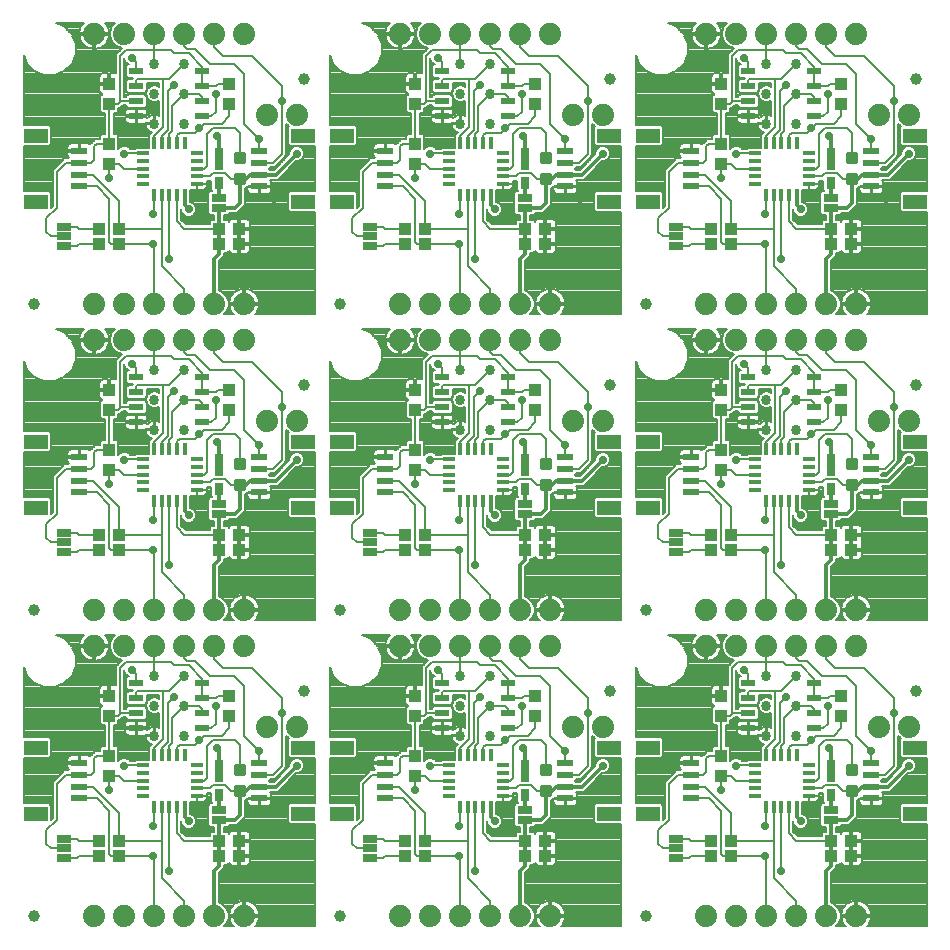
<source format=gtl>
G75*
%MOIN*%
%OFA0B0*%
%FSLAX25Y25*%
%IPPOS*%
%LPD*%
%AMOC8*
5,1,8,0,0,1.08239X$1,22.5*
%
%ADD10C,0.07400*%
%ADD11R,0.04331X0.03937*%
%ADD12R,0.05000X0.02500*%
%ADD13C,0.03937*%
%ADD14R,0.01181X0.04331*%
%ADD15R,0.04331X0.01181*%
%ADD16R,0.03937X0.04331*%
%ADD17R,0.04724X0.02362*%
%ADD18R,0.07874X0.04724*%
%ADD19R,0.05315X0.02362*%
%ADD20C,0.01181*%
%ADD21R,0.03150X0.03937*%
%ADD22R,0.03150X0.07480*%
%ADD23C,0.03400*%
%ADD24C,0.00700*%
%ADD25C,0.02900*%
%ADD26C,0.01200*%
D10*
X0098333Y0043333D03*
X0108333Y0043333D03*
X0118333Y0043333D03*
X0128333Y0043333D03*
X0138333Y0043333D03*
X0148333Y0043333D03*
X0200333Y0043333D03*
X0210333Y0043333D03*
X0220333Y0043333D03*
X0230333Y0043333D03*
X0240333Y0043333D03*
X0250333Y0043333D03*
X0302333Y0043333D03*
X0312333Y0043333D03*
X0322333Y0043333D03*
X0332333Y0043333D03*
X0342333Y0043333D03*
X0352333Y0043333D03*
X0359833Y0106333D03*
X0369833Y0106333D03*
X0352333Y0133333D03*
X0342333Y0133333D03*
X0332333Y0133333D03*
X0322333Y0133333D03*
X0312333Y0133333D03*
X0302333Y0133333D03*
X0302333Y0145333D03*
X0312333Y0145333D03*
X0322333Y0145333D03*
X0332333Y0145333D03*
X0342333Y0145333D03*
X0352333Y0145333D03*
X0359833Y0208333D03*
X0369833Y0208333D03*
X0352333Y0235333D03*
X0342333Y0235333D03*
X0332333Y0235333D03*
X0322333Y0235333D03*
X0312333Y0235333D03*
X0302333Y0235333D03*
X0302333Y0247333D03*
X0312333Y0247333D03*
X0322333Y0247333D03*
X0332333Y0247333D03*
X0342333Y0247333D03*
X0352333Y0247333D03*
X0359833Y0310333D03*
X0369833Y0310333D03*
X0352333Y0337333D03*
X0342333Y0337333D03*
X0332333Y0337333D03*
X0322333Y0337333D03*
X0312333Y0337333D03*
X0302333Y0337333D03*
X0267833Y0310333D03*
X0257833Y0310333D03*
X0250333Y0337333D03*
X0240333Y0337333D03*
X0230333Y0337333D03*
X0220333Y0337333D03*
X0210333Y0337333D03*
X0200333Y0337333D03*
X0165833Y0310333D03*
X0155833Y0310333D03*
X0148333Y0337333D03*
X0138333Y0337333D03*
X0128333Y0337333D03*
X0118333Y0337333D03*
X0108333Y0337333D03*
X0098333Y0337333D03*
X0098333Y0247333D03*
X0108333Y0247333D03*
X0118333Y0247333D03*
X0128333Y0247333D03*
X0138333Y0247333D03*
X0148333Y0247333D03*
X0148333Y0235333D03*
X0138333Y0235333D03*
X0128333Y0235333D03*
X0118333Y0235333D03*
X0108333Y0235333D03*
X0098333Y0235333D03*
X0155833Y0208333D03*
X0165833Y0208333D03*
X0200333Y0235333D03*
X0210333Y0235333D03*
X0220333Y0235333D03*
X0230333Y0235333D03*
X0240333Y0235333D03*
X0250333Y0235333D03*
X0250333Y0247333D03*
X0240333Y0247333D03*
X0230333Y0247333D03*
X0220333Y0247333D03*
X0210333Y0247333D03*
X0200333Y0247333D03*
X0257833Y0208333D03*
X0267833Y0208333D03*
X0250333Y0145333D03*
X0240333Y0145333D03*
X0230333Y0145333D03*
X0220333Y0145333D03*
X0210333Y0145333D03*
X0200333Y0145333D03*
X0200333Y0133333D03*
X0210333Y0133333D03*
X0220333Y0133333D03*
X0230333Y0133333D03*
X0240333Y0133333D03*
X0250333Y0133333D03*
X0257833Y0106333D03*
X0267833Y0106333D03*
X0165833Y0106333D03*
X0155833Y0106333D03*
X0148333Y0133333D03*
X0138333Y0133333D03*
X0128333Y0133333D03*
X0118333Y0133333D03*
X0108333Y0133333D03*
X0098333Y0133333D03*
X0098333Y0145333D03*
X0108333Y0145333D03*
X0118333Y0145333D03*
X0128333Y0145333D03*
X0138333Y0145333D03*
X0148333Y0145333D03*
D11*
X0146680Y0165333D03*
X0146680Y0170333D03*
X0139987Y0170333D03*
X0139987Y0165333D03*
X0106680Y0165333D03*
X0106680Y0170333D03*
X0099987Y0170333D03*
X0099987Y0165333D03*
X0099987Y0068333D03*
X0099987Y0063333D03*
X0106680Y0063333D03*
X0106680Y0068333D03*
X0139987Y0068333D03*
X0139987Y0063333D03*
X0146680Y0063333D03*
X0146680Y0068333D03*
X0201987Y0068333D03*
X0201987Y0063333D03*
X0208680Y0063333D03*
X0208680Y0068333D03*
X0241987Y0068333D03*
X0241987Y0063333D03*
X0248680Y0063333D03*
X0248680Y0068333D03*
X0303987Y0068333D03*
X0303987Y0063333D03*
X0310680Y0063333D03*
X0310680Y0068333D03*
X0343987Y0068333D03*
X0343987Y0063333D03*
X0350680Y0063333D03*
X0350680Y0068333D03*
X0350680Y0165333D03*
X0343987Y0165333D03*
X0343987Y0170333D03*
X0350680Y0170333D03*
X0310680Y0170333D03*
X0303987Y0170333D03*
X0303987Y0165333D03*
X0310680Y0165333D03*
X0248680Y0165333D03*
X0248680Y0170333D03*
X0241987Y0170333D03*
X0241987Y0165333D03*
X0208680Y0165333D03*
X0201987Y0165333D03*
X0201987Y0170333D03*
X0208680Y0170333D03*
X0208680Y0267333D03*
X0208680Y0272333D03*
X0201987Y0272333D03*
X0201987Y0267333D03*
X0241987Y0267333D03*
X0241987Y0272333D03*
X0248680Y0272333D03*
X0248680Y0267333D03*
X0303987Y0267333D03*
X0303987Y0272333D03*
X0310680Y0272333D03*
X0310680Y0267333D03*
X0343987Y0267333D03*
X0343987Y0272333D03*
X0350680Y0272333D03*
X0350680Y0267333D03*
X0146680Y0267333D03*
X0146680Y0272333D03*
X0139987Y0272333D03*
X0139987Y0267333D03*
X0106680Y0267333D03*
X0106680Y0272333D03*
X0099987Y0272333D03*
X0099987Y0267333D03*
D12*
X0088333Y0266633D03*
X0088333Y0269833D03*
X0088333Y0273033D03*
X0139833Y0279233D03*
X0139833Y0282433D03*
X0190333Y0273033D03*
X0190333Y0269833D03*
X0190333Y0266633D03*
X0241833Y0279233D03*
X0241833Y0282433D03*
X0292333Y0273033D03*
X0292333Y0269833D03*
X0292333Y0266633D03*
X0343833Y0279233D03*
X0343833Y0282433D03*
X0343833Y0180433D03*
X0343833Y0177233D03*
X0292333Y0171033D03*
X0292333Y0167833D03*
X0292333Y0164633D03*
X0241833Y0177233D03*
X0241833Y0180433D03*
X0190333Y0171033D03*
X0190333Y0167833D03*
X0190333Y0164633D03*
X0139833Y0177233D03*
X0139833Y0180433D03*
X0088333Y0171033D03*
X0088333Y0167833D03*
X0088333Y0164633D03*
X0139833Y0078433D03*
X0139833Y0075233D03*
X0190333Y0069033D03*
X0190333Y0065833D03*
X0190333Y0062633D03*
X0241833Y0075233D03*
X0241833Y0078433D03*
X0292333Y0069033D03*
X0292333Y0065833D03*
X0292333Y0062633D03*
X0343833Y0075233D03*
X0343833Y0078433D03*
X0088333Y0069033D03*
X0088333Y0065833D03*
X0088333Y0062633D03*
D13*
X0078333Y0043333D03*
X0168333Y0118333D03*
X0180333Y0145333D03*
X0168333Y0220333D03*
X0180333Y0247333D03*
X0168333Y0322333D03*
X0078333Y0247333D03*
X0078333Y0145333D03*
X0180333Y0043333D03*
X0270333Y0118333D03*
X0282333Y0145333D03*
X0270333Y0220333D03*
X0282333Y0247333D03*
X0270333Y0322333D03*
X0372333Y0322333D03*
X0372333Y0220333D03*
X0372333Y0118333D03*
X0282333Y0043333D03*
D14*
X0322215Y0079672D03*
X0324774Y0079672D03*
X0327333Y0079672D03*
X0329892Y0079672D03*
X0332451Y0079672D03*
X0332451Y0096995D03*
X0329892Y0096995D03*
X0327333Y0096995D03*
X0324774Y0096995D03*
X0322215Y0096995D03*
X0230451Y0096995D03*
X0227892Y0096995D03*
X0225333Y0096995D03*
X0222774Y0096995D03*
X0220215Y0096995D03*
X0220215Y0079672D03*
X0222774Y0079672D03*
X0225333Y0079672D03*
X0227892Y0079672D03*
X0230451Y0079672D03*
X0128451Y0079672D03*
X0125892Y0079672D03*
X0123333Y0079672D03*
X0120774Y0079672D03*
X0118215Y0079672D03*
X0118215Y0096995D03*
X0120774Y0096995D03*
X0123333Y0096995D03*
X0125892Y0096995D03*
X0128451Y0096995D03*
X0128451Y0181672D03*
X0125892Y0181672D03*
X0123333Y0181672D03*
X0120774Y0181672D03*
X0118215Y0181672D03*
X0118215Y0198995D03*
X0120774Y0198995D03*
X0123333Y0198995D03*
X0125892Y0198995D03*
X0128451Y0198995D03*
X0128451Y0283672D03*
X0125892Y0283672D03*
X0123333Y0283672D03*
X0120774Y0283672D03*
X0118215Y0283672D03*
X0118215Y0300995D03*
X0120774Y0300995D03*
X0123333Y0300995D03*
X0125892Y0300995D03*
X0128451Y0300995D03*
X0220215Y0300995D03*
X0222774Y0300995D03*
X0225333Y0300995D03*
X0227892Y0300995D03*
X0230451Y0300995D03*
X0230451Y0283672D03*
X0227892Y0283672D03*
X0225333Y0283672D03*
X0222774Y0283672D03*
X0220215Y0283672D03*
X0220215Y0198995D03*
X0222774Y0198995D03*
X0225333Y0198995D03*
X0227892Y0198995D03*
X0230451Y0198995D03*
X0230451Y0181672D03*
X0227892Y0181672D03*
X0225333Y0181672D03*
X0222774Y0181672D03*
X0220215Y0181672D03*
X0322215Y0181672D03*
X0324774Y0181672D03*
X0327333Y0181672D03*
X0329892Y0181672D03*
X0332451Y0181672D03*
X0332451Y0198995D03*
X0329892Y0198995D03*
X0327333Y0198995D03*
X0324774Y0198995D03*
X0322215Y0198995D03*
X0322215Y0283672D03*
X0324774Y0283672D03*
X0327333Y0283672D03*
X0329892Y0283672D03*
X0332451Y0283672D03*
X0332451Y0300995D03*
X0329892Y0300995D03*
X0327333Y0300995D03*
X0324774Y0300995D03*
X0322215Y0300995D03*
D15*
X0318672Y0297451D03*
X0318672Y0294892D03*
X0318672Y0292333D03*
X0318672Y0289774D03*
X0318672Y0287215D03*
X0336388Y0287215D03*
X0336388Y0289774D03*
X0336388Y0292333D03*
X0336388Y0294892D03*
X0336388Y0297451D03*
X0234388Y0297451D03*
X0234388Y0294892D03*
X0234388Y0292333D03*
X0234388Y0289774D03*
X0234388Y0287215D03*
X0216672Y0287215D03*
X0216672Y0289774D03*
X0216672Y0292333D03*
X0216672Y0294892D03*
X0216672Y0297451D03*
X0132388Y0297451D03*
X0132388Y0294892D03*
X0132388Y0292333D03*
X0132388Y0289774D03*
X0132388Y0287215D03*
X0114672Y0287215D03*
X0114672Y0289774D03*
X0114672Y0292333D03*
X0114672Y0294892D03*
X0114672Y0297451D03*
X0114672Y0195451D03*
X0114672Y0192892D03*
X0114672Y0190333D03*
X0114672Y0187774D03*
X0114672Y0185215D03*
X0132388Y0185215D03*
X0132388Y0187774D03*
X0132388Y0190333D03*
X0132388Y0192892D03*
X0132388Y0195451D03*
X0216672Y0195451D03*
X0216672Y0192892D03*
X0216672Y0190333D03*
X0216672Y0187774D03*
X0216672Y0185215D03*
X0234388Y0185215D03*
X0234388Y0187774D03*
X0234388Y0190333D03*
X0234388Y0192892D03*
X0234388Y0195451D03*
X0318672Y0195451D03*
X0318672Y0192892D03*
X0318672Y0190333D03*
X0318672Y0187774D03*
X0318672Y0185215D03*
X0336388Y0185215D03*
X0336388Y0187774D03*
X0336388Y0190333D03*
X0336388Y0192892D03*
X0336388Y0195451D03*
X0336388Y0093451D03*
X0336388Y0090892D03*
X0336388Y0088333D03*
X0336388Y0085774D03*
X0336388Y0083215D03*
X0318672Y0083215D03*
X0318672Y0085774D03*
X0318672Y0088333D03*
X0318672Y0090892D03*
X0318672Y0093451D03*
X0234388Y0093451D03*
X0234388Y0090892D03*
X0234388Y0088333D03*
X0234388Y0085774D03*
X0234388Y0083215D03*
X0216672Y0083215D03*
X0216672Y0085774D03*
X0216672Y0088333D03*
X0216672Y0090892D03*
X0216672Y0093451D03*
X0132388Y0093451D03*
X0132388Y0090892D03*
X0132388Y0088333D03*
X0132388Y0085774D03*
X0132388Y0083215D03*
X0114672Y0083215D03*
X0114672Y0085774D03*
X0114672Y0088333D03*
X0114672Y0090892D03*
X0114672Y0093451D03*
D16*
X0103333Y0096680D03*
X0103333Y0089987D03*
X0103333Y0109987D03*
X0103333Y0116680D03*
X0143333Y0116680D03*
X0143333Y0109987D03*
X0205333Y0109987D03*
X0205333Y0116680D03*
X0205333Y0096680D03*
X0205333Y0089987D03*
X0245333Y0109987D03*
X0245333Y0116680D03*
X0307333Y0116680D03*
X0307333Y0109987D03*
X0307333Y0096680D03*
X0307333Y0089987D03*
X0347333Y0109987D03*
X0347333Y0116680D03*
X0307333Y0191987D03*
X0307333Y0198680D03*
X0307333Y0211987D03*
X0307333Y0218680D03*
X0347333Y0218680D03*
X0347333Y0211987D03*
X0307333Y0293987D03*
X0307333Y0300680D03*
X0307333Y0313987D03*
X0307333Y0320680D03*
X0347333Y0320680D03*
X0347333Y0313987D03*
X0245333Y0313987D03*
X0245333Y0320680D03*
X0205333Y0320680D03*
X0205333Y0313987D03*
X0205333Y0300680D03*
X0205333Y0293987D03*
X0143333Y0313987D03*
X0143333Y0320680D03*
X0103333Y0320680D03*
X0103333Y0313987D03*
X0103333Y0300680D03*
X0103333Y0293987D03*
X0103333Y0218680D03*
X0103333Y0211987D03*
X0103333Y0198680D03*
X0103333Y0191987D03*
X0143333Y0211987D03*
X0143333Y0218680D03*
X0205333Y0218680D03*
X0205333Y0211987D03*
X0205333Y0198680D03*
X0205333Y0191987D03*
X0245333Y0211987D03*
X0245333Y0218680D03*
D17*
X0236357Y0217833D03*
X0236357Y0212833D03*
X0236357Y0207833D03*
X0236357Y0222833D03*
X0214310Y0222833D03*
X0214310Y0217833D03*
X0214310Y0212833D03*
X0214310Y0207833D03*
X0134357Y0207833D03*
X0134357Y0212833D03*
X0134357Y0217833D03*
X0134357Y0222833D03*
X0112310Y0222833D03*
X0112310Y0217833D03*
X0112310Y0212833D03*
X0112310Y0207833D03*
X0112310Y0120833D03*
X0112310Y0115833D03*
X0112310Y0110833D03*
X0112310Y0105833D03*
X0134357Y0105833D03*
X0134357Y0110833D03*
X0134357Y0115833D03*
X0134357Y0120833D03*
X0214310Y0120833D03*
X0214310Y0115833D03*
X0214310Y0110833D03*
X0214310Y0105833D03*
X0236357Y0105833D03*
X0236357Y0110833D03*
X0236357Y0115833D03*
X0236357Y0120833D03*
X0316310Y0120833D03*
X0316310Y0115833D03*
X0316310Y0110833D03*
X0316310Y0105833D03*
X0338357Y0105833D03*
X0338357Y0110833D03*
X0338357Y0115833D03*
X0338357Y0120833D03*
X0338357Y0207833D03*
X0338357Y0212833D03*
X0338357Y0217833D03*
X0338357Y0222833D03*
X0316310Y0222833D03*
X0316310Y0217833D03*
X0316310Y0212833D03*
X0316310Y0207833D03*
X0316310Y0309833D03*
X0316310Y0314833D03*
X0316310Y0319833D03*
X0316310Y0324833D03*
X0338357Y0324833D03*
X0338357Y0319833D03*
X0338357Y0314833D03*
X0338357Y0309833D03*
X0236357Y0309833D03*
X0236357Y0314833D03*
X0236357Y0319833D03*
X0236357Y0324833D03*
X0214310Y0324833D03*
X0214310Y0319833D03*
X0214310Y0314833D03*
X0214310Y0309833D03*
X0134357Y0309833D03*
X0134357Y0314833D03*
X0134357Y0319833D03*
X0134357Y0324833D03*
X0112310Y0324833D03*
X0112310Y0319833D03*
X0112310Y0314833D03*
X0112310Y0309833D03*
D18*
X0078865Y0303357D03*
X0078865Y0281310D03*
X0078865Y0201357D03*
X0078865Y0179310D03*
X0078865Y0099357D03*
X0078865Y0077310D03*
X0167802Y0077310D03*
X0180865Y0077310D03*
X0180865Y0099357D03*
X0167802Y0099357D03*
X0167802Y0179310D03*
X0180865Y0179310D03*
X0180865Y0201357D03*
X0167802Y0201357D03*
X0167802Y0281310D03*
X0180865Y0281310D03*
X0180865Y0303357D03*
X0167802Y0303357D03*
X0269802Y0303357D03*
X0282865Y0303357D03*
X0282865Y0281310D03*
X0269802Y0281310D03*
X0269802Y0201357D03*
X0282865Y0201357D03*
X0282865Y0179310D03*
X0269802Y0179310D03*
X0269802Y0099357D03*
X0282865Y0099357D03*
X0282865Y0077310D03*
X0269802Y0077310D03*
X0371802Y0077310D03*
X0371802Y0099357D03*
X0371802Y0179310D03*
X0371802Y0201357D03*
X0371802Y0281310D03*
X0371802Y0303357D03*
D19*
X0357333Y0298239D03*
X0357333Y0294302D03*
X0357333Y0290365D03*
X0357333Y0286428D03*
X0297333Y0286428D03*
X0297333Y0290365D03*
X0297333Y0294302D03*
X0297333Y0298239D03*
X0255333Y0298239D03*
X0255333Y0294302D03*
X0255333Y0290365D03*
X0255333Y0286428D03*
X0195333Y0286428D03*
X0195333Y0290365D03*
X0195333Y0294302D03*
X0195333Y0298239D03*
X0153333Y0298239D03*
X0153333Y0294302D03*
X0153333Y0290365D03*
X0153333Y0286428D03*
X0093333Y0286428D03*
X0093333Y0290365D03*
X0093333Y0294302D03*
X0093333Y0298239D03*
X0093333Y0196239D03*
X0093333Y0192302D03*
X0093333Y0188365D03*
X0093333Y0184428D03*
X0153333Y0184428D03*
X0153333Y0188365D03*
X0153333Y0192302D03*
X0153333Y0196239D03*
X0195333Y0196239D03*
X0195333Y0192302D03*
X0195333Y0188365D03*
X0195333Y0184428D03*
X0255333Y0184428D03*
X0255333Y0188365D03*
X0255333Y0192302D03*
X0255333Y0196239D03*
X0297333Y0196239D03*
X0297333Y0192302D03*
X0297333Y0188365D03*
X0297333Y0184428D03*
X0357333Y0184428D03*
X0357333Y0188365D03*
X0357333Y0192302D03*
X0357333Y0196239D03*
X0357333Y0094239D03*
X0357333Y0090302D03*
X0357333Y0086365D03*
X0357333Y0082428D03*
X0297333Y0082428D03*
X0297333Y0086365D03*
X0297333Y0090302D03*
X0297333Y0094239D03*
X0255333Y0094239D03*
X0255333Y0090302D03*
X0255333Y0086365D03*
X0255333Y0082428D03*
X0195333Y0082428D03*
X0195333Y0086365D03*
X0195333Y0090302D03*
X0195333Y0094239D03*
X0153333Y0094239D03*
X0153333Y0090302D03*
X0153333Y0086365D03*
X0153333Y0082428D03*
X0093333Y0082428D03*
X0093333Y0086365D03*
X0093333Y0090302D03*
X0093333Y0094239D03*
D20*
X0145455Y0090408D02*
X0148211Y0090408D01*
X0145455Y0090408D02*
X0145455Y0093164D01*
X0148211Y0093164D01*
X0148211Y0090408D01*
X0148211Y0091588D02*
X0145455Y0091588D01*
X0145455Y0092768D02*
X0148211Y0092768D01*
X0148211Y0083503D02*
X0145455Y0083503D01*
X0145455Y0086259D01*
X0148211Y0086259D01*
X0148211Y0083503D01*
X0148211Y0084683D02*
X0145455Y0084683D01*
X0145455Y0085863D02*
X0148211Y0085863D01*
X0247455Y0083503D02*
X0250211Y0083503D01*
X0247455Y0083503D02*
X0247455Y0086259D01*
X0250211Y0086259D01*
X0250211Y0083503D01*
X0250211Y0084683D02*
X0247455Y0084683D01*
X0247455Y0085863D02*
X0250211Y0085863D01*
X0250211Y0090408D02*
X0247455Y0090408D01*
X0247455Y0093164D01*
X0250211Y0093164D01*
X0250211Y0090408D01*
X0250211Y0091588D02*
X0247455Y0091588D01*
X0247455Y0092768D02*
X0250211Y0092768D01*
X0250211Y0185503D02*
X0247455Y0185503D01*
X0247455Y0188259D01*
X0250211Y0188259D01*
X0250211Y0185503D01*
X0250211Y0186683D02*
X0247455Y0186683D01*
X0247455Y0187863D02*
X0250211Y0187863D01*
X0250211Y0192408D02*
X0247455Y0192408D01*
X0247455Y0195164D01*
X0250211Y0195164D01*
X0250211Y0192408D01*
X0250211Y0193588D02*
X0247455Y0193588D01*
X0247455Y0194768D02*
X0250211Y0194768D01*
X0349455Y0192408D02*
X0352211Y0192408D01*
X0349455Y0192408D02*
X0349455Y0195164D01*
X0352211Y0195164D01*
X0352211Y0192408D01*
X0352211Y0193588D02*
X0349455Y0193588D01*
X0349455Y0194768D02*
X0352211Y0194768D01*
X0352211Y0185503D02*
X0349455Y0185503D01*
X0349455Y0188259D01*
X0352211Y0188259D01*
X0352211Y0185503D01*
X0352211Y0186683D02*
X0349455Y0186683D01*
X0349455Y0187863D02*
X0352211Y0187863D01*
X0352211Y0090408D02*
X0349455Y0090408D01*
X0349455Y0093164D01*
X0352211Y0093164D01*
X0352211Y0090408D01*
X0352211Y0091588D02*
X0349455Y0091588D01*
X0349455Y0092768D02*
X0352211Y0092768D01*
X0352211Y0083503D02*
X0349455Y0083503D01*
X0349455Y0086259D01*
X0352211Y0086259D01*
X0352211Y0083503D01*
X0352211Y0084683D02*
X0349455Y0084683D01*
X0349455Y0085863D02*
X0352211Y0085863D01*
X0148211Y0185503D02*
X0145455Y0185503D01*
X0145455Y0188259D01*
X0148211Y0188259D01*
X0148211Y0185503D01*
X0148211Y0186683D02*
X0145455Y0186683D01*
X0145455Y0187863D02*
X0148211Y0187863D01*
X0148211Y0192408D02*
X0145455Y0192408D01*
X0145455Y0195164D01*
X0148211Y0195164D01*
X0148211Y0192408D01*
X0148211Y0193588D02*
X0145455Y0193588D01*
X0145455Y0194768D02*
X0148211Y0194768D01*
X0148211Y0287503D02*
X0145455Y0287503D01*
X0145455Y0290259D01*
X0148211Y0290259D01*
X0148211Y0287503D01*
X0148211Y0288683D02*
X0145455Y0288683D01*
X0145455Y0289863D02*
X0148211Y0289863D01*
X0148211Y0294408D02*
X0145455Y0294408D01*
X0145455Y0297164D01*
X0148211Y0297164D01*
X0148211Y0294408D01*
X0148211Y0295588D02*
X0145455Y0295588D01*
X0145455Y0296768D02*
X0148211Y0296768D01*
X0247455Y0294408D02*
X0250211Y0294408D01*
X0247455Y0294408D02*
X0247455Y0297164D01*
X0250211Y0297164D01*
X0250211Y0294408D01*
X0250211Y0295588D02*
X0247455Y0295588D01*
X0247455Y0296768D02*
X0250211Y0296768D01*
X0250211Y0287503D02*
X0247455Y0287503D01*
X0247455Y0290259D01*
X0250211Y0290259D01*
X0250211Y0287503D01*
X0250211Y0288683D02*
X0247455Y0288683D01*
X0247455Y0289863D02*
X0250211Y0289863D01*
X0349455Y0287503D02*
X0352211Y0287503D01*
X0349455Y0287503D02*
X0349455Y0290259D01*
X0352211Y0290259D01*
X0352211Y0287503D01*
X0352211Y0288683D02*
X0349455Y0288683D01*
X0349455Y0289863D02*
X0352211Y0289863D01*
X0352211Y0294408D02*
X0349455Y0294408D01*
X0349455Y0297164D01*
X0352211Y0297164D01*
X0352211Y0294408D01*
X0352211Y0295588D02*
X0349455Y0295588D01*
X0349455Y0296768D02*
X0352211Y0296768D01*
D21*
X0343833Y0287609D03*
X0241833Y0287609D03*
X0139833Y0287609D03*
X0139833Y0185609D03*
X0241833Y0185609D03*
X0343833Y0185609D03*
X0343833Y0083609D03*
X0241833Y0083609D03*
X0139833Y0083609D03*
D22*
X0139833Y0091589D03*
X0241833Y0091589D03*
X0343833Y0091589D03*
X0343833Y0193589D03*
X0241833Y0193589D03*
X0139833Y0193589D03*
X0139833Y0295589D03*
X0241833Y0295589D03*
X0343833Y0295589D03*
D23*
X0332333Y0307333D03*
X0332333Y0317333D03*
X0322333Y0317333D03*
X0322333Y0307333D03*
X0322333Y0327333D03*
X0332333Y0327333D03*
X0230333Y0327333D03*
X0230333Y0317333D03*
X0230333Y0307333D03*
X0220333Y0307333D03*
X0220333Y0317333D03*
X0220333Y0327333D03*
X0128333Y0327333D03*
X0118333Y0327333D03*
X0118333Y0317333D03*
X0118333Y0307333D03*
X0128333Y0307333D03*
X0128333Y0317333D03*
X0128333Y0225333D03*
X0128333Y0215333D03*
X0118333Y0215333D03*
X0118333Y0225333D03*
X0118333Y0205333D03*
X0128333Y0205333D03*
X0128333Y0123333D03*
X0118333Y0123333D03*
X0118333Y0113333D03*
X0128333Y0113333D03*
X0128333Y0103333D03*
X0118333Y0103333D03*
X0220333Y0103333D03*
X0220333Y0113333D03*
X0220333Y0123333D03*
X0230333Y0123333D03*
X0230333Y0113333D03*
X0230333Y0103333D03*
X0322333Y0103333D03*
X0322333Y0113333D03*
X0322333Y0123333D03*
X0332333Y0123333D03*
X0332333Y0113333D03*
X0332333Y0103333D03*
X0332333Y0205333D03*
X0322333Y0205333D03*
X0322333Y0215333D03*
X0322333Y0225333D03*
X0332333Y0225333D03*
X0332333Y0215333D03*
X0230333Y0215333D03*
X0230333Y0225333D03*
X0220333Y0225333D03*
X0220333Y0215333D03*
X0220333Y0205333D03*
X0230333Y0205333D03*
D24*
X0228833Y0202333D02*
X0233833Y0202333D01*
X0235333Y0203833D01*
X0236833Y0205333D01*
X0242833Y0205333D01*
X0245333Y0207833D01*
X0245333Y0211987D01*
X0240833Y0209333D02*
X0240833Y0215333D01*
X0240833Y0217833D02*
X0241680Y0218680D01*
X0245333Y0218680D01*
X0240833Y0217833D02*
X0236357Y0217833D01*
X0236357Y0222833D01*
X0236357Y0224310D01*
X0231833Y0228833D01*
X0226833Y0228833D01*
X0225833Y0229833D01*
X0220333Y0229833D01*
X0210833Y0229833D01*
X0208833Y0227833D01*
X0208833Y0212487D01*
X0209180Y0212833D01*
X0214310Y0212833D01*
X0214550Y0210364D02*
X0214550Y0208074D01*
X0214069Y0208074D01*
X0214069Y0207593D01*
X0210598Y0207593D01*
X0210598Y0206474D01*
X0210690Y0206131D01*
X0210867Y0205823D01*
X0211119Y0205572D01*
X0211426Y0205394D01*
X0211770Y0205302D01*
X0214069Y0205302D01*
X0214069Y0207593D01*
X0214550Y0207593D01*
X0214550Y0205302D01*
X0216850Y0205302D01*
X0217193Y0205394D01*
X0217347Y0205483D01*
X0220183Y0205483D01*
X0220183Y0205183D01*
X0217283Y0205183D01*
X0217283Y0205033D01*
X0217401Y0204444D01*
X0217630Y0203889D01*
X0217964Y0203389D01*
X0218389Y0202964D01*
X0218889Y0202630D01*
X0219427Y0202407D01*
X0219230Y0202210D01*
X0219190Y0202210D01*
X0218575Y0201595D01*
X0218575Y0197092D01*
X0214072Y0197092D01*
X0213831Y0196851D01*
X0212351Y0196851D01*
X0211749Y0197453D01*
X0210831Y0197833D01*
X0209836Y0197833D01*
X0208917Y0197453D01*
X0208352Y0196887D01*
X0208352Y0201280D01*
X0207737Y0201895D01*
X0206733Y0201895D01*
X0206733Y0208772D01*
X0207737Y0208772D01*
X0208352Y0209387D01*
X0208352Y0210587D01*
X0208913Y0210587D01*
X0209733Y0211407D01*
X0209760Y0211433D01*
X0210898Y0211433D01*
X0210898Y0211217D01*
X0211513Y0210602D01*
X0217107Y0210602D01*
X0217722Y0211217D01*
X0217722Y0214449D01*
X0217107Y0215064D01*
X0211513Y0215064D01*
X0210898Y0214449D01*
X0210898Y0214233D01*
X0210233Y0214233D01*
X0210233Y0227253D01*
X0210333Y0227353D01*
X0210333Y0226836D01*
X0210714Y0225917D01*
X0211417Y0225214D01*
X0211778Y0225064D01*
X0211513Y0225064D01*
X0210898Y0224449D01*
X0210898Y0221217D01*
X0211513Y0220602D01*
X0213122Y0220602D01*
X0212910Y0220390D01*
X0212910Y0220064D01*
X0211513Y0220064D01*
X0210898Y0219449D01*
X0210898Y0216217D01*
X0211513Y0215602D01*
X0217107Y0215602D01*
X0217722Y0216217D01*
X0217722Y0218933D01*
X0221933Y0218933D01*
X0221933Y0217622D01*
X0221891Y0217665D01*
X0220880Y0218083D01*
X0219786Y0218083D01*
X0218776Y0217665D01*
X0218002Y0216891D01*
X0217583Y0215880D01*
X0217583Y0214786D01*
X0218002Y0213776D01*
X0218776Y0213002D01*
X0219786Y0212583D01*
X0220880Y0212583D01*
X0221891Y0213002D01*
X0221933Y0213044D01*
X0221933Y0207932D01*
X0221778Y0208036D01*
X0221223Y0208266D01*
X0220634Y0208383D01*
X0220483Y0208383D01*
X0220483Y0205483D01*
X0220183Y0205483D01*
X0220183Y0208383D01*
X0220033Y0208383D01*
X0219444Y0208266D01*
X0218889Y0208036D01*
X0218389Y0207702D01*
X0218022Y0207335D01*
X0218022Y0207593D01*
X0214550Y0207593D01*
X0214550Y0208074D01*
X0218022Y0208074D01*
X0218022Y0209192D01*
X0217930Y0209536D01*
X0217752Y0209843D01*
X0217501Y0210095D01*
X0217193Y0210272D01*
X0216850Y0210364D01*
X0214550Y0210364D01*
X0214550Y0210167D02*
X0214069Y0210167D01*
X0214069Y0210364D02*
X0211770Y0210364D01*
X0211426Y0210272D01*
X0211119Y0210095D01*
X0210867Y0209843D01*
X0210690Y0209536D01*
X0210598Y0209192D01*
X0210597Y0208074D01*
X0214069Y0208074D01*
X0214069Y0210364D01*
X0214069Y0209469D02*
X0214550Y0209469D01*
X0214550Y0208770D02*
X0214069Y0208770D01*
X0214069Y0208072D02*
X0206733Y0208072D01*
X0206733Y0208770D02*
X0210598Y0208770D01*
X0210672Y0209469D02*
X0208352Y0209469D01*
X0208352Y0210167D02*
X0211244Y0210167D01*
X0211249Y0210866D02*
X0209192Y0210866D01*
X0209733Y0211407D02*
X0209733Y0211407D01*
X0208833Y0212487D02*
X0208333Y0211987D01*
X0205333Y0211987D01*
X0205333Y0198680D01*
X0201180Y0198680D01*
X0200333Y0197833D01*
X0200333Y0193333D01*
X0199302Y0192302D01*
X0195333Y0192302D01*
X0195302Y0192333D01*
X0190833Y0192333D01*
X0187833Y0189333D01*
X0187833Y0177333D01*
X0184333Y0173833D01*
X0184333Y0169333D01*
X0185833Y0167833D01*
X0190333Y0167833D01*
X0190333Y0164633D02*
X0194633Y0164633D01*
X0195333Y0165333D01*
X0201987Y0165333D01*
X0205333Y0165833D02*
X0205833Y0165333D01*
X0208680Y0165333D01*
X0219833Y0165333D01*
X0220333Y0164833D01*
X0220333Y0145333D01*
X0230333Y0145333D02*
X0230333Y0150333D01*
X0222774Y0157892D01*
X0222774Y0170333D01*
X0208680Y0170333D01*
X0208680Y0179487D01*
X0199802Y0188365D01*
X0195333Y0188365D01*
X0195333Y0184428D02*
X0201239Y0184428D01*
X0205333Y0180333D01*
X0205333Y0165833D01*
X0201987Y0170333D02*
X0195333Y0170333D01*
X0194633Y0171033D01*
X0190333Y0171033D01*
X0185852Y0177332D02*
X0185852Y0182107D01*
X0185237Y0182722D01*
X0176783Y0182722D01*
X0176783Y0197945D01*
X0185237Y0197945D01*
X0185852Y0198560D01*
X0185852Y0204154D01*
X0185237Y0204769D01*
X0176783Y0204769D01*
X0176783Y0228110D01*
X0177915Y0225377D01*
X0180377Y0222915D01*
X0183593Y0221583D01*
X0187074Y0221583D01*
X0190290Y0222915D01*
X0192751Y0225377D01*
X0194083Y0228593D01*
X0194083Y0232074D01*
X0192751Y0235290D01*
X0190290Y0237751D01*
X0190290Y0237751D01*
X0187557Y0238883D01*
X0196742Y0238883D01*
X0196481Y0238623D01*
X0196014Y0237980D01*
X0195653Y0237272D01*
X0195408Y0236516D01*
X0195283Y0235731D01*
X0195283Y0235683D01*
X0199983Y0235683D01*
X0199983Y0234983D01*
X0200683Y0234983D01*
X0200683Y0230283D01*
X0200731Y0230283D01*
X0201516Y0230408D01*
X0202272Y0230653D01*
X0202980Y0231014D01*
X0203623Y0231481D01*
X0204185Y0232043D01*
X0204652Y0232687D01*
X0205013Y0233395D01*
X0205259Y0234151D01*
X0205383Y0234936D01*
X0205383Y0234983D01*
X0200683Y0234983D01*
X0200683Y0235683D01*
X0205383Y0235683D01*
X0205383Y0235731D01*
X0205259Y0236516D01*
X0205013Y0237272D01*
X0204652Y0237980D01*
X0204185Y0238623D01*
X0203925Y0238883D01*
X0207166Y0238883D01*
X0206306Y0238024D01*
X0205583Y0236278D01*
X0205583Y0234388D01*
X0206306Y0232643D01*
X0207643Y0231306D01*
X0209388Y0230583D01*
X0209603Y0230583D01*
X0209433Y0230413D01*
X0207433Y0228413D01*
X0207433Y0222195D01*
X0205683Y0222195D01*
X0205683Y0219030D01*
X0204983Y0219030D01*
X0204983Y0218330D01*
X0202015Y0218330D01*
X0202015Y0216337D01*
X0202107Y0215993D01*
X0202285Y0215686D01*
X0202536Y0215434D01*
X0202844Y0215256D01*
X0203046Y0215202D01*
X0202930Y0215202D01*
X0202315Y0214587D01*
X0202315Y0209387D01*
X0202930Y0208772D01*
X0203933Y0208772D01*
X0203933Y0201895D01*
X0202930Y0201895D01*
X0202315Y0201280D01*
X0202315Y0200080D01*
X0200600Y0200080D01*
X0198933Y0198413D01*
X0198933Y0198387D01*
X0198820Y0198500D01*
X0198512Y0198678D01*
X0198169Y0198770D01*
X0195574Y0198770D01*
X0195574Y0196479D01*
X0195093Y0196479D01*
X0195093Y0195998D01*
X0191326Y0195998D01*
X0191326Y0194880D01*
X0191418Y0194537D01*
X0191596Y0194229D01*
X0191766Y0194058D01*
X0191626Y0193918D01*
X0191626Y0193733D01*
X0190253Y0193733D01*
X0189433Y0192913D01*
X0186433Y0189913D01*
X0186433Y0177913D01*
X0185852Y0177332D01*
X0185852Y0177337D02*
X0185857Y0177337D01*
X0185852Y0178036D02*
X0186433Y0178036D01*
X0186433Y0178734D02*
X0185852Y0178734D01*
X0185852Y0179433D02*
X0186433Y0179433D01*
X0186433Y0180131D02*
X0185852Y0180131D01*
X0185852Y0180830D02*
X0186433Y0180830D01*
X0186433Y0181528D02*
X0185852Y0181528D01*
X0185732Y0182227D02*
X0186433Y0182227D01*
X0186433Y0182925D02*
X0176783Y0182925D01*
X0176783Y0183624D02*
X0186433Y0183624D01*
X0186433Y0184322D02*
X0176783Y0184322D01*
X0176783Y0185021D02*
X0186433Y0185021D01*
X0186433Y0185719D02*
X0176783Y0185719D01*
X0176783Y0186418D02*
X0186433Y0186418D01*
X0186433Y0187116D02*
X0176783Y0187116D01*
X0176783Y0187815D02*
X0186433Y0187815D01*
X0186433Y0188513D02*
X0176783Y0188513D01*
X0176783Y0189212D02*
X0186433Y0189212D01*
X0186433Y0189910D02*
X0176783Y0189910D01*
X0176783Y0190609D02*
X0187129Y0190609D01*
X0187827Y0191307D02*
X0176783Y0191307D01*
X0176783Y0192006D02*
X0188526Y0192006D01*
X0189224Y0192704D02*
X0176783Y0192704D01*
X0176783Y0193403D02*
X0189923Y0193403D01*
X0191723Y0194101D02*
X0176783Y0194101D01*
X0176783Y0194800D02*
X0191347Y0194800D01*
X0191326Y0195498D02*
X0176783Y0195498D01*
X0176783Y0196197D02*
X0195093Y0196197D01*
X0195093Y0196479D02*
X0191326Y0196479D01*
X0191326Y0197598D01*
X0191418Y0197941D01*
X0191596Y0198249D01*
X0191847Y0198500D01*
X0192155Y0198678D01*
X0192498Y0198770D01*
X0195093Y0198770D01*
X0195093Y0196479D01*
X0195093Y0196895D02*
X0195574Y0196895D01*
X0195574Y0197594D02*
X0195093Y0197594D01*
X0195093Y0198292D02*
X0195574Y0198292D01*
X0191639Y0198292D02*
X0185584Y0198292D01*
X0185852Y0198991D02*
X0199511Y0198991D01*
X0200210Y0199689D02*
X0185852Y0199689D01*
X0185852Y0200388D02*
X0202315Y0200388D01*
X0202315Y0201086D02*
X0185852Y0201086D01*
X0185852Y0201785D02*
X0202820Y0201785D01*
X0203933Y0202483D02*
X0185852Y0202483D01*
X0185852Y0203182D02*
X0203933Y0203182D01*
X0203933Y0203881D02*
X0185852Y0203881D01*
X0185427Y0204579D02*
X0203933Y0204579D01*
X0203933Y0205278D02*
X0176783Y0205278D01*
X0176783Y0205976D02*
X0203933Y0205976D01*
X0203933Y0206675D02*
X0176783Y0206675D01*
X0176783Y0207373D02*
X0203933Y0207373D01*
X0203933Y0208072D02*
X0176783Y0208072D01*
X0176783Y0208770D02*
X0203933Y0208770D01*
X0202315Y0209469D02*
X0176783Y0209469D01*
X0176783Y0210167D02*
X0202315Y0210167D01*
X0202315Y0210866D02*
X0176783Y0210866D01*
X0176783Y0211564D02*
X0202315Y0211564D01*
X0202315Y0212263D02*
X0176783Y0212263D01*
X0176783Y0212961D02*
X0202315Y0212961D01*
X0202315Y0213660D02*
X0176783Y0213660D01*
X0176783Y0214358D02*
X0202315Y0214358D01*
X0202784Y0215057D02*
X0176783Y0215057D01*
X0176783Y0215755D02*
X0202244Y0215755D01*
X0202015Y0216454D02*
X0176783Y0216454D01*
X0176783Y0217152D02*
X0202015Y0217152D01*
X0202015Y0217851D02*
X0176783Y0217851D01*
X0176783Y0218549D02*
X0204983Y0218549D01*
X0204983Y0219030D02*
X0202015Y0219030D01*
X0202015Y0221023D01*
X0202107Y0221366D01*
X0202285Y0221674D01*
X0202536Y0221925D01*
X0202844Y0222103D01*
X0203187Y0222195D01*
X0204983Y0222195D01*
X0204983Y0219030D01*
X0204983Y0219248D02*
X0205683Y0219248D01*
X0205683Y0219946D02*
X0204983Y0219946D01*
X0204983Y0220645D02*
X0205683Y0220645D01*
X0205683Y0221343D02*
X0204983Y0221343D01*
X0204983Y0222042D02*
X0205683Y0222042D01*
X0207433Y0222740D02*
X0189867Y0222740D01*
X0190290Y0222915D02*
X0190290Y0222915D01*
X0190813Y0223439D02*
X0207433Y0223439D01*
X0207433Y0224137D02*
X0191512Y0224137D01*
X0192210Y0224836D02*
X0207433Y0224836D01*
X0207433Y0225534D02*
X0192816Y0225534D01*
X0192751Y0225377D02*
X0192751Y0225377D01*
X0193106Y0226233D02*
X0207433Y0226233D01*
X0207433Y0226931D02*
X0193395Y0226931D01*
X0193684Y0227630D02*
X0207433Y0227630D01*
X0207433Y0228328D02*
X0193974Y0228328D01*
X0194083Y0229027D02*
X0208047Y0229027D01*
X0208746Y0229725D02*
X0194083Y0229725D01*
X0194083Y0230424D02*
X0199101Y0230424D01*
X0199151Y0230408D02*
X0199936Y0230283D01*
X0199983Y0230283D01*
X0199983Y0234983D01*
X0195283Y0234983D01*
X0195283Y0234936D01*
X0195408Y0234151D01*
X0195653Y0233395D01*
X0196014Y0232687D01*
X0196481Y0232043D01*
X0197043Y0231481D01*
X0197687Y0231014D01*
X0198395Y0230653D01*
X0199151Y0230408D01*
X0199983Y0230424D02*
X0200683Y0230424D01*
X0200683Y0231122D02*
X0199983Y0231122D01*
X0199983Y0231821D02*
X0200683Y0231821D01*
X0200683Y0232519D02*
X0199983Y0232519D01*
X0199983Y0233218D02*
X0200683Y0233218D01*
X0200683Y0233916D02*
X0199983Y0233916D01*
X0199983Y0234615D02*
X0200683Y0234615D01*
X0200683Y0235314D02*
X0205583Y0235314D01*
X0205583Y0236012D02*
X0205339Y0236012D01*
X0205196Y0236711D02*
X0205762Y0236711D01*
X0206052Y0237409D02*
X0204943Y0237409D01*
X0204560Y0238108D02*
X0206390Y0238108D01*
X0207089Y0238806D02*
X0204002Y0238806D01*
X0205332Y0234615D02*
X0205583Y0234615D01*
X0205779Y0233916D02*
X0205183Y0233916D01*
X0204923Y0233218D02*
X0206068Y0233218D01*
X0206430Y0232519D02*
X0204531Y0232519D01*
X0203963Y0231821D02*
X0207128Y0231821D01*
X0208087Y0231122D02*
X0203129Y0231122D01*
X0201566Y0230424D02*
X0209444Y0230424D01*
X0210233Y0226931D02*
X0210333Y0226931D01*
X0210233Y0226233D02*
X0210583Y0226233D01*
X0210233Y0225534D02*
X0211097Y0225534D01*
X0211284Y0224836D02*
X0210233Y0224836D01*
X0210233Y0224137D02*
X0210898Y0224137D01*
X0210898Y0223439D02*
X0210233Y0223439D01*
X0210233Y0222740D02*
X0210898Y0222740D01*
X0210898Y0222042D02*
X0210233Y0222042D01*
X0210233Y0221343D02*
X0210898Y0221343D01*
X0211470Y0220645D02*
X0210233Y0220645D01*
X0210233Y0219946D02*
X0211394Y0219946D01*
X0210898Y0219248D02*
X0210233Y0219248D01*
X0210233Y0218549D02*
X0210898Y0218549D01*
X0210898Y0217851D02*
X0210233Y0217851D01*
X0210233Y0217152D02*
X0210898Y0217152D01*
X0210898Y0216454D02*
X0210233Y0216454D01*
X0210233Y0215755D02*
X0211360Y0215755D01*
X0211505Y0215057D02*
X0210233Y0215057D01*
X0210233Y0214358D02*
X0210898Y0214358D01*
X0214310Y0217833D02*
X0214310Y0219810D01*
X0214833Y0220333D01*
X0223333Y0220333D01*
X0225333Y0220333D01*
X0230333Y0225333D01*
X0226833Y0218333D02*
X0224833Y0216333D01*
X0224833Y0203333D01*
X0222774Y0201274D01*
X0222774Y0198995D01*
X0220215Y0198995D02*
X0220215Y0201215D01*
X0223333Y0204333D01*
X0223333Y0220333D01*
X0221933Y0218549D02*
X0217722Y0218549D01*
X0217722Y0217851D02*
X0219225Y0217851D01*
X0218263Y0217152D02*
X0217722Y0217152D01*
X0217722Y0216454D02*
X0217821Y0216454D01*
X0217583Y0215755D02*
X0217260Y0215755D01*
X0217115Y0215057D02*
X0217583Y0215057D01*
X0217722Y0214358D02*
X0217761Y0214358D01*
X0217722Y0213660D02*
X0218118Y0213660D01*
X0217722Y0212961D02*
X0218874Y0212961D01*
X0217722Y0212263D02*
X0221933Y0212263D01*
X0221933Y0212961D02*
X0221792Y0212961D01*
X0221933Y0211564D02*
X0217722Y0211564D01*
X0217370Y0210866D02*
X0221933Y0210866D01*
X0221933Y0210167D02*
X0217375Y0210167D01*
X0217948Y0209469D02*
X0221933Y0209469D01*
X0221933Y0208770D02*
X0218022Y0208770D01*
X0218974Y0208072D02*
X0214550Y0208072D01*
X0214550Y0207373D02*
X0214069Y0207373D01*
X0214069Y0206675D02*
X0214550Y0206675D01*
X0214550Y0205976D02*
X0214069Y0205976D01*
X0210779Y0205976D02*
X0206733Y0205976D01*
X0206733Y0205278D02*
X0220183Y0205278D01*
X0220183Y0205976D02*
X0220483Y0205976D01*
X0220483Y0206675D02*
X0220183Y0206675D01*
X0220183Y0207373D02*
X0220483Y0207373D01*
X0220483Y0208072D02*
X0220183Y0208072D01*
X0221693Y0208072D02*
X0221933Y0208072D01*
X0218060Y0207373D02*
X0218022Y0207373D01*
X0217374Y0204579D02*
X0206733Y0204579D01*
X0206733Y0203881D02*
X0217636Y0203881D01*
X0218171Y0203182D02*
X0206733Y0203182D01*
X0206733Y0202483D02*
X0219243Y0202483D01*
X0218765Y0201785D02*
X0207847Y0201785D01*
X0208352Y0201086D02*
X0218575Y0201086D01*
X0218575Y0200388D02*
X0208352Y0200388D01*
X0208352Y0199689D02*
X0218575Y0199689D01*
X0218575Y0198991D02*
X0208352Y0198991D01*
X0208352Y0198292D02*
X0218575Y0198292D01*
X0218575Y0197594D02*
X0211409Y0197594D01*
X0212307Y0196895D02*
X0213875Y0196895D01*
X0216672Y0195451D02*
X0210451Y0195451D01*
X0210333Y0195333D01*
X0209258Y0197594D02*
X0208352Y0197594D01*
X0208352Y0196895D02*
X0208360Y0196895D01*
X0208680Y0191987D02*
X0205333Y0191987D01*
X0205333Y0187333D01*
X0208680Y0191987D02*
X0210333Y0190333D01*
X0216672Y0190333D01*
X0220215Y0181672D02*
X0220215Y0175715D01*
X0219833Y0175333D01*
X0222774Y0170333D02*
X0222774Y0181672D01*
X0225333Y0181672D02*
X0225333Y0160333D01*
X0230333Y0170333D02*
X0227892Y0172774D01*
X0227892Y0181672D01*
X0232101Y0181528D02*
X0238283Y0181528D01*
X0238283Y0182118D02*
X0238283Y0175548D01*
X0238898Y0174933D01*
X0240337Y0174933D01*
X0240337Y0173352D01*
X0239387Y0173352D01*
X0238772Y0172737D01*
X0238772Y0171733D01*
X0230913Y0171733D01*
X0229292Y0173354D01*
X0229292Y0177041D01*
X0229333Y0177000D01*
X0229333Y0176336D01*
X0229714Y0175417D01*
X0230417Y0174714D01*
X0231336Y0174333D01*
X0232331Y0174333D01*
X0233249Y0174714D01*
X0233953Y0175417D01*
X0234333Y0176336D01*
X0234333Y0177331D01*
X0233953Y0178249D01*
X0233249Y0178953D01*
X0232331Y0179333D01*
X0232101Y0179333D01*
X0232101Y0182355D01*
X0232092Y0182365D01*
X0232092Y0183275D01*
X0234388Y0183275D01*
X0234388Y0185215D01*
X0234388Y0185215D01*
X0234388Y0183275D01*
X0236732Y0183275D01*
X0237075Y0183367D01*
X0237383Y0183544D01*
X0237634Y0183796D01*
X0237812Y0184104D01*
X0237904Y0184447D01*
X0237904Y0185215D01*
X0234389Y0185215D01*
X0234389Y0185215D01*
X0237904Y0185215D01*
X0237904Y0185984D01*
X0237812Y0186327D01*
X0237784Y0186374D01*
X0239209Y0186374D01*
X0239209Y0183205D01*
X0239681Y0182733D01*
X0238898Y0182733D01*
X0238283Y0182118D01*
X0238392Y0182227D02*
X0232101Y0182227D01*
X0232092Y0182925D02*
X0239489Y0182925D01*
X0239209Y0183624D02*
X0237462Y0183624D01*
X0237870Y0184322D02*
X0239209Y0184322D01*
X0239209Y0185021D02*
X0237904Y0185021D01*
X0237904Y0185719D02*
X0239209Y0185719D01*
X0238824Y0187774D02*
X0239833Y0188783D01*
X0243833Y0188783D01*
X0245736Y0186881D01*
X0248833Y0186881D01*
X0250483Y0183862D02*
X0250891Y0183862D01*
X0251697Y0184668D01*
X0255093Y0184668D01*
X0255093Y0184187D01*
X0255574Y0184187D01*
X0255574Y0181897D01*
X0258169Y0181897D01*
X0258512Y0181989D01*
X0258820Y0182166D01*
X0259071Y0182418D01*
X0259249Y0182726D01*
X0259341Y0183069D01*
X0259341Y0184187D01*
X0255574Y0184187D01*
X0255574Y0184668D01*
X0259341Y0184668D01*
X0259341Y0185787D01*
X0259249Y0186130D01*
X0259071Y0186438D01*
X0258900Y0186608D01*
X0259007Y0186715D01*
X0261548Y0186715D01*
X0262515Y0187681D01*
X0262515Y0187681D01*
X0267667Y0192833D01*
X0268331Y0192833D01*
X0269249Y0193214D01*
X0269953Y0193917D01*
X0270333Y0194836D01*
X0270333Y0195831D01*
X0269953Y0196749D01*
X0269249Y0197453D01*
X0268331Y0197833D01*
X0267336Y0197833D01*
X0266417Y0197453D01*
X0265714Y0196749D01*
X0265333Y0195831D01*
X0265333Y0195167D01*
X0260181Y0190015D01*
X0259007Y0190015D01*
X0258688Y0190333D01*
X0259041Y0190686D01*
X0259041Y0190933D01*
X0260413Y0190933D01*
X0263413Y0193933D01*
X0264233Y0194753D01*
X0264233Y0205216D01*
X0265055Y0204394D01*
X0264815Y0204154D01*
X0264815Y0198560D01*
X0265430Y0197945D01*
X0273883Y0197945D01*
X0273883Y0182722D01*
X0265430Y0182722D01*
X0264815Y0182107D01*
X0264815Y0176513D01*
X0265430Y0175898D01*
X0273883Y0175898D01*
X0273883Y0141783D01*
X0253925Y0141783D01*
X0254185Y0142043D01*
X0254652Y0142687D01*
X0255013Y0143395D01*
X0255259Y0144151D01*
X0255383Y0144936D01*
X0255383Y0144983D01*
X0250683Y0144983D01*
X0250683Y0145683D01*
X0249983Y0145683D01*
X0249983Y0144983D01*
X0245283Y0144983D01*
X0245283Y0144936D01*
X0245408Y0144151D01*
X0245653Y0143395D01*
X0246014Y0142687D01*
X0246481Y0142043D01*
X0246742Y0141783D01*
X0243501Y0141783D01*
X0244360Y0142643D01*
X0245083Y0144388D01*
X0245083Y0146278D01*
X0244360Y0148024D01*
X0243024Y0149360D01*
X0241983Y0149791D01*
X0241983Y0159650D01*
X0243637Y0161303D01*
X0243637Y0162315D01*
X0244587Y0162315D01*
X0245202Y0162930D01*
X0245202Y0163046D01*
X0245256Y0162844D01*
X0245434Y0162536D01*
X0245686Y0162285D01*
X0245993Y0162107D01*
X0246337Y0162015D01*
X0248330Y0162015D01*
X0248330Y0164983D01*
X0249030Y0164983D01*
X0249030Y0162015D01*
X0251023Y0162015D01*
X0251366Y0162107D01*
X0251674Y0162285D01*
X0251925Y0162536D01*
X0252103Y0162844D01*
X0252195Y0163187D01*
X0252195Y0164983D01*
X0249030Y0164983D01*
X0249030Y0165683D01*
X0252195Y0165683D01*
X0252195Y0167480D01*
X0252103Y0167823D01*
X0252097Y0167833D01*
X0252103Y0167844D01*
X0252195Y0168187D01*
X0252195Y0169983D01*
X0249030Y0169983D01*
X0249030Y0168652D01*
X0249030Y0165683D01*
X0248330Y0165683D01*
X0248330Y0169983D01*
X0249030Y0169983D01*
X0249030Y0170683D01*
X0252195Y0170683D01*
X0252195Y0172480D01*
X0252103Y0172823D01*
X0251925Y0173131D01*
X0251674Y0173382D01*
X0251366Y0173560D01*
X0251023Y0173652D01*
X0249030Y0173652D01*
X0249030Y0170683D01*
X0248330Y0170683D01*
X0248330Y0173652D01*
X0246337Y0173652D01*
X0245993Y0173560D01*
X0245686Y0173382D01*
X0245434Y0173131D01*
X0245256Y0172823D01*
X0245202Y0172621D01*
X0245202Y0172737D01*
X0244587Y0173352D01*
X0243637Y0173352D01*
X0243637Y0174933D01*
X0244768Y0174933D01*
X0245383Y0175548D01*
X0245383Y0175583D01*
X0247917Y0175583D01*
X0248883Y0176550D01*
X0249517Y0177183D01*
X0250483Y0178150D01*
X0250483Y0183862D01*
X0250483Y0183624D02*
X0251326Y0183624D01*
X0251326Y0183069D02*
X0251418Y0182726D01*
X0251596Y0182418D01*
X0251847Y0182166D01*
X0252155Y0181989D01*
X0252498Y0181897D01*
X0255093Y0181897D01*
X0255093Y0184187D01*
X0251326Y0184187D01*
X0251326Y0183069D01*
X0251364Y0182925D02*
X0250483Y0182925D01*
X0250483Y0182227D02*
X0251787Y0182227D01*
X0250483Y0181528D02*
X0264815Y0181528D01*
X0264815Y0180830D02*
X0250483Y0180830D01*
X0250483Y0180131D02*
X0264815Y0180131D01*
X0264815Y0179433D02*
X0250483Y0179433D01*
X0250483Y0178734D02*
X0264815Y0178734D01*
X0264815Y0178036D02*
X0250369Y0178036D01*
X0249671Y0177337D02*
X0264815Y0177337D01*
X0264815Y0176639D02*
X0248972Y0176639D01*
X0248883Y0176550D02*
X0248883Y0176550D01*
X0248274Y0175940D02*
X0265387Y0175940D01*
X0264935Y0182227D02*
X0258880Y0182227D01*
X0259302Y0182925D02*
X0273883Y0182925D01*
X0273883Y0183624D02*
X0259341Y0183624D01*
X0259341Y0185021D02*
X0273883Y0185021D01*
X0273883Y0185719D02*
X0259341Y0185719D01*
X0259083Y0186418D02*
X0273883Y0186418D01*
X0273883Y0187116D02*
X0261950Y0187116D01*
X0262648Y0187815D02*
X0273883Y0187815D01*
X0273883Y0188513D02*
X0263347Y0188513D01*
X0264045Y0189212D02*
X0273883Y0189212D01*
X0273883Y0189910D02*
X0264744Y0189910D01*
X0265442Y0190609D02*
X0273883Y0190609D01*
X0273883Y0191307D02*
X0266141Y0191307D01*
X0266839Y0192006D02*
X0273883Y0192006D01*
X0273883Y0192704D02*
X0267538Y0192704D01*
X0269438Y0193403D02*
X0273883Y0193403D01*
X0273883Y0194101D02*
X0270029Y0194101D01*
X0270318Y0194800D02*
X0273883Y0194800D01*
X0273883Y0195498D02*
X0270333Y0195498D01*
X0270182Y0196197D02*
X0273883Y0196197D01*
X0273883Y0196895D02*
X0269807Y0196895D01*
X0268909Y0197594D02*
X0273883Y0197594D01*
X0266758Y0197594D02*
X0264233Y0197594D01*
X0264233Y0198292D02*
X0265082Y0198292D01*
X0264815Y0198991D02*
X0264233Y0198991D01*
X0264233Y0199689D02*
X0264815Y0199689D01*
X0264815Y0200388D02*
X0264233Y0200388D01*
X0264233Y0201086D02*
X0264815Y0201086D01*
X0264815Y0201785D02*
X0264233Y0201785D01*
X0264233Y0202483D02*
X0264815Y0202483D01*
X0264815Y0203182D02*
X0264233Y0203182D01*
X0264233Y0203881D02*
X0264815Y0203881D01*
X0264870Y0204579D02*
X0264233Y0204579D01*
X0264233Y0196895D02*
X0265860Y0196895D01*
X0265485Y0196197D02*
X0264233Y0196197D01*
X0264233Y0195498D02*
X0265333Y0195498D01*
X0264966Y0194800D02*
X0264233Y0194800D01*
X0264268Y0194101D02*
X0263581Y0194101D01*
X0263569Y0193403D02*
X0262883Y0193403D01*
X0262871Y0192704D02*
X0262184Y0192704D01*
X0262172Y0192006D02*
X0261486Y0192006D01*
X0261474Y0191307D02*
X0260787Y0191307D01*
X0260775Y0190609D02*
X0258964Y0190609D01*
X0259833Y0192333D02*
X0255365Y0192333D01*
X0255333Y0192302D01*
X0255333Y0196239D02*
X0255333Y0200333D01*
X0250333Y0205333D01*
X0250333Y0221833D01*
X0246833Y0225333D01*
X0238833Y0225333D01*
X0233833Y0230333D01*
X0231333Y0230333D01*
X0230333Y0231333D01*
X0230333Y0235333D01*
X0240333Y0235333D02*
X0240333Y0230833D01*
X0243333Y0227833D01*
X0252833Y0227833D01*
X0262833Y0217833D01*
X0262833Y0212833D01*
X0262833Y0195333D01*
X0259833Y0192333D01*
X0255365Y0188333D02*
X0255333Y0188365D01*
X0255093Y0184322D02*
X0251351Y0184322D01*
X0255093Y0183624D02*
X0255574Y0183624D01*
X0255574Y0184322D02*
X0273883Y0184322D01*
X0278783Y0184322D02*
X0288433Y0184322D01*
X0288433Y0183624D02*
X0278783Y0183624D01*
X0278783Y0182925D02*
X0288433Y0182925D01*
X0288433Y0182227D02*
X0287732Y0182227D01*
X0287852Y0182107D02*
X0287852Y0177332D01*
X0288433Y0177913D01*
X0288433Y0189913D01*
X0291433Y0192913D01*
X0292253Y0193733D01*
X0293626Y0193733D01*
X0293626Y0193918D01*
X0293766Y0194058D01*
X0293596Y0194229D01*
X0293418Y0194537D01*
X0293326Y0194880D01*
X0293326Y0195998D01*
X0297093Y0195998D01*
X0297093Y0196479D01*
X0293326Y0196479D01*
X0293326Y0197598D01*
X0293418Y0197941D01*
X0293596Y0198249D01*
X0293847Y0198500D01*
X0294155Y0198678D01*
X0294498Y0198770D01*
X0297093Y0198770D01*
X0297093Y0196479D01*
X0297574Y0196479D01*
X0297574Y0198770D01*
X0300169Y0198770D01*
X0300512Y0198678D01*
X0300820Y0198500D01*
X0300933Y0198387D01*
X0300933Y0198413D01*
X0301753Y0199233D01*
X0301753Y0199233D01*
X0301780Y0199260D01*
X0301780Y0199260D01*
X0302600Y0200080D01*
X0304315Y0200080D01*
X0304315Y0201280D01*
X0304930Y0201895D01*
X0305933Y0201895D01*
X0305933Y0208772D01*
X0304930Y0208772D01*
X0304315Y0209387D01*
X0304315Y0214587D01*
X0304930Y0215202D01*
X0305046Y0215202D01*
X0304844Y0215256D01*
X0304536Y0215434D01*
X0304285Y0215686D01*
X0304107Y0215993D01*
X0304015Y0216337D01*
X0304015Y0218330D01*
X0306983Y0218330D01*
X0306983Y0219030D01*
X0304015Y0219030D01*
X0304015Y0221023D01*
X0304107Y0221366D01*
X0304285Y0221674D01*
X0304536Y0221925D01*
X0304844Y0222103D01*
X0305187Y0222195D01*
X0306983Y0222195D01*
X0306983Y0219030D01*
X0307683Y0219030D01*
X0307683Y0222195D01*
X0309433Y0222195D01*
X0309433Y0228413D01*
X0310253Y0229233D01*
X0310253Y0229233D01*
X0311433Y0230413D01*
X0311433Y0230413D01*
X0311603Y0230583D01*
X0311388Y0230583D01*
X0309643Y0231306D01*
X0308306Y0232643D01*
X0307583Y0234388D01*
X0307583Y0236278D01*
X0308306Y0238024D01*
X0309166Y0238883D01*
X0305925Y0238883D01*
X0306185Y0238623D01*
X0306652Y0237980D01*
X0307013Y0237272D01*
X0307259Y0236516D01*
X0307383Y0235731D01*
X0307383Y0235683D01*
X0302683Y0235683D01*
X0302683Y0234983D01*
X0302683Y0230283D01*
X0302731Y0230283D01*
X0303516Y0230408D01*
X0304272Y0230653D01*
X0304980Y0231014D01*
X0305623Y0231481D01*
X0306185Y0232043D01*
X0306652Y0232687D01*
X0307013Y0233395D01*
X0307259Y0234151D01*
X0307383Y0234936D01*
X0307383Y0234983D01*
X0302683Y0234983D01*
X0301983Y0234983D01*
X0301983Y0230283D01*
X0301936Y0230283D01*
X0301151Y0230408D01*
X0300395Y0230653D01*
X0299687Y0231014D01*
X0299043Y0231481D01*
X0298481Y0232043D01*
X0298014Y0232687D01*
X0297653Y0233395D01*
X0297408Y0234151D01*
X0297283Y0234936D01*
X0297283Y0234983D01*
X0301983Y0234983D01*
X0301983Y0235683D01*
X0297283Y0235683D01*
X0297283Y0235731D01*
X0297408Y0236516D01*
X0297653Y0237272D01*
X0298014Y0237980D01*
X0298481Y0238623D01*
X0298742Y0238883D01*
X0289557Y0238883D01*
X0292290Y0237751D01*
X0292290Y0237751D01*
X0294751Y0235290D01*
X0294751Y0235290D01*
X0296083Y0232074D01*
X0296083Y0228593D01*
X0294751Y0225377D01*
X0294751Y0225377D01*
X0292290Y0222915D01*
X0292290Y0222915D01*
X0289074Y0221583D01*
X0285593Y0221583D01*
X0282377Y0222915D01*
X0282377Y0222915D01*
X0279915Y0225377D01*
X0279915Y0225377D01*
X0278783Y0228110D01*
X0278783Y0204769D01*
X0287237Y0204769D01*
X0287852Y0204154D01*
X0287852Y0198560D01*
X0287237Y0197945D01*
X0278783Y0197945D01*
X0278783Y0182722D01*
X0287237Y0182722D01*
X0287852Y0182107D01*
X0287852Y0181528D02*
X0288433Y0181528D01*
X0288433Y0180830D02*
X0287852Y0180830D01*
X0287852Y0180131D02*
X0288433Y0180131D01*
X0288433Y0179433D02*
X0287852Y0179433D01*
X0287852Y0178734D02*
X0288433Y0178734D01*
X0288433Y0178036D02*
X0287852Y0178036D01*
X0287852Y0177337D02*
X0287857Y0177337D01*
X0289833Y0177333D02*
X0286333Y0173833D01*
X0286333Y0169333D01*
X0287833Y0167833D01*
X0292333Y0167833D01*
X0292333Y0164633D02*
X0296633Y0164633D01*
X0297333Y0165333D01*
X0303987Y0165333D01*
X0307333Y0165833D02*
X0307833Y0165333D01*
X0310680Y0165333D01*
X0321833Y0165333D01*
X0322333Y0164833D01*
X0322333Y0145333D01*
X0332333Y0145333D02*
X0332333Y0150333D01*
X0324774Y0157892D01*
X0324774Y0170333D01*
X0310680Y0170333D01*
X0310680Y0179487D01*
X0301802Y0188365D01*
X0297333Y0188365D01*
X0297333Y0184428D02*
X0303239Y0184428D01*
X0307333Y0180333D01*
X0307333Y0165833D01*
X0303987Y0170333D02*
X0297333Y0170333D01*
X0296633Y0171033D01*
X0292333Y0171033D01*
X0289833Y0177333D02*
X0289833Y0189333D01*
X0292833Y0192333D01*
X0297302Y0192333D01*
X0297333Y0192302D01*
X0301302Y0192302D01*
X0302333Y0193333D01*
X0302333Y0197833D01*
X0303180Y0198680D01*
X0307333Y0198680D01*
X0307333Y0211987D01*
X0310333Y0211987D01*
X0310833Y0212487D01*
X0311180Y0212833D01*
X0316310Y0212833D01*
X0316550Y0210364D02*
X0316550Y0208074D01*
X0316069Y0208074D01*
X0316069Y0207593D01*
X0312598Y0207593D01*
X0312598Y0206474D01*
X0312690Y0206131D01*
X0312867Y0205823D01*
X0313119Y0205572D01*
X0313426Y0205394D01*
X0313770Y0205302D01*
X0316069Y0205302D01*
X0316069Y0207593D01*
X0316550Y0207593D01*
X0316550Y0205302D01*
X0318850Y0205302D01*
X0319193Y0205394D01*
X0319347Y0205483D01*
X0322183Y0205483D01*
X0322183Y0205183D01*
X0319283Y0205183D01*
X0319283Y0205033D01*
X0319401Y0204444D01*
X0319630Y0203889D01*
X0319964Y0203389D01*
X0320389Y0202964D01*
X0320889Y0202630D01*
X0321427Y0202407D01*
X0321230Y0202210D01*
X0321190Y0202210D01*
X0320575Y0201595D01*
X0320575Y0197092D01*
X0316072Y0197092D01*
X0315831Y0196851D01*
X0314351Y0196851D01*
X0313749Y0197453D01*
X0312831Y0197833D01*
X0311836Y0197833D01*
X0310917Y0197453D01*
X0310352Y0196887D01*
X0310352Y0201280D01*
X0309737Y0201895D01*
X0308733Y0201895D01*
X0308733Y0208772D01*
X0309737Y0208772D01*
X0310352Y0209387D01*
X0310352Y0210587D01*
X0310913Y0210587D01*
X0311413Y0211087D01*
X0311760Y0211433D01*
X0312898Y0211433D01*
X0312898Y0211217D01*
X0313513Y0210602D01*
X0319107Y0210602D01*
X0319722Y0211217D01*
X0319722Y0214449D01*
X0319107Y0215064D01*
X0313513Y0215064D01*
X0312898Y0214449D01*
X0312898Y0214233D01*
X0312233Y0214233D01*
X0312233Y0227253D01*
X0312333Y0227353D01*
X0312333Y0226836D01*
X0312714Y0225917D01*
X0313417Y0225214D01*
X0313778Y0225064D01*
X0313513Y0225064D01*
X0312898Y0224449D01*
X0312898Y0221217D01*
X0313513Y0220602D01*
X0315122Y0220602D01*
X0314910Y0220390D01*
X0314910Y0220064D01*
X0313513Y0220064D01*
X0312898Y0219449D01*
X0312898Y0216217D01*
X0313513Y0215602D01*
X0319107Y0215602D01*
X0319722Y0216217D01*
X0319722Y0218933D01*
X0323933Y0218933D01*
X0323933Y0217622D01*
X0323891Y0217665D01*
X0322880Y0218083D01*
X0321786Y0218083D01*
X0320776Y0217665D01*
X0320002Y0216891D01*
X0319583Y0215880D01*
X0319583Y0214786D01*
X0320002Y0213776D01*
X0320776Y0213002D01*
X0321786Y0212583D01*
X0322880Y0212583D01*
X0323891Y0213002D01*
X0323933Y0213044D01*
X0323933Y0207932D01*
X0323778Y0208036D01*
X0323223Y0208266D01*
X0322634Y0208383D01*
X0322483Y0208383D01*
X0322483Y0205483D01*
X0322183Y0205483D01*
X0322183Y0208383D01*
X0322033Y0208383D01*
X0321444Y0208266D01*
X0320889Y0208036D01*
X0320389Y0207702D01*
X0320022Y0207335D01*
X0320022Y0207593D01*
X0316550Y0207593D01*
X0316550Y0208074D01*
X0320022Y0208074D01*
X0320022Y0209192D01*
X0319930Y0209536D01*
X0319752Y0209843D01*
X0319501Y0210095D01*
X0319193Y0210272D01*
X0318850Y0210364D01*
X0316550Y0210364D01*
X0316550Y0210167D02*
X0316069Y0210167D01*
X0316069Y0210364D02*
X0313770Y0210364D01*
X0313426Y0210272D01*
X0313119Y0210095D01*
X0312867Y0209843D01*
X0312690Y0209536D01*
X0312598Y0209192D01*
X0312597Y0208074D01*
X0316069Y0208074D01*
X0316069Y0210364D01*
X0316069Y0209469D02*
X0316550Y0209469D01*
X0316550Y0208770D02*
X0316069Y0208770D01*
X0316069Y0208072D02*
X0308733Y0208072D01*
X0308733Y0208770D02*
X0312598Y0208770D01*
X0312672Y0209469D02*
X0310352Y0209469D01*
X0310352Y0210167D02*
X0313244Y0210167D01*
X0313249Y0210866D02*
X0311192Y0210866D01*
X0310833Y0212487D02*
X0310833Y0227833D01*
X0312833Y0229833D01*
X0322333Y0229833D01*
X0327833Y0229833D01*
X0328833Y0228833D01*
X0333833Y0228833D01*
X0338357Y0224310D01*
X0338357Y0222833D01*
X0338357Y0217833D01*
X0342833Y0217833D01*
X0343680Y0218680D01*
X0347333Y0218680D01*
X0352333Y0221833D02*
X0348833Y0225333D01*
X0340833Y0225333D01*
X0335833Y0230333D01*
X0333333Y0230333D01*
X0332333Y0231333D01*
X0332333Y0235333D01*
X0342333Y0235333D02*
X0342333Y0230833D01*
X0345333Y0227833D01*
X0354833Y0227833D01*
X0364833Y0217833D01*
X0364833Y0212833D01*
X0364833Y0195333D01*
X0361833Y0192333D01*
X0357365Y0192333D01*
X0357333Y0192302D01*
X0360688Y0190333D02*
X0361041Y0190686D01*
X0361041Y0190933D01*
X0362413Y0190933D01*
X0365413Y0193933D01*
X0366233Y0194753D01*
X0366233Y0205216D01*
X0367055Y0204394D01*
X0366815Y0204154D01*
X0366815Y0198560D01*
X0367430Y0197945D01*
X0375883Y0197945D01*
X0375883Y0182722D01*
X0367430Y0182722D01*
X0366815Y0182107D01*
X0366815Y0176513D01*
X0367430Y0175898D01*
X0375883Y0175898D01*
X0375883Y0141783D01*
X0355925Y0141783D01*
X0356185Y0142043D01*
X0356652Y0142687D01*
X0357013Y0143395D01*
X0357259Y0144151D01*
X0357383Y0144936D01*
X0357383Y0144983D01*
X0352683Y0144983D01*
X0352683Y0145683D01*
X0351983Y0145683D01*
X0351983Y0144983D01*
X0347283Y0144983D01*
X0347283Y0144936D01*
X0347408Y0144151D01*
X0347653Y0143395D01*
X0348014Y0142687D01*
X0348481Y0142043D01*
X0348742Y0141783D01*
X0345501Y0141783D01*
X0346360Y0142643D01*
X0347083Y0144388D01*
X0347083Y0146278D01*
X0346360Y0148024D01*
X0345024Y0149360D01*
X0343983Y0149791D01*
X0343983Y0159650D01*
X0345637Y0161303D01*
X0345637Y0162315D01*
X0346587Y0162315D01*
X0347202Y0162930D01*
X0347202Y0163046D01*
X0347256Y0162844D01*
X0347434Y0162536D01*
X0347686Y0162285D01*
X0347993Y0162107D01*
X0348337Y0162015D01*
X0350330Y0162015D01*
X0350330Y0164983D01*
X0351030Y0164983D01*
X0351030Y0162015D01*
X0353023Y0162015D01*
X0353366Y0162107D01*
X0353674Y0162285D01*
X0353925Y0162536D01*
X0354103Y0162844D01*
X0354195Y0163187D01*
X0354195Y0164983D01*
X0351030Y0164983D01*
X0351030Y0165683D01*
X0354195Y0165683D01*
X0354195Y0167480D01*
X0354103Y0167823D01*
X0354097Y0167833D01*
X0354103Y0167844D01*
X0354195Y0168187D01*
X0354195Y0169983D01*
X0351030Y0169983D01*
X0351030Y0167015D01*
X0351030Y0165683D01*
X0350330Y0165683D01*
X0350330Y0169983D01*
X0351030Y0169983D01*
X0351030Y0170683D01*
X0354195Y0170683D01*
X0354195Y0172480D01*
X0354103Y0172823D01*
X0353925Y0173131D01*
X0353674Y0173382D01*
X0353366Y0173560D01*
X0353023Y0173652D01*
X0351030Y0173652D01*
X0351030Y0170683D01*
X0350330Y0170683D01*
X0350330Y0173652D01*
X0348337Y0173652D01*
X0347993Y0173560D01*
X0347686Y0173382D01*
X0347434Y0173131D01*
X0347256Y0172823D01*
X0347202Y0172621D01*
X0347202Y0172737D01*
X0346587Y0173352D01*
X0345637Y0173352D01*
X0345637Y0174933D01*
X0346768Y0174933D01*
X0347383Y0175548D01*
X0347383Y0175583D01*
X0349917Y0175583D01*
X0351517Y0177183D01*
X0352483Y0178150D01*
X0352483Y0183862D01*
X0352891Y0183862D01*
X0353697Y0184668D01*
X0357093Y0184668D01*
X0357093Y0184187D01*
X0357574Y0184187D01*
X0357574Y0181897D01*
X0360169Y0181897D01*
X0360512Y0181989D01*
X0360820Y0182166D01*
X0361071Y0182418D01*
X0361249Y0182726D01*
X0361341Y0183069D01*
X0361341Y0184187D01*
X0357574Y0184187D01*
X0357574Y0184668D01*
X0361341Y0184668D01*
X0361341Y0185787D01*
X0361249Y0186130D01*
X0361071Y0186438D01*
X0360900Y0186608D01*
X0361007Y0186715D01*
X0363548Y0186715D01*
X0364515Y0187681D01*
X0364515Y0187681D01*
X0369667Y0192833D01*
X0370331Y0192833D01*
X0371249Y0193214D01*
X0371953Y0193917D01*
X0372333Y0194836D01*
X0372333Y0195831D01*
X0371953Y0196749D01*
X0371249Y0197453D01*
X0370331Y0197833D01*
X0369336Y0197833D01*
X0368417Y0197453D01*
X0367714Y0196749D01*
X0367333Y0195831D01*
X0367333Y0195167D01*
X0362181Y0190015D01*
X0361007Y0190015D01*
X0360688Y0190333D01*
X0360964Y0190609D02*
X0362775Y0190609D01*
X0362787Y0191307D02*
X0363474Y0191307D01*
X0363486Y0192006D02*
X0364172Y0192006D01*
X0364184Y0192704D02*
X0364871Y0192704D01*
X0364883Y0193403D02*
X0365569Y0193403D01*
X0365581Y0194101D02*
X0366268Y0194101D01*
X0366233Y0194800D02*
X0366966Y0194800D01*
X0367333Y0195498D02*
X0366233Y0195498D01*
X0366233Y0196197D02*
X0367485Y0196197D01*
X0367860Y0196895D02*
X0366233Y0196895D01*
X0366233Y0197594D02*
X0368758Y0197594D01*
X0367082Y0198292D02*
X0366233Y0198292D01*
X0366233Y0198991D02*
X0366815Y0198991D01*
X0366815Y0199689D02*
X0366233Y0199689D01*
X0366233Y0200388D02*
X0366815Y0200388D01*
X0366815Y0201086D02*
X0366233Y0201086D01*
X0366233Y0201785D02*
X0366815Y0201785D01*
X0366815Y0202483D02*
X0366233Y0202483D01*
X0366233Y0203182D02*
X0366815Y0203182D01*
X0366815Y0203881D02*
X0366233Y0203881D01*
X0366233Y0204579D02*
X0366870Y0204579D01*
X0370909Y0197594D02*
X0375883Y0197594D01*
X0375883Y0196895D02*
X0371807Y0196895D01*
X0372182Y0196197D02*
X0375883Y0196197D01*
X0375883Y0195498D02*
X0372333Y0195498D01*
X0372318Y0194800D02*
X0375883Y0194800D01*
X0375883Y0194101D02*
X0372029Y0194101D01*
X0371438Y0193403D02*
X0375883Y0193403D01*
X0375883Y0192704D02*
X0369538Y0192704D01*
X0368839Y0192006D02*
X0375883Y0192006D01*
X0375883Y0191307D02*
X0368141Y0191307D01*
X0367442Y0190609D02*
X0375883Y0190609D01*
X0375883Y0189910D02*
X0366744Y0189910D01*
X0366045Y0189212D02*
X0375883Y0189212D01*
X0375883Y0188513D02*
X0365347Y0188513D01*
X0364648Y0187815D02*
X0375883Y0187815D01*
X0375883Y0187116D02*
X0363950Y0187116D01*
X0361083Y0186418D02*
X0375883Y0186418D01*
X0375883Y0185719D02*
X0361341Y0185719D01*
X0361341Y0185021D02*
X0375883Y0185021D01*
X0375883Y0184322D02*
X0357574Y0184322D01*
X0357093Y0184322D02*
X0353351Y0184322D01*
X0353326Y0184187D02*
X0353326Y0183069D01*
X0353418Y0182726D01*
X0353596Y0182418D01*
X0353847Y0182166D01*
X0354155Y0181989D01*
X0354498Y0181897D01*
X0357093Y0181897D01*
X0357093Y0184187D01*
X0353326Y0184187D01*
X0353326Y0183624D02*
X0352483Y0183624D01*
X0352483Y0182925D02*
X0353364Y0182925D01*
X0353787Y0182227D02*
X0352483Y0182227D01*
X0352483Y0181528D02*
X0366815Y0181528D01*
X0366815Y0180830D02*
X0352483Y0180830D01*
X0352483Y0180131D02*
X0366815Y0180131D01*
X0366815Y0179433D02*
X0352483Y0179433D01*
X0352483Y0178734D02*
X0366815Y0178734D01*
X0366815Y0178036D02*
X0352369Y0178036D01*
X0351671Y0177337D02*
X0366815Y0177337D01*
X0366815Y0176639D02*
X0350972Y0176639D01*
X0350274Y0175940D02*
X0367387Y0175940D01*
X0366935Y0182227D02*
X0360880Y0182227D01*
X0361302Y0182925D02*
X0375883Y0182925D01*
X0375883Y0183624D02*
X0361341Y0183624D01*
X0357574Y0183624D02*
X0357093Y0183624D01*
X0357093Y0182925D02*
X0357574Y0182925D01*
X0357574Y0182227D02*
X0357093Y0182227D01*
X0357365Y0188333D02*
X0357333Y0188365D01*
X0350833Y0186881D02*
X0347736Y0186881D01*
X0345833Y0188783D01*
X0341833Y0188783D01*
X0340824Y0187774D01*
X0336388Y0187774D01*
X0336389Y0185215D02*
X0339904Y0185215D01*
X0336389Y0185215D01*
X0336389Y0185215D01*
X0336388Y0185215D02*
X0336388Y0183275D01*
X0336388Y0185215D01*
X0336388Y0185215D01*
X0336388Y0185021D02*
X0336388Y0185021D01*
X0336388Y0184322D02*
X0336388Y0184322D01*
X0336388Y0183624D02*
X0336388Y0183624D01*
X0336388Y0183275D02*
X0338732Y0183275D01*
X0339075Y0183367D01*
X0339383Y0183544D01*
X0339634Y0183796D01*
X0339812Y0184104D01*
X0339904Y0184447D01*
X0339904Y0185215D01*
X0339904Y0185984D01*
X0339812Y0186327D01*
X0339784Y0186374D01*
X0341209Y0186374D01*
X0341209Y0183205D01*
X0341681Y0182733D01*
X0340898Y0182733D01*
X0340283Y0182118D01*
X0340283Y0175548D01*
X0340898Y0174933D01*
X0342337Y0174933D01*
X0342337Y0173352D01*
X0341387Y0173352D01*
X0340772Y0172737D01*
X0340772Y0171733D01*
X0332913Y0171733D01*
X0331292Y0173354D01*
X0331292Y0177041D01*
X0331333Y0177000D01*
X0331333Y0176336D01*
X0331714Y0175417D01*
X0332417Y0174714D01*
X0333336Y0174333D01*
X0334331Y0174333D01*
X0335249Y0174714D01*
X0335953Y0175417D01*
X0336333Y0176336D01*
X0336333Y0177331D01*
X0335953Y0178249D01*
X0335249Y0178953D01*
X0334331Y0179333D01*
X0334101Y0179333D01*
X0334101Y0182355D01*
X0334092Y0182365D01*
X0334092Y0183275D01*
X0336388Y0183275D01*
X0334092Y0182925D02*
X0341489Y0182925D01*
X0341209Y0183624D02*
X0339462Y0183624D01*
X0339870Y0184322D02*
X0341209Y0184322D01*
X0341209Y0185021D02*
X0339904Y0185021D01*
X0339904Y0185719D02*
X0341209Y0185719D01*
X0340392Y0182227D02*
X0334101Y0182227D01*
X0334101Y0181528D02*
X0340283Y0181528D01*
X0340283Y0180830D02*
X0334101Y0180830D01*
X0334101Y0180131D02*
X0340283Y0180131D01*
X0340283Y0179433D02*
X0334101Y0179433D01*
X0335468Y0178734D02*
X0340283Y0178734D01*
X0340283Y0178036D02*
X0336041Y0178036D01*
X0336331Y0177337D02*
X0340283Y0177337D01*
X0340283Y0176639D02*
X0336333Y0176639D01*
X0336169Y0175940D02*
X0340283Y0175940D01*
X0340590Y0175242D02*
X0335777Y0175242D01*
X0334837Y0174543D02*
X0342337Y0174543D01*
X0342337Y0173845D02*
X0331292Y0173845D01*
X0331292Y0174543D02*
X0332830Y0174543D01*
X0331890Y0175242D02*
X0331292Y0175242D01*
X0331292Y0175940D02*
X0331497Y0175940D01*
X0331333Y0176639D02*
X0331292Y0176639D01*
X0331501Y0173146D02*
X0341181Y0173146D01*
X0340772Y0172448D02*
X0332199Y0172448D01*
X0332898Y0171749D02*
X0340772Y0171749D01*
X0343987Y0170333D02*
X0332333Y0170333D01*
X0329892Y0172774D01*
X0329892Y0181672D01*
X0327333Y0181672D02*
X0327333Y0160333D01*
X0324774Y0170333D02*
X0324774Y0181672D01*
X0322215Y0181672D02*
X0322215Y0175715D01*
X0321833Y0175333D01*
X0307333Y0187333D02*
X0307333Y0191987D01*
X0310680Y0191987D01*
X0312333Y0190333D01*
X0318672Y0190333D01*
X0318672Y0195451D02*
X0312451Y0195451D01*
X0312333Y0195333D01*
X0311258Y0197594D02*
X0310352Y0197594D01*
X0310352Y0198292D02*
X0320575Y0198292D01*
X0320575Y0197594D02*
X0313409Y0197594D01*
X0314307Y0196895D02*
X0315875Y0196895D01*
X0320575Y0198991D02*
X0310352Y0198991D01*
X0310352Y0199689D02*
X0320575Y0199689D01*
X0320575Y0200388D02*
X0310352Y0200388D01*
X0310352Y0201086D02*
X0320575Y0201086D01*
X0320765Y0201785D02*
X0309847Y0201785D01*
X0308733Y0202483D02*
X0321243Y0202483D01*
X0320171Y0203182D02*
X0308733Y0203182D01*
X0308733Y0203881D02*
X0319636Y0203881D01*
X0319374Y0204579D02*
X0308733Y0204579D01*
X0308733Y0205278D02*
X0322183Y0205278D01*
X0322183Y0205976D02*
X0322483Y0205976D01*
X0322483Y0206675D02*
X0322183Y0206675D01*
X0322183Y0207373D02*
X0322483Y0207373D01*
X0322483Y0208072D02*
X0322183Y0208072D01*
X0320974Y0208072D02*
X0316550Y0208072D01*
X0316550Y0207373D02*
X0316069Y0207373D01*
X0316069Y0206675D02*
X0316550Y0206675D01*
X0316550Y0205976D02*
X0316069Y0205976D01*
X0312779Y0205976D02*
X0308733Y0205976D01*
X0308733Y0206675D02*
X0312598Y0206675D01*
X0312598Y0207373D02*
X0308733Y0207373D01*
X0305933Y0207373D02*
X0278783Y0207373D01*
X0278783Y0206675D02*
X0305933Y0206675D01*
X0305933Y0205976D02*
X0278783Y0205976D01*
X0278783Y0205278D02*
X0305933Y0205278D01*
X0305933Y0204579D02*
X0287427Y0204579D01*
X0287852Y0203881D02*
X0305933Y0203881D01*
X0305933Y0203182D02*
X0287852Y0203182D01*
X0287852Y0202483D02*
X0305933Y0202483D01*
X0304820Y0201785D02*
X0287852Y0201785D01*
X0287852Y0201086D02*
X0304315Y0201086D01*
X0304315Y0200388D02*
X0287852Y0200388D01*
X0287852Y0199689D02*
X0302210Y0199689D01*
X0301511Y0198991D02*
X0287852Y0198991D01*
X0287584Y0198292D02*
X0293639Y0198292D01*
X0293326Y0197594D02*
X0278783Y0197594D01*
X0278783Y0196895D02*
X0293326Y0196895D01*
X0293326Y0195498D02*
X0278783Y0195498D01*
X0278783Y0194800D02*
X0293347Y0194800D01*
X0293723Y0194101D02*
X0278783Y0194101D01*
X0278783Y0193403D02*
X0291923Y0193403D01*
X0291224Y0192704D02*
X0278783Y0192704D01*
X0278783Y0192006D02*
X0290526Y0192006D01*
X0289827Y0191307D02*
X0278783Y0191307D01*
X0278783Y0190609D02*
X0289129Y0190609D01*
X0288433Y0189910D02*
X0278783Y0189910D01*
X0278783Y0189212D02*
X0288433Y0189212D01*
X0288433Y0188513D02*
X0278783Y0188513D01*
X0278783Y0187815D02*
X0288433Y0187815D01*
X0288433Y0187116D02*
X0278783Y0187116D01*
X0278783Y0186418D02*
X0288433Y0186418D01*
X0288433Y0185719D02*
X0278783Y0185719D01*
X0278783Y0185021D02*
X0288433Y0185021D01*
X0297093Y0196197D02*
X0278783Y0196197D01*
X0278783Y0208072D02*
X0305933Y0208072D01*
X0305933Y0208770D02*
X0278783Y0208770D01*
X0278783Y0209469D02*
X0304315Y0209469D01*
X0304315Y0210167D02*
X0278783Y0210167D01*
X0278783Y0210866D02*
X0304315Y0210866D01*
X0304315Y0211564D02*
X0278783Y0211564D01*
X0278783Y0212263D02*
X0304315Y0212263D01*
X0304315Y0212961D02*
X0278783Y0212961D01*
X0278783Y0213660D02*
X0304315Y0213660D01*
X0304315Y0214358D02*
X0278783Y0214358D01*
X0278783Y0215057D02*
X0304784Y0215057D01*
X0304244Y0215755D02*
X0278783Y0215755D01*
X0278783Y0216454D02*
X0304015Y0216454D01*
X0304015Y0217152D02*
X0278783Y0217152D01*
X0278783Y0217851D02*
X0304015Y0217851D01*
X0304015Y0219248D02*
X0278783Y0219248D01*
X0278783Y0219946D02*
X0304015Y0219946D01*
X0304015Y0220645D02*
X0278783Y0220645D01*
X0278783Y0221343D02*
X0304101Y0221343D01*
X0304738Y0222042D02*
X0290181Y0222042D01*
X0291867Y0222740D02*
X0309433Y0222740D01*
X0309433Y0223439D02*
X0292813Y0223439D01*
X0293512Y0224137D02*
X0309433Y0224137D01*
X0309433Y0224836D02*
X0294210Y0224836D01*
X0294816Y0225534D02*
X0309433Y0225534D01*
X0309433Y0226233D02*
X0295106Y0226233D01*
X0295395Y0226931D02*
X0309433Y0226931D01*
X0309433Y0227630D02*
X0295684Y0227630D01*
X0295974Y0228328D02*
X0309433Y0228328D01*
X0310047Y0229027D02*
X0296083Y0229027D01*
X0296083Y0229725D02*
X0310746Y0229725D01*
X0311444Y0230424D02*
X0303566Y0230424D01*
X0302683Y0230424D02*
X0301983Y0230424D01*
X0301983Y0231122D02*
X0302683Y0231122D01*
X0302683Y0231821D02*
X0301983Y0231821D01*
X0301983Y0232519D02*
X0302683Y0232519D01*
X0302683Y0233218D02*
X0301983Y0233218D01*
X0301983Y0233916D02*
X0302683Y0233916D01*
X0302683Y0234615D02*
X0301983Y0234615D01*
X0301983Y0235314D02*
X0294727Y0235314D01*
X0295031Y0234615D02*
X0297334Y0234615D01*
X0297484Y0233916D02*
X0295320Y0233916D01*
X0295609Y0233218D02*
X0297743Y0233218D01*
X0298136Y0232519D02*
X0295899Y0232519D01*
X0296083Y0231821D02*
X0298704Y0231821D01*
X0299538Y0231122D02*
X0296083Y0231122D01*
X0296083Y0230424D02*
X0301101Y0230424D01*
X0305129Y0231122D02*
X0310087Y0231122D01*
X0309128Y0231821D02*
X0305963Y0231821D01*
X0306531Y0232519D02*
X0308430Y0232519D01*
X0308068Y0233218D02*
X0306923Y0233218D01*
X0307183Y0233916D02*
X0307779Y0233916D01*
X0307583Y0234615D02*
X0307332Y0234615D01*
X0307583Y0235314D02*
X0302683Y0235314D01*
X0306560Y0238108D02*
X0308390Y0238108D01*
X0308052Y0237409D02*
X0306943Y0237409D01*
X0307196Y0236711D02*
X0307762Y0236711D01*
X0307583Y0236012D02*
X0307339Y0236012D01*
X0306002Y0238806D02*
X0309089Y0238806D01*
X0298664Y0238806D02*
X0289743Y0238806D01*
X0291429Y0238108D02*
X0298107Y0238108D01*
X0297723Y0237409D02*
X0292632Y0237409D01*
X0293330Y0236711D02*
X0297471Y0236711D01*
X0297328Y0236012D02*
X0294029Y0236012D01*
X0284486Y0222042D02*
X0278783Y0222042D01*
X0278783Y0222740D02*
X0282800Y0222740D01*
X0281853Y0223439D02*
X0278783Y0223439D01*
X0278783Y0224137D02*
X0281155Y0224137D01*
X0280456Y0224836D02*
X0278783Y0224836D01*
X0278783Y0225534D02*
X0279850Y0225534D01*
X0279561Y0226233D02*
X0278783Y0226233D01*
X0278783Y0226931D02*
X0279272Y0226931D01*
X0278982Y0227630D02*
X0278783Y0227630D01*
X0278783Y0218549D02*
X0306983Y0218549D01*
X0306983Y0219248D02*
X0307683Y0219248D01*
X0307683Y0219946D02*
X0306983Y0219946D01*
X0306983Y0220645D02*
X0307683Y0220645D01*
X0307683Y0221343D02*
X0306983Y0221343D01*
X0306983Y0222042D02*
X0307683Y0222042D01*
X0312233Y0222042D02*
X0312898Y0222042D01*
X0312898Y0222740D02*
X0312233Y0222740D01*
X0312233Y0223439D02*
X0312898Y0223439D01*
X0312898Y0224137D02*
X0312233Y0224137D01*
X0312233Y0224836D02*
X0313284Y0224836D01*
X0313097Y0225534D02*
X0312233Y0225534D01*
X0312233Y0226233D02*
X0312583Y0226233D01*
X0312333Y0226931D02*
X0312233Y0226931D01*
X0314833Y0227333D02*
X0316310Y0225857D01*
X0316310Y0222833D01*
X0316833Y0220333D02*
X0325333Y0220333D01*
X0327333Y0220333D01*
X0332333Y0225333D01*
X0328833Y0218333D02*
X0326833Y0216333D01*
X0326833Y0203333D01*
X0324774Y0201274D01*
X0324774Y0198995D01*
X0322215Y0198995D02*
X0322215Y0201215D01*
X0325333Y0204333D01*
X0325333Y0220333D01*
X0323933Y0218549D02*
X0319722Y0218549D01*
X0319722Y0217851D02*
X0321225Y0217851D01*
X0320263Y0217152D02*
X0319722Y0217152D01*
X0319722Y0216454D02*
X0319821Y0216454D01*
X0319583Y0215755D02*
X0319260Y0215755D01*
X0319115Y0215057D02*
X0319583Y0215057D01*
X0319722Y0214358D02*
X0319761Y0214358D01*
X0319722Y0213660D02*
X0320118Y0213660D01*
X0319722Y0212961D02*
X0320874Y0212961D01*
X0319722Y0212263D02*
X0323933Y0212263D01*
X0323933Y0212961D02*
X0323792Y0212961D01*
X0323933Y0211564D02*
X0319722Y0211564D01*
X0319370Y0210866D02*
X0323933Y0210866D01*
X0323933Y0210167D02*
X0319375Y0210167D01*
X0319948Y0209469D02*
X0323933Y0209469D01*
X0323933Y0208770D02*
X0320022Y0208770D01*
X0320022Y0207373D02*
X0320060Y0207373D01*
X0323693Y0208072D02*
X0323933Y0208072D01*
X0328333Y0211333D02*
X0332333Y0215333D01*
X0337333Y0215333D01*
X0338357Y0214310D01*
X0338357Y0212833D01*
X0338357Y0207833D02*
X0341333Y0207833D01*
X0342833Y0209333D01*
X0342833Y0215333D01*
X0347333Y0211987D02*
X0347333Y0207833D01*
X0344833Y0205333D01*
X0338833Y0205333D01*
X0337333Y0203833D01*
X0335833Y0202333D01*
X0330833Y0202333D01*
X0329892Y0201392D01*
X0329892Y0198995D01*
X0327333Y0198995D02*
X0327333Y0201833D01*
X0328333Y0202833D01*
X0328333Y0211333D01*
X0323933Y0217851D02*
X0323442Y0217851D01*
X0316833Y0220333D02*
X0316310Y0219810D01*
X0316310Y0217833D01*
X0312898Y0217851D02*
X0312233Y0217851D01*
X0312233Y0218549D02*
X0312898Y0218549D01*
X0312898Y0219248D02*
X0312233Y0219248D01*
X0312233Y0219946D02*
X0313394Y0219946D01*
X0313470Y0220645D02*
X0312233Y0220645D01*
X0312233Y0221343D02*
X0312898Y0221343D01*
X0312898Y0217152D02*
X0312233Y0217152D01*
X0312233Y0216454D02*
X0312898Y0216454D01*
X0313360Y0215755D02*
X0312233Y0215755D01*
X0312233Y0215057D02*
X0313505Y0215057D01*
X0312898Y0214358D02*
X0312233Y0214358D01*
X0322333Y0225333D02*
X0322333Y0229833D01*
X0322333Y0235333D01*
X0322333Y0247333D02*
X0322333Y0266833D01*
X0321833Y0267333D01*
X0310680Y0267333D01*
X0307833Y0267333D01*
X0307333Y0267833D01*
X0307333Y0282333D01*
X0303239Y0286428D01*
X0297333Y0286428D01*
X0297333Y0290365D02*
X0301802Y0290365D01*
X0310680Y0281487D01*
X0310680Y0272333D01*
X0324774Y0272333D01*
X0324774Y0259892D01*
X0332333Y0252333D01*
X0332333Y0247333D01*
X0343983Y0251791D02*
X0345024Y0251360D01*
X0346360Y0250024D01*
X0347083Y0248278D01*
X0347083Y0246388D01*
X0346360Y0244643D01*
X0345501Y0243783D01*
X0348742Y0243783D01*
X0348481Y0244043D01*
X0348014Y0244687D01*
X0347653Y0245395D01*
X0347408Y0246151D01*
X0347283Y0246936D01*
X0347283Y0246983D01*
X0351983Y0246983D01*
X0351983Y0247683D01*
X0347283Y0247683D01*
X0347283Y0247731D01*
X0347408Y0248516D01*
X0347653Y0249272D01*
X0348014Y0249980D01*
X0348481Y0250623D01*
X0349043Y0251185D01*
X0349687Y0251652D01*
X0350395Y0252013D01*
X0351151Y0252259D01*
X0351936Y0252383D01*
X0351983Y0252383D01*
X0351983Y0247683D01*
X0352683Y0247683D01*
X0352683Y0252383D01*
X0352731Y0252383D01*
X0353516Y0252259D01*
X0354272Y0252013D01*
X0354980Y0251652D01*
X0355623Y0251185D01*
X0356185Y0250623D01*
X0356652Y0249980D01*
X0357013Y0249272D01*
X0357259Y0248516D01*
X0357383Y0247731D01*
X0357383Y0247683D01*
X0352683Y0247683D01*
X0352683Y0246983D01*
X0357383Y0246983D01*
X0357383Y0246936D01*
X0357259Y0246151D01*
X0357013Y0245395D01*
X0356652Y0244687D01*
X0356185Y0244043D01*
X0355925Y0243783D01*
X0375883Y0243783D01*
X0375883Y0277898D01*
X0367430Y0277898D01*
X0366815Y0278513D01*
X0366815Y0284107D01*
X0367430Y0284722D01*
X0375883Y0284722D01*
X0375883Y0299945D01*
X0367430Y0299945D01*
X0366815Y0300560D01*
X0366815Y0306154D01*
X0367055Y0306394D01*
X0366233Y0307216D01*
X0366233Y0296753D01*
X0365413Y0295933D01*
X0362413Y0292933D01*
X0361041Y0292933D01*
X0361041Y0292686D01*
X0360688Y0292333D01*
X0361007Y0292015D01*
X0362181Y0292015D01*
X0367333Y0297167D01*
X0367333Y0297831D01*
X0367714Y0298749D01*
X0368417Y0299453D01*
X0369336Y0299833D01*
X0370331Y0299833D01*
X0371249Y0299453D01*
X0371953Y0298749D01*
X0372333Y0297831D01*
X0372333Y0296836D01*
X0371953Y0295917D01*
X0371249Y0295214D01*
X0370331Y0294833D01*
X0369667Y0294833D01*
X0364515Y0289681D01*
X0364515Y0289681D01*
X0363548Y0288715D01*
X0361007Y0288715D01*
X0360900Y0288608D01*
X0361071Y0288438D01*
X0361249Y0288130D01*
X0361341Y0287787D01*
X0361341Y0286668D01*
X0357574Y0286668D01*
X0357574Y0286187D01*
X0357574Y0283897D01*
X0360169Y0283897D01*
X0360512Y0283989D01*
X0360820Y0284166D01*
X0361071Y0284418D01*
X0361249Y0284726D01*
X0361341Y0285069D01*
X0361341Y0286187D01*
X0357574Y0286187D01*
X0357093Y0286187D01*
X0357093Y0283897D01*
X0354498Y0283897D01*
X0354155Y0283989D01*
X0353847Y0284166D01*
X0353596Y0284418D01*
X0353418Y0284726D01*
X0353326Y0285069D01*
X0353326Y0286187D01*
X0357093Y0286187D01*
X0357093Y0286668D01*
X0353697Y0286668D01*
X0352891Y0285862D01*
X0352483Y0285862D01*
X0352483Y0280150D01*
X0351517Y0279183D01*
X0349917Y0277583D01*
X0347383Y0277583D01*
X0347383Y0277548D01*
X0346768Y0276933D01*
X0345637Y0276933D01*
X0345637Y0275352D01*
X0346587Y0275352D01*
X0347202Y0274737D01*
X0347202Y0274621D01*
X0347256Y0274823D01*
X0347434Y0275131D01*
X0347686Y0275382D01*
X0347993Y0275560D01*
X0348337Y0275652D01*
X0350330Y0275652D01*
X0350330Y0272683D01*
X0351030Y0272683D01*
X0354195Y0272683D01*
X0354195Y0274480D01*
X0354103Y0274823D01*
X0353925Y0275131D01*
X0353674Y0275382D01*
X0353366Y0275560D01*
X0353023Y0275652D01*
X0351030Y0275652D01*
X0351030Y0272683D01*
X0351030Y0271983D01*
X0351030Y0269015D01*
X0351030Y0267683D01*
X0354195Y0267683D01*
X0354195Y0269480D01*
X0354103Y0269823D01*
X0354097Y0269833D01*
X0354103Y0269844D01*
X0354195Y0270187D01*
X0354195Y0271983D01*
X0351030Y0271983D01*
X0350330Y0271983D01*
X0350330Y0267683D01*
X0351030Y0267683D01*
X0351030Y0266983D01*
X0351030Y0264015D01*
X0353023Y0264015D01*
X0353366Y0264107D01*
X0353674Y0264285D01*
X0353925Y0264536D01*
X0354103Y0264844D01*
X0354195Y0265187D01*
X0354195Y0266983D01*
X0351030Y0266983D01*
X0350330Y0266983D01*
X0350330Y0264015D01*
X0348337Y0264015D01*
X0347993Y0264107D01*
X0347686Y0264285D01*
X0347434Y0264536D01*
X0347256Y0264844D01*
X0347202Y0265046D01*
X0347202Y0264930D01*
X0346587Y0264315D01*
X0345637Y0264315D01*
X0345637Y0263303D01*
X0343983Y0261650D01*
X0343983Y0251791D01*
X0343983Y0252078D02*
X0350593Y0252078D01*
X0351983Y0252078D02*
X0352683Y0252078D01*
X0352683Y0251379D02*
X0351983Y0251379D01*
X0351983Y0250681D02*
X0352683Y0250681D01*
X0352683Y0249982D02*
X0351983Y0249982D01*
X0351983Y0249284D02*
X0352683Y0249284D01*
X0352683Y0248585D02*
X0351983Y0248585D01*
X0351983Y0247887D02*
X0352683Y0247887D01*
X0352683Y0247188D02*
X0375883Y0247188D01*
X0375883Y0246490D02*
X0357313Y0246490D01*
X0357142Y0245791D02*
X0375883Y0245791D01*
X0375883Y0245093D02*
X0356859Y0245093D01*
X0356440Y0244394D02*
X0375883Y0244394D01*
X0375883Y0247887D02*
X0357359Y0247887D01*
X0357236Y0248585D02*
X0375883Y0248585D01*
X0375883Y0249284D02*
X0357007Y0249284D01*
X0356651Y0249982D02*
X0375883Y0249982D01*
X0375883Y0250681D02*
X0356128Y0250681D01*
X0355356Y0251379D02*
X0375883Y0251379D01*
X0375883Y0252078D02*
X0354073Y0252078D01*
X0349311Y0251379D02*
X0344978Y0251379D01*
X0345703Y0250681D02*
X0348539Y0250681D01*
X0348016Y0249982D02*
X0346377Y0249982D01*
X0346667Y0249284D02*
X0347659Y0249284D01*
X0347430Y0248585D02*
X0346956Y0248585D01*
X0347083Y0247887D02*
X0347308Y0247887D01*
X0347083Y0247188D02*
X0351983Y0247188D01*
X0347807Y0245093D02*
X0346547Y0245093D01*
X0346836Y0245791D02*
X0347525Y0245791D01*
X0347354Y0246490D02*
X0347083Y0246490D01*
X0346112Y0244394D02*
X0348227Y0244394D01*
X0343983Y0252776D02*
X0375883Y0252776D01*
X0375883Y0253475D02*
X0343983Y0253475D01*
X0343983Y0254173D02*
X0375883Y0254173D01*
X0375883Y0254872D02*
X0343983Y0254872D01*
X0343983Y0255570D02*
X0375883Y0255570D01*
X0375883Y0256269D02*
X0343983Y0256269D01*
X0343983Y0256967D02*
X0375883Y0256967D01*
X0375883Y0257666D02*
X0343983Y0257666D01*
X0343983Y0258364D02*
X0375883Y0258364D01*
X0375883Y0259063D02*
X0343983Y0259063D01*
X0343983Y0259761D02*
X0375883Y0259761D01*
X0375883Y0260460D02*
X0343983Y0260460D01*
X0343983Y0261158D02*
X0375883Y0261158D01*
X0375883Y0261857D02*
X0344190Y0261857D01*
X0344889Y0262555D02*
X0375883Y0262555D01*
X0375883Y0263254D02*
X0345587Y0263254D01*
X0345637Y0263952D02*
X0375883Y0263952D01*
X0375883Y0264651D02*
X0353992Y0264651D01*
X0354195Y0265350D02*
X0375883Y0265350D01*
X0375883Y0266048D02*
X0354195Y0266048D01*
X0354195Y0266747D02*
X0375883Y0266747D01*
X0375883Y0267445D02*
X0351030Y0267445D01*
X0351030Y0266747D02*
X0350330Y0266747D01*
X0350330Y0266048D02*
X0351030Y0266048D01*
X0351030Y0265350D02*
X0350330Y0265350D01*
X0350330Y0264651D02*
X0351030Y0264651D01*
X0351030Y0268144D02*
X0350330Y0268144D01*
X0350330Y0268842D02*
X0351030Y0268842D01*
X0351030Y0269541D02*
X0350330Y0269541D01*
X0350330Y0270239D02*
X0351030Y0270239D01*
X0351030Y0270938D02*
X0350330Y0270938D01*
X0350330Y0271636D02*
X0351030Y0271636D01*
X0351030Y0272335D02*
X0375883Y0272335D01*
X0375883Y0273033D02*
X0354195Y0273033D01*
X0354195Y0273732D02*
X0375883Y0273732D01*
X0375883Y0274430D02*
X0354195Y0274430D01*
X0353927Y0275129D02*
X0375883Y0275129D01*
X0375883Y0275827D02*
X0345637Y0275827D01*
X0345637Y0276526D02*
X0375883Y0276526D01*
X0375883Y0277224D02*
X0347059Y0277224D01*
X0346810Y0275129D02*
X0347433Y0275129D01*
X0350330Y0275129D02*
X0351030Y0275129D01*
X0351030Y0274430D02*
X0350330Y0274430D01*
X0350330Y0273732D02*
X0351030Y0273732D01*
X0351030Y0273033D02*
X0350330Y0273033D01*
X0354195Y0271636D02*
X0375883Y0271636D01*
X0375883Y0270938D02*
X0354195Y0270938D01*
X0354195Y0270239D02*
X0375883Y0270239D01*
X0375883Y0269541D02*
X0354179Y0269541D01*
X0354195Y0268842D02*
X0375883Y0268842D01*
X0375883Y0268144D02*
X0354195Y0268144D01*
X0347368Y0264651D02*
X0346923Y0264651D01*
X0343987Y0272333D02*
X0332333Y0272333D01*
X0329892Y0274774D01*
X0329892Y0283672D01*
X0327333Y0283672D02*
X0327333Y0262333D01*
X0324774Y0272333D02*
X0324774Y0283672D01*
X0322215Y0283672D02*
X0322215Y0277715D01*
X0321833Y0277333D01*
X0331292Y0277224D02*
X0331907Y0277224D01*
X0331714Y0277417D02*
X0332417Y0276714D01*
X0333336Y0276333D01*
X0334331Y0276333D01*
X0335249Y0276714D01*
X0335953Y0277417D01*
X0336333Y0278336D01*
X0336333Y0279331D01*
X0335953Y0280249D01*
X0335249Y0280953D01*
X0334331Y0281333D01*
X0334101Y0281333D01*
X0334101Y0284355D01*
X0334092Y0284365D01*
X0334092Y0285275D01*
X0336388Y0285275D01*
X0336388Y0287215D01*
X0336388Y0287215D01*
X0336388Y0285275D01*
X0338732Y0285275D01*
X0339075Y0285367D01*
X0339383Y0285544D01*
X0339634Y0285796D01*
X0339812Y0286104D01*
X0339904Y0286447D01*
X0339904Y0287215D01*
X0336389Y0287215D01*
X0336389Y0287215D01*
X0339904Y0287215D01*
X0339904Y0287984D01*
X0339812Y0288327D01*
X0339784Y0288374D01*
X0341209Y0288374D01*
X0341209Y0285205D01*
X0341681Y0284733D01*
X0340898Y0284733D01*
X0340283Y0284118D01*
X0340283Y0277548D01*
X0340898Y0276933D01*
X0342337Y0276933D01*
X0342337Y0275352D01*
X0341387Y0275352D01*
X0340772Y0274737D01*
X0340772Y0273733D01*
X0332913Y0273733D01*
X0331292Y0275354D01*
X0331292Y0279041D01*
X0331333Y0279000D01*
X0331333Y0278336D01*
X0331714Y0277417D01*
X0331505Y0277923D02*
X0331292Y0277923D01*
X0331292Y0278621D02*
X0331333Y0278621D01*
X0331292Y0276526D02*
X0332872Y0276526D01*
X0331292Y0275827D02*
X0342337Y0275827D01*
X0342337Y0276526D02*
X0334795Y0276526D01*
X0335760Y0277224D02*
X0340608Y0277224D01*
X0340283Y0277923D02*
X0336162Y0277923D01*
X0336333Y0278621D02*
X0340283Y0278621D01*
X0340283Y0279320D02*
X0336333Y0279320D01*
X0336048Y0280018D02*
X0340283Y0280018D01*
X0340283Y0280717D02*
X0335485Y0280717D01*
X0334101Y0281415D02*
X0340283Y0281415D01*
X0340283Y0282114D02*
X0334101Y0282114D01*
X0334101Y0282812D02*
X0340283Y0282812D01*
X0340283Y0283511D02*
X0334101Y0283511D01*
X0334101Y0284209D02*
X0340374Y0284209D01*
X0341506Y0284908D02*
X0334092Y0284908D01*
X0336388Y0285606D02*
X0336388Y0285606D01*
X0336388Y0286305D02*
X0336388Y0286305D01*
X0336388Y0287003D02*
X0336388Y0287003D01*
X0336388Y0289774D02*
X0340824Y0289774D01*
X0341833Y0290783D01*
X0345833Y0290783D01*
X0347736Y0288881D01*
X0350833Y0288881D01*
X0353334Y0286305D02*
X0357093Y0286305D01*
X0357574Y0286305D02*
X0375883Y0286305D01*
X0375883Y0287003D02*
X0361341Y0287003D01*
X0361341Y0287702D02*
X0375883Y0287702D01*
X0375883Y0288400D02*
X0361093Y0288400D01*
X0361341Y0285606D02*
X0375883Y0285606D01*
X0375883Y0284908D02*
X0361298Y0284908D01*
X0360863Y0284209D02*
X0366917Y0284209D01*
X0366815Y0283511D02*
X0352483Y0283511D01*
X0352483Y0284209D02*
X0353804Y0284209D01*
X0353369Y0284908D02*
X0352483Y0284908D01*
X0352483Y0285606D02*
X0353326Y0285606D01*
X0352483Y0282812D02*
X0366815Y0282812D01*
X0366815Y0282114D02*
X0352483Y0282114D01*
X0352483Y0281415D02*
X0366815Y0281415D01*
X0366815Y0280717D02*
X0352483Y0280717D01*
X0352352Y0280018D02*
X0366815Y0280018D01*
X0366815Y0279320D02*
X0351653Y0279320D01*
X0350955Y0278621D02*
X0366815Y0278621D01*
X0367405Y0277923D02*
X0350256Y0277923D01*
X0357093Y0284209D02*
X0357574Y0284209D01*
X0357574Y0284908D02*
X0357093Y0284908D01*
X0357093Y0285606D02*
X0357574Y0285606D01*
X0357365Y0290333D02*
X0357333Y0290365D01*
X0357333Y0294302D02*
X0357365Y0294333D01*
X0361833Y0294333D01*
X0364833Y0297333D01*
X0364833Y0314833D01*
X0364833Y0319833D01*
X0354833Y0329833D01*
X0345333Y0329833D01*
X0342333Y0332833D01*
X0342333Y0337333D01*
X0335833Y0332333D02*
X0333333Y0332333D01*
X0332333Y0333333D01*
X0332333Y0337333D01*
X0335833Y0332333D02*
X0340833Y0327333D01*
X0348833Y0327333D01*
X0352333Y0323833D01*
X0352333Y0307333D01*
X0357333Y0302333D01*
X0357333Y0298239D01*
X0360946Y0292591D02*
X0362758Y0292591D01*
X0362770Y0293290D02*
X0363457Y0293290D01*
X0363468Y0293988D02*
X0364155Y0293988D01*
X0364167Y0294687D02*
X0364854Y0294687D01*
X0364865Y0295385D02*
X0365552Y0295385D01*
X0365564Y0296084D02*
X0366251Y0296084D01*
X0366233Y0296783D02*
X0366949Y0296783D01*
X0367333Y0297481D02*
X0366233Y0297481D01*
X0366233Y0298180D02*
X0367478Y0298180D01*
X0367843Y0298878D02*
X0366233Y0298878D01*
X0366233Y0299577D02*
X0368716Y0299577D01*
X0367100Y0300275D02*
X0366233Y0300275D01*
X0366233Y0300974D02*
X0366815Y0300974D01*
X0366815Y0301672D02*
X0366233Y0301672D01*
X0366233Y0302371D02*
X0366815Y0302371D01*
X0366815Y0303069D02*
X0366233Y0303069D01*
X0366233Y0303768D02*
X0366815Y0303768D01*
X0366815Y0304466D02*
X0366233Y0304466D01*
X0366233Y0305165D02*
X0366815Y0305165D01*
X0366815Y0305863D02*
X0366233Y0305863D01*
X0366233Y0306562D02*
X0366887Y0306562D01*
X0370950Y0299577D02*
X0375883Y0299577D01*
X0375883Y0298878D02*
X0371824Y0298878D01*
X0372189Y0298180D02*
X0375883Y0298180D01*
X0375883Y0297481D02*
X0372333Y0297481D01*
X0372311Y0296783D02*
X0375883Y0296783D01*
X0375883Y0296084D02*
X0372022Y0296084D01*
X0371421Y0295385D02*
X0375883Y0295385D01*
X0375883Y0294687D02*
X0369520Y0294687D01*
X0368822Y0293988D02*
X0375883Y0293988D01*
X0375883Y0293290D02*
X0368123Y0293290D01*
X0367425Y0292591D02*
X0375883Y0292591D01*
X0375883Y0291893D02*
X0366726Y0291893D01*
X0366028Y0291194D02*
X0375883Y0291194D01*
X0375883Y0290496D02*
X0365329Y0290496D01*
X0364631Y0289797D02*
X0375883Y0289797D01*
X0375883Y0289099D02*
X0363932Y0289099D01*
X0350833Y0295786D02*
X0350833Y0304333D01*
X0349333Y0305833D01*
X0341833Y0305833D01*
X0339833Y0303833D01*
X0339833Y0293333D01*
X0338833Y0292333D01*
X0336388Y0292333D01*
X0339904Y0287702D02*
X0341209Y0287702D01*
X0341209Y0287003D02*
X0339904Y0287003D01*
X0339866Y0286305D02*
X0341209Y0286305D01*
X0341209Y0285606D02*
X0339445Y0285606D01*
X0341163Y0275129D02*
X0331518Y0275129D01*
X0332216Y0274430D02*
X0340772Y0274430D01*
X0318672Y0292333D02*
X0312333Y0292333D01*
X0310680Y0293987D01*
X0307333Y0293987D01*
X0307333Y0289333D01*
X0302333Y0295333D02*
X0302333Y0299833D01*
X0303180Y0300680D01*
X0307333Y0300680D01*
X0307333Y0313987D01*
X0310333Y0313987D01*
X0310833Y0314487D01*
X0311180Y0314833D01*
X0316310Y0314833D01*
X0316550Y0312364D02*
X0316550Y0310074D01*
X0316069Y0310074D01*
X0316069Y0309593D01*
X0312598Y0309593D01*
X0312598Y0308474D01*
X0312690Y0308131D01*
X0312867Y0307823D01*
X0313119Y0307572D01*
X0313426Y0307394D01*
X0313770Y0307302D01*
X0316069Y0307302D01*
X0316069Y0309593D01*
X0316550Y0309593D01*
X0316550Y0307302D01*
X0318850Y0307302D01*
X0319193Y0307394D01*
X0319347Y0307483D01*
X0322183Y0307483D01*
X0322183Y0307183D01*
X0319283Y0307183D01*
X0319283Y0307033D01*
X0319401Y0306444D01*
X0319630Y0305889D01*
X0319964Y0305389D01*
X0320389Y0304964D01*
X0320889Y0304630D01*
X0321427Y0304407D01*
X0321230Y0304210D01*
X0321190Y0304210D01*
X0320575Y0303595D01*
X0320575Y0299092D01*
X0316072Y0299092D01*
X0315831Y0298851D01*
X0314351Y0298851D01*
X0313749Y0299453D01*
X0312831Y0299833D01*
X0311836Y0299833D01*
X0310917Y0299453D01*
X0310352Y0298887D01*
X0310352Y0303280D01*
X0309737Y0303895D01*
X0308733Y0303895D01*
X0308733Y0310772D01*
X0309737Y0310772D01*
X0310352Y0311387D01*
X0310352Y0312587D01*
X0310913Y0312587D01*
X0311413Y0313087D01*
X0311760Y0313433D01*
X0312898Y0313433D01*
X0312898Y0313217D01*
X0313513Y0312602D01*
X0319107Y0312602D01*
X0319722Y0313217D01*
X0319722Y0316449D01*
X0319107Y0317064D01*
X0313513Y0317064D01*
X0312898Y0316449D01*
X0312898Y0316233D01*
X0312233Y0316233D01*
X0312233Y0329253D01*
X0312333Y0329353D01*
X0312333Y0328836D01*
X0312714Y0327917D01*
X0313417Y0327214D01*
X0313778Y0327064D01*
X0313513Y0327064D01*
X0312898Y0326449D01*
X0312898Y0323217D01*
X0313513Y0322602D01*
X0315122Y0322602D01*
X0314910Y0322390D01*
X0314910Y0322064D01*
X0313513Y0322064D01*
X0312898Y0321449D01*
X0312898Y0318217D01*
X0313513Y0317602D01*
X0319107Y0317602D01*
X0319722Y0318217D01*
X0319722Y0320933D01*
X0323933Y0320933D01*
X0323933Y0319622D01*
X0323891Y0319665D01*
X0322880Y0320083D01*
X0321786Y0320083D01*
X0320776Y0319665D01*
X0320002Y0318891D01*
X0319583Y0317880D01*
X0319583Y0316786D01*
X0320002Y0315776D01*
X0320776Y0315002D01*
X0321786Y0314583D01*
X0322880Y0314583D01*
X0323891Y0315002D01*
X0323933Y0315044D01*
X0323933Y0309932D01*
X0323778Y0310036D01*
X0323223Y0310266D01*
X0322634Y0310383D01*
X0322483Y0310383D01*
X0322483Y0307483D01*
X0322183Y0307483D01*
X0322183Y0310383D01*
X0322033Y0310383D01*
X0321444Y0310266D01*
X0320889Y0310036D01*
X0320389Y0309702D01*
X0320022Y0309335D01*
X0320022Y0309593D01*
X0316550Y0309593D01*
X0316550Y0310074D01*
X0320022Y0310074D01*
X0320022Y0311192D01*
X0319930Y0311536D01*
X0319752Y0311843D01*
X0319501Y0312095D01*
X0319193Y0312272D01*
X0318850Y0312364D01*
X0316550Y0312364D01*
X0316550Y0312150D02*
X0316069Y0312150D01*
X0316069Y0312364D02*
X0313770Y0312364D01*
X0313426Y0312272D01*
X0313119Y0312095D01*
X0312867Y0311843D01*
X0312690Y0311536D01*
X0312598Y0311192D01*
X0312597Y0310074D01*
X0316069Y0310074D01*
X0316069Y0312364D01*
X0316069Y0311451D02*
X0316550Y0311451D01*
X0316550Y0310753D02*
X0316069Y0310753D01*
X0316069Y0310054D02*
X0308733Y0310054D01*
X0308733Y0309356D02*
X0312598Y0309356D01*
X0312598Y0308657D02*
X0308733Y0308657D01*
X0308733Y0307959D02*
X0312789Y0307959D01*
X0312598Y0310753D02*
X0308733Y0310753D01*
X0310352Y0311451D02*
X0312667Y0311451D01*
X0313214Y0312150D02*
X0310352Y0312150D01*
X0311175Y0312848D02*
X0313267Y0312848D01*
X0310833Y0314487D02*
X0310833Y0329833D01*
X0312833Y0331833D01*
X0322333Y0331833D01*
X0327833Y0331833D01*
X0328833Y0330833D01*
X0333833Y0330833D01*
X0338357Y0326310D01*
X0338357Y0324833D01*
X0338357Y0319833D01*
X0342833Y0319833D01*
X0343680Y0320680D01*
X0347333Y0320680D01*
X0342833Y0317333D02*
X0342833Y0311333D01*
X0341333Y0309833D01*
X0338357Y0309833D01*
X0338833Y0307333D02*
X0337333Y0305833D01*
X0335833Y0304333D01*
X0330833Y0304333D01*
X0329892Y0303392D01*
X0329892Y0300995D01*
X0327333Y0300995D02*
X0327333Y0303833D01*
X0328333Y0304833D01*
X0328333Y0313333D01*
X0332333Y0317333D01*
X0337333Y0317333D01*
X0338357Y0316310D01*
X0338357Y0314833D01*
X0338833Y0307333D02*
X0344833Y0307333D01*
X0347333Y0309833D01*
X0347333Y0313987D01*
X0332333Y0327333D02*
X0327333Y0322333D01*
X0325333Y0322333D01*
X0316833Y0322333D01*
X0316310Y0321810D01*
X0316310Y0319833D01*
X0319722Y0319833D02*
X0321183Y0319833D01*
X0320246Y0319135D02*
X0319722Y0319135D01*
X0319722Y0318436D02*
X0319814Y0318436D01*
X0319583Y0317738D02*
X0319242Y0317738D01*
X0319132Y0317039D02*
X0319583Y0317039D01*
X0319722Y0316341D02*
X0319768Y0316341D01*
X0319722Y0315642D02*
X0320135Y0315642D01*
X0319722Y0314944D02*
X0320916Y0314944D01*
X0319722Y0314245D02*
X0323933Y0314245D01*
X0323933Y0313547D02*
X0319722Y0313547D01*
X0319353Y0312848D02*
X0323933Y0312848D01*
X0323933Y0312150D02*
X0319405Y0312150D01*
X0319952Y0311451D02*
X0323933Y0311451D01*
X0323933Y0310753D02*
X0320022Y0310753D01*
X0320932Y0310054D02*
X0316550Y0310054D01*
X0316550Y0309356D02*
X0316069Y0309356D01*
X0316069Y0308657D02*
X0316550Y0308657D01*
X0316550Y0307959D02*
X0316069Y0307959D01*
X0319377Y0306562D02*
X0308733Y0306562D01*
X0308733Y0307260D02*
X0322183Y0307260D01*
X0322183Y0307959D02*
X0322483Y0307959D01*
X0322483Y0308657D02*
X0322183Y0308657D01*
X0322183Y0309356D02*
X0322483Y0309356D01*
X0322483Y0310054D02*
X0322183Y0310054D01*
X0323734Y0310054D02*
X0323933Y0310054D01*
X0320042Y0309356D02*
X0320022Y0309356D01*
X0319647Y0305863D02*
X0308733Y0305863D01*
X0308733Y0305165D02*
X0320189Y0305165D01*
X0321285Y0304466D02*
X0308733Y0304466D01*
X0309864Y0303768D02*
X0320747Y0303768D01*
X0320575Y0303069D02*
X0310352Y0303069D01*
X0310352Y0302371D02*
X0320575Y0302371D01*
X0320575Y0301672D02*
X0310352Y0301672D01*
X0310352Y0300974D02*
X0320575Y0300974D01*
X0320575Y0300275D02*
X0310352Y0300275D01*
X0310352Y0299577D02*
X0311216Y0299577D01*
X0313450Y0299577D02*
X0320575Y0299577D01*
X0322215Y0300995D02*
X0322215Y0303215D01*
X0325333Y0306333D01*
X0325333Y0322333D01*
X0323933Y0320532D02*
X0319722Y0320532D01*
X0323484Y0319833D02*
X0323933Y0319833D01*
X0326833Y0318333D02*
X0328833Y0320333D01*
X0326833Y0318333D02*
X0326833Y0305333D01*
X0324774Y0303274D01*
X0324774Y0300995D01*
X0318672Y0297451D02*
X0312451Y0297451D01*
X0312333Y0297333D01*
X0314324Y0298878D02*
X0315858Y0298878D01*
X0305933Y0303895D02*
X0304930Y0303895D01*
X0304315Y0303280D01*
X0304315Y0302080D01*
X0302600Y0302080D01*
X0301780Y0301260D01*
X0301753Y0301233D01*
X0300933Y0300413D01*
X0300933Y0300387D01*
X0300820Y0300500D01*
X0300512Y0300678D01*
X0300169Y0300770D01*
X0297574Y0300770D01*
X0297574Y0298479D01*
X0297093Y0298479D01*
X0297093Y0297998D01*
X0293326Y0297998D01*
X0293326Y0296880D01*
X0293418Y0296537D01*
X0293596Y0296229D01*
X0293766Y0296058D01*
X0293626Y0295918D01*
X0293626Y0295733D01*
X0292253Y0295733D01*
X0291433Y0294913D01*
X0288433Y0291913D01*
X0288433Y0279913D01*
X0287852Y0279332D01*
X0287852Y0284107D01*
X0287237Y0284722D01*
X0278783Y0284722D01*
X0278783Y0299945D01*
X0287237Y0299945D01*
X0287852Y0300560D01*
X0287852Y0306154D01*
X0287237Y0306769D01*
X0278783Y0306769D01*
X0278783Y0330110D01*
X0279915Y0327377D01*
X0279915Y0327377D01*
X0282377Y0324915D01*
X0285593Y0323583D01*
X0289074Y0323583D01*
X0292290Y0324915D01*
X0294751Y0327377D01*
X0296083Y0330593D01*
X0296083Y0334074D01*
X0294751Y0337290D01*
X0292290Y0339751D01*
X0292290Y0339751D01*
X0289557Y0340883D01*
X0298742Y0340883D01*
X0298481Y0340623D01*
X0298014Y0339980D01*
X0297653Y0339272D01*
X0297408Y0338516D01*
X0297283Y0337731D01*
X0297283Y0337683D01*
X0301983Y0337683D01*
X0301983Y0336983D01*
X0302683Y0336983D01*
X0302683Y0332283D01*
X0302731Y0332283D01*
X0303516Y0332408D01*
X0304272Y0332653D01*
X0304980Y0333014D01*
X0305623Y0333481D01*
X0306185Y0334043D01*
X0306652Y0334687D01*
X0307013Y0335395D01*
X0307259Y0336151D01*
X0307383Y0336936D01*
X0307383Y0336983D01*
X0302683Y0336983D01*
X0302683Y0337683D01*
X0307383Y0337683D01*
X0307383Y0337731D01*
X0307259Y0338516D01*
X0307013Y0339272D01*
X0306652Y0339980D01*
X0306185Y0340623D01*
X0305925Y0340883D01*
X0309166Y0340883D01*
X0308306Y0340024D01*
X0307583Y0338278D01*
X0307583Y0336388D01*
X0308306Y0334643D01*
X0309643Y0333306D01*
X0311388Y0332583D01*
X0311603Y0332583D01*
X0311433Y0332413D01*
X0310253Y0331233D01*
X0309433Y0330413D01*
X0309433Y0324195D01*
X0307683Y0324195D01*
X0307683Y0321030D01*
X0306983Y0321030D01*
X0306983Y0320330D01*
X0304015Y0320330D01*
X0304015Y0318337D01*
X0304107Y0317993D01*
X0304285Y0317686D01*
X0304536Y0317434D01*
X0304844Y0317256D01*
X0305046Y0317202D01*
X0304930Y0317202D01*
X0304315Y0316587D01*
X0304315Y0311387D01*
X0304930Y0310772D01*
X0305933Y0310772D01*
X0305933Y0303895D01*
X0305933Y0304466D02*
X0287852Y0304466D01*
X0287852Y0303768D02*
X0304802Y0303768D01*
X0304315Y0303069D02*
X0287852Y0303069D01*
X0287852Y0302371D02*
X0304315Y0302371D01*
X0302192Y0301672D02*
X0287852Y0301672D01*
X0287852Y0300974D02*
X0301494Y0300974D01*
X0301753Y0301233D02*
X0301753Y0301233D01*
X0301780Y0301260D02*
X0301780Y0301260D01*
X0297574Y0300275D02*
X0297093Y0300275D01*
X0297093Y0300770D02*
X0294498Y0300770D01*
X0294155Y0300678D01*
X0293847Y0300500D01*
X0293596Y0300249D01*
X0293418Y0299941D01*
X0293326Y0299598D01*
X0293326Y0298479D01*
X0297093Y0298479D01*
X0297093Y0300770D01*
X0297093Y0299577D02*
X0297574Y0299577D01*
X0297574Y0298878D02*
X0297093Y0298878D01*
X0297093Y0298180D02*
X0278783Y0298180D01*
X0278783Y0298878D02*
X0293326Y0298878D01*
X0293326Y0299577D02*
X0278783Y0299577D01*
X0278783Y0297481D02*
X0293326Y0297481D01*
X0293352Y0296783D02*
X0278783Y0296783D01*
X0278783Y0296084D02*
X0293740Y0296084D01*
X0291906Y0295385D02*
X0278783Y0295385D01*
X0278783Y0294687D02*
X0291207Y0294687D01*
X0290509Y0293988D02*
X0278783Y0293988D01*
X0278783Y0293290D02*
X0289810Y0293290D01*
X0289112Y0292591D02*
X0278783Y0292591D01*
X0278783Y0291893D02*
X0288433Y0291893D01*
X0288433Y0291194D02*
X0278783Y0291194D01*
X0278783Y0290496D02*
X0288433Y0290496D01*
X0288433Y0289797D02*
X0278783Y0289797D01*
X0278783Y0289099D02*
X0288433Y0289099D01*
X0288433Y0288400D02*
X0278783Y0288400D01*
X0278783Y0287702D02*
X0288433Y0287702D01*
X0288433Y0287003D02*
X0278783Y0287003D01*
X0278783Y0286305D02*
X0288433Y0286305D01*
X0288433Y0285606D02*
X0278783Y0285606D01*
X0278783Y0284908D02*
X0288433Y0284908D01*
X0288433Y0284209D02*
X0287749Y0284209D01*
X0287852Y0283511D02*
X0288433Y0283511D01*
X0288433Y0282812D02*
X0287852Y0282812D01*
X0287852Y0282114D02*
X0288433Y0282114D01*
X0288433Y0281415D02*
X0287852Y0281415D01*
X0287852Y0280717D02*
X0288433Y0280717D01*
X0288433Y0280018D02*
X0287852Y0280018D01*
X0289833Y0279333D02*
X0286333Y0275833D01*
X0286333Y0271333D01*
X0287833Y0269833D01*
X0292333Y0269833D01*
X0292333Y0266633D02*
X0296633Y0266633D01*
X0297333Y0267333D01*
X0303987Y0267333D01*
X0303987Y0272333D02*
X0297333Y0272333D01*
X0296633Y0273033D01*
X0292333Y0273033D01*
X0289833Y0279333D02*
X0289833Y0291333D01*
X0292833Y0294333D01*
X0297302Y0294333D01*
X0297333Y0294302D01*
X0301302Y0294302D01*
X0302333Y0295333D01*
X0293622Y0300275D02*
X0287567Y0300275D01*
X0287852Y0305165D02*
X0305933Y0305165D01*
X0305933Y0305863D02*
X0287852Y0305863D01*
X0287444Y0306562D02*
X0305933Y0306562D01*
X0305933Y0307260D02*
X0278783Y0307260D01*
X0278783Y0307959D02*
X0305933Y0307959D01*
X0305933Y0308657D02*
X0278783Y0308657D01*
X0278783Y0309356D02*
X0305933Y0309356D01*
X0305933Y0310054D02*
X0278783Y0310054D01*
X0278783Y0310753D02*
X0305933Y0310753D01*
X0304315Y0311451D02*
X0278783Y0311451D01*
X0278783Y0312150D02*
X0304315Y0312150D01*
X0304315Y0312848D02*
X0278783Y0312848D01*
X0278783Y0313547D02*
X0304315Y0313547D01*
X0304315Y0314245D02*
X0278783Y0314245D01*
X0278783Y0314944D02*
X0304315Y0314944D01*
X0304315Y0315642D02*
X0278783Y0315642D01*
X0278783Y0316341D02*
X0304315Y0316341D01*
X0304767Y0317039D02*
X0278783Y0317039D01*
X0278783Y0317738D02*
X0304254Y0317738D01*
X0304015Y0318436D02*
X0278783Y0318436D01*
X0278783Y0319135D02*
X0304015Y0319135D01*
X0304015Y0319833D02*
X0278783Y0319833D01*
X0278783Y0320532D02*
X0306983Y0320532D01*
X0306983Y0321030D02*
X0304015Y0321030D01*
X0304015Y0323023D01*
X0304107Y0323366D01*
X0304285Y0323674D01*
X0304536Y0323925D01*
X0304844Y0324103D01*
X0305187Y0324195D01*
X0306983Y0324195D01*
X0306983Y0321030D01*
X0306983Y0321230D02*
X0307683Y0321230D01*
X0307683Y0321929D02*
X0306983Y0321929D01*
X0306983Y0322627D02*
X0307683Y0322627D01*
X0307683Y0323326D02*
X0306983Y0323326D01*
X0306983Y0324024D02*
X0307683Y0324024D01*
X0309433Y0324723D02*
X0291825Y0324723D01*
X0292290Y0324915D02*
X0292290Y0324915D01*
X0292796Y0325421D02*
X0309433Y0325421D01*
X0309433Y0326120D02*
X0293494Y0326120D01*
X0294193Y0326819D02*
X0309433Y0326819D01*
X0309433Y0327517D02*
X0294809Y0327517D01*
X0294751Y0327377D02*
X0294751Y0327377D01*
X0295099Y0328216D02*
X0309433Y0328216D01*
X0309433Y0328914D02*
X0295388Y0328914D01*
X0295677Y0329613D02*
X0309433Y0329613D01*
X0309433Y0330311D02*
X0295967Y0330311D01*
X0296083Y0331010D02*
X0310030Y0331010D01*
X0310253Y0331233D02*
X0310253Y0331233D01*
X0310728Y0331708D02*
X0296083Y0331708D01*
X0296083Y0332407D02*
X0301158Y0332407D01*
X0301151Y0332408D02*
X0301936Y0332283D01*
X0301983Y0332283D01*
X0301983Y0336983D01*
X0297283Y0336983D01*
X0297283Y0336936D01*
X0297408Y0336151D01*
X0297653Y0335395D01*
X0298014Y0334687D01*
X0298481Y0334043D01*
X0299043Y0333481D01*
X0299687Y0333014D01*
X0300395Y0332653D01*
X0301151Y0332408D01*
X0301983Y0332407D02*
X0302683Y0332407D01*
X0302683Y0333105D02*
X0301983Y0333105D01*
X0301983Y0333804D02*
X0302683Y0333804D01*
X0302683Y0334502D02*
X0301983Y0334502D01*
X0301983Y0335201D02*
X0302683Y0335201D01*
X0302683Y0335899D02*
X0301983Y0335899D01*
X0301983Y0336598D02*
X0302683Y0336598D01*
X0302683Y0337296D02*
X0307583Y0337296D01*
X0307583Y0336598D02*
X0307330Y0336598D01*
X0307177Y0335899D02*
X0307786Y0335899D01*
X0308075Y0335201D02*
X0306914Y0335201D01*
X0306518Y0334502D02*
X0308447Y0334502D01*
X0309146Y0333804D02*
X0305945Y0333804D01*
X0305105Y0333105D02*
X0310129Y0333105D01*
X0311427Y0332407D02*
X0303509Y0332407D01*
X0299561Y0333105D02*
X0296083Y0333105D01*
X0296083Y0333804D02*
X0298721Y0333804D01*
X0298148Y0334502D02*
X0295906Y0334502D01*
X0295617Y0335201D02*
X0297752Y0335201D01*
X0297489Y0335899D02*
X0295327Y0335899D01*
X0295038Y0336598D02*
X0297337Y0336598D01*
X0297325Y0337995D02*
X0294046Y0337995D01*
X0293348Y0338693D02*
X0297465Y0338693D01*
X0297714Y0339392D02*
X0292649Y0339392D01*
X0291471Y0340090D02*
X0298094Y0340090D01*
X0298647Y0340789D02*
X0289785Y0340789D01*
X0294745Y0337296D02*
X0301983Y0337296D01*
X0306020Y0340789D02*
X0309071Y0340789D01*
X0308373Y0340090D02*
X0306572Y0340090D01*
X0306952Y0339392D02*
X0308045Y0339392D01*
X0307755Y0338693D02*
X0307201Y0338693D01*
X0307342Y0337995D02*
X0307583Y0337995D01*
X0311433Y0332413D02*
X0311433Y0332413D01*
X0312233Y0328914D02*
X0312333Y0328914D01*
X0312233Y0328216D02*
X0312590Y0328216D01*
X0312233Y0327517D02*
X0313114Y0327517D01*
X0313267Y0326819D02*
X0312233Y0326819D01*
X0312233Y0326120D02*
X0312898Y0326120D01*
X0312898Y0325421D02*
X0312233Y0325421D01*
X0312233Y0324723D02*
X0312898Y0324723D01*
X0312898Y0324024D02*
X0312233Y0324024D01*
X0312233Y0323326D02*
X0312898Y0323326D01*
X0313487Y0322627D02*
X0312233Y0322627D01*
X0312233Y0321929D02*
X0313377Y0321929D01*
X0312898Y0321230D02*
X0312233Y0321230D01*
X0312233Y0320532D02*
X0312898Y0320532D01*
X0312898Y0319833D02*
X0312233Y0319833D01*
X0312233Y0319135D02*
X0312898Y0319135D01*
X0312898Y0318436D02*
X0312233Y0318436D01*
X0312233Y0317738D02*
X0313377Y0317738D01*
X0313488Y0317039D02*
X0312233Y0317039D01*
X0312233Y0316341D02*
X0312898Y0316341D01*
X0316310Y0324833D02*
X0316310Y0327857D01*
X0314833Y0329333D01*
X0322333Y0327333D02*
X0322333Y0331833D01*
X0322333Y0337333D01*
X0304707Y0324024D02*
X0290139Y0324024D01*
X0284528Y0324024D02*
X0278783Y0324024D01*
X0278783Y0323326D02*
X0304096Y0323326D01*
X0304015Y0322627D02*
X0278783Y0322627D01*
X0278783Y0321929D02*
X0304015Y0321929D01*
X0304015Y0321230D02*
X0278783Y0321230D01*
X0278783Y0324723D02*
X0282842Y0324723D01*
X0282377Y0324915D02*
X0282377Y0324915D01*
X0281871Y0325421D02*
X0278783Y0325421D01*
X0278783Y0326120D02*
X0281172Y0326120D01*
X0280474Y0326819D02*
X0278783Y0326819D01*
X0278783Y0327517D02*
X0279857Y0327517D01*
X0279568Y0328216D02*
X0278783Y0328216D01*
X0278783Y0328914D02*
X0279279Y0328914D01*
X0278989Y0329613D02*
X0278783Y0329613D01*
X0294751Y0337290D02*
X0294751Y0337290D01*
X0323751Y0314944D02*
X0323933Y0314944D01*
X0273883Y0299945D02*
X0273883Y0284722D01*
X0265430Y0284722D01*
X0264815Y0284107D01*
X0264815Y0278513D01*
X0265430Y0277898D01*
X0273883Y0277898D01*
X0273883Y0243783D01*
X0253925Y0243783D01*
X0254185Y0244043D01*
X0254652Y0244687D01*
X0255013Y0245395D01*
X0255259Y0246151D01*
X0255383Y0246936D01*
X0255383Y0246983D01*
X0250683Y0246983D01*
X0250683Y0247683D01*
X0249983Y0247683D01*
X0249983Y0246983D01*
X0245283Y0246983D01*
X0245283Y0246936D01*
X0245408Y0246151D01*
X0245653Y0245395D01*
X0246014Y0244687D01*
X0246481Y0244043D01*
X0246742Y0243783D01*
X0243501Y0243783D01*
X0244360Y0244643D01*
X0245083Y0246388D01*
X0245083Y0248278D01*
X0244360Y0250024D01*
X0243024Y0251360D01*
X0241983Y0251791D01*
X0241983Y0261650D01*
X0243637Y0263303D01*
X0243637Y0264315D01*
X0244587Y0264315D01*
X0245202Y0264930D01*
X0245202Y0265046D01*
X0245256Y0264844D01*
X0245434Y0264536D01*
X0245686Y0264285D01*
X0245993Y0264107D01*
X0246337Y0264015D01*
X0248330Y0264015D01*
X0248330Y0266983D01*
X0249030Y0266983D01*
X0249030Y0264015D01*
X0251023Y0264015D01*
X0251366Y0264107D01*
X0251674Y0264285D01*
X0251925Y0264536D01*
X0252103Y0264844D01*
X0252195Y0265187D01*
X0252195Y0266983D01*
X0249030Y0266983D01*
X0249030Y0267683D01*
X0252195Y0267683D01*
X0252195Y0269480D01*
X0252103Y0269823D01*
X0252097Y0269833D01*
X0252103Y0269844D01*
X0252195Y0270187D01*
X0252195Y0271983D01*
X0249030Y0271983D01*
X0249030Y0270652D01*
X0249030Y0267683D01*
X0248330Y0267683D01*
X0248330Y0271983D01*
X0249030Y0271983D01*
X0249030Y0272683D01*
X0252195Y0272683D01*
X0252195Y0274480D01*
X0252103Y0274823D01*
X0251925Y0275131D01*
X0251674Y0275382D01*
X0251366Y0275560D01*
X0251023Y0275652D01*
X0249030Y0275652D01*
X0249030Y0272683D01*
X0248330Y0272683D01*
X0248330Y0275652D01*
X0246337Y0275652D01*
X0245993Y0275560D01*
X0245686Y0275382D01*
X0245434Y0275131D01*
X0245256Y0274823D01*
X0245202Y0274621D01*
X0245202Y0274737D01*
X0244587Y0275352D01*
X0243637Y0275352D01*
X0243637Y0276933D01*
X0244768Y0276933D01*
X0245383Y0277548D01*
X0245383Y0277583D01*
X0247917Y0277583D01*
X0248883Y0278550D01*
X0249517Y0279183D01*
X0250483Y0280150D01*
X0250483Y0285862D01*
X0250891Y0285862D01*
X0251697Y0286668D01*
X0255093Y0286668D01*
X0255093Y0286187D01*
X0255574Y0286187D01*
X0255574Y0283897D01*
X0258169Y0283897D01*
X0258512Y0283989D01*
X0258820Y0284166D01*
X0259071Y0284418D01*
X0259249Y0284726D01*
X0259341Y0285069D01*
X0259341Y0286187D01*
X0255574Y0286187D01*
X0255574Y0286668D01*
X0259341Y0286668D01*
X0259341Y0287787D01*
X0259249Y0288130D01*
X0259071Y0288438D01*
X0258900Y0288608D01*
X0259007Y0288715D01*
X0261548Y0288715D01*
X0262515Y0289681D01*
X0262515Y0289681D01*
X0267667Y0294833D01*
X0268331Y0294833D01*
X0269249Y0295214D01*
X0269953Y0295917D01*
X0270333Y0296836D01*
X0270333Y0297831D01*
X0269953Y0298749D01*
X0269249Y0299453D01*
X0268331Y0299833D01*
X0267336Y0299833D01*
X0266417Y0299453D01*
X0265714Y0298749D01*
X0265333Y0297831D01*
X0265333Y0297167D01*
X0260181Y0292015D01*
X0259007Y0292015D01*
X0258688Y0292333D01*
X0259041Y0292686D01*
X0259041Y0292933D01*
X0260413Y0292933D01*
X0263413Y0295933D01*
X0264233Y0296753D01*
X0264233Y0307216D01*
X0265055Y0306394D01*
X0264815Y0306154D01*
X0264815Y0300560D01*
X0265430Y0299945D01*
X0273883Y0299945D01*
X0273883Y0299577D02*
X0268950Y0299577D01*
X0269824Y0298878D02*
X0273883Y0298878D01*
X0273883Y0298180D02*
X0270189Y0298180D01*
X0270333Y0297481D02*
X0273883Y0297481D01*
X0273883Y0296783D02*
X0270311Y0296783D01*
X0270022Y0296084D02*
X0273883Y0296084D01*
X0273883Y0295385D02*
X0269421Y0295385D01*
X0267520Y0294687D02*
X0273883Y0294687D01*
X0273883Y0293988D02*
X0266822Y0293988D01*
X0266123Y0293290D02*
X0273883Y0293290D01*
X0273883Y0292591D02*
X0265425Y0292591D01*
X0264726Y0291893D02*
X0273883Y0291893D01*
X0273883Y0291194D02*
X0264028Y0291194D01*
X0263329Y0290496D02*
X0273883Y0290496D01*
X0273883Y0289797D02*
X0262631Y0289797D01*
X0261932Y0289099D02*
X0273883Y0289099D01*
X0273883Y0288400D02*
X0259093Y0288400D01*
X0259341Y0287702D02*
X0273883Y0287702D01*
X0273883Y0287003D02*
X0259341Y0287003D01*
X0259341Y0285606D02*
X0273883Y0285606D01*
X0273883Y0284908D02*
X0259298Y0284908D01*
X0258863Y0284209D02*
X0264917Y0284209D01*
X0264815Y0283511D02*
X0250483Y0283511D01*
X0250483Y0284209D02*
X0251804Y0284209D01*
X0251847Y0284166D02*
X0252155Y0283989D01*
X0252498Y0283897D01*
X0255093Y0283897D01*
X0255093Y0286187D01*
X0251326Y0286187D01*
X0251326Y0285069D01*
X0251418Y0284726D01*
X0251596Y0284418D01*
X0251847Y0284166D01*
X0251369Y0284908D02*
X0250483Y0284908D01*
X0250483Y0285606D02*
X0251326Y0285606D01*
X0251334Y0286305D02*
X0255093Y0286305D01*
X0255574Y0286305D02*
X0273883Y0286305D01*
X0264815Y0282812D02*
X0250483Y0282812D01*
X0250483Y0282114D02*
X0264815Y0282114D01*
X0264815Y0281415D02*
X0250483Y0281415D01*
X0250483Y0280717D02*
X0264815Y0280717D01*
X0264815Y0280018D02*
X0250352Y0280018D01*
X0249653Y0279320D02*
X0264815Y0279320D01*
X0264815Y0278621D02*
X0248955Y0278621D01*
X0248883Y0278550D02*
X0248883Y0278550D01*
X0248256Y0277923D02*
X0265405Y0277923D01*
X0273883Y0277224D02*
X0245059Y0277224D01*
X0243637Y0276526D02*
X0273883Y0276526D01*
X0273883Y0275827D02*
X0243637Y0275827D01*
X0244810Y0275129D02*
X0245433Y0275129D01*
X0248330Y0275129D02*
X0249030Y0275129D01*
X0249030Y0274430D02*
X0248330Y0274430D01*
X0248330Y0273732D02*
X0249030Y0273732D01*
X0249030Y0273033D02*
X0248330Y0273033D01*
X0249030Y0272335D02*
X0273883Y0272335D01*
X0273883Y0273033D02*
X0252195Y0273033D01*
X0252195Y0273732D02*
X0273883Y0273732D01*
X0273883Y0274430D02*
X0252195Y0274430D01*
X0251927Y0275129D02*
X0273883Y0275129D01*
X0273883Y0271636D02*
X0252195Y0271636D01*
X0252195Y0270938D02*
X0273883Y0270938D01*
X0273883Y0270239D02*
X0252195Y0270239D01*
X0252179Y0269541D02*
X0273883Y0269541D01*
X0273883Y0268842D02*
X0252195Y0268842D01*
X0252195Y0268144D02*
X0273883Y0268144D01*
X0273883Y0267445D02*
X0249030Y0267445D01*
X0249030Y0266747D02*
X0248330Y0266747D01*
X0248330Y0266048D02*
X0249030Y0266048D01*
X0249030Y0265350D02*
X0248330Y0265350D01*
X0248330Y0264651D02*
X0249030Y0264651D01*
X0251992Y0264651D02*
X0273883Y0264651D01*
X0273883Y0265350D02*
X0252195Y0265350D01*
X0252195Y0266048D02*
X0273883Y0266048D01*
X0273883Y0266747D02*
X0252195Y0266747D01*
X0249030Y0268144D02*
X0248330Y0268144D01*
X0248330Y0268842D02*
X0249030Y0268842D01*
X0249030Y0269541D02*
X0248330Y0269541D01*
X0248330Y0270239D02*
X0249030Y0270239D01*
X0249030Y0270938D02*
X0248330Y0270938D01*
X0248330Y0271636D02*
X0249030Y0271636D01*
X0241987Y0272333D02*
X0230333Y0272333D01*
X0227892Y0274774D01*
X0227892Y0283672D01*
X0225333Y0283672D02*
X0225333Y0262333D01*
X0222774Y0259892D02*
X0230333Y0252333D01*
X0230333Y0247333D01*
X0241983Y0252078D02*
X0248593Y0252078D01*
X0248395Y0252013D02*
X0247687Y0251652D01*
X0247043Y0251185D01*
X0246481Y0250623D01*
X0246014Y0249980D01*
X0245653Y0249272D01*
X0245408Y0248516D01*
X0245283Y0247731D01*
X0245283Y0247683D01*
X0249983Y0247683D01*
X0249983Y0252383D01*
X0249936Y0252383D01*
X0249151Y0252259D01*
X0248395Y0252013D01*
X0247311Y0251379D02*
X0242978Y0251379D01*
X0243703Y0250681D02*
X0246539Y0250681D01*
X0246016Y0249982D02*
X0244377Y0249982D01*
X0244667Y0249284D02*
X0245659Y0249284D01*
X0245430Y0248585D02*
X0244956Y0248585D01*
X0245083Y0247887D02*
X0245308Y0247887D01*
X0245083Y0247188D02*
X0249983Y0247188D01*
X0249983Y0247887D02*
X0250683Y0247887D01*
X0250683Y0247683D02*
X0250683Y0252383D01*
X0250731Y0252383D01*
X0251516Y0252259D01*
X0252272Y0252013D01*
X0252980Y0251652D01*
X0253623Y0251185D01*
X0254185Y0250623D01*
X0254652Y0249980D01*
X0255013Y0249272D01*
X0255259Y0248516D01*
X0255383Y0247731D01*
X0255383Y0247683D01*
X0250683Y0247683D01*
X0250683Y0247188D02*
X0273883Y0247188D01*
X0273883Y0246490D02*
X0255313Y0246490D01*
X0255142Y0245791D02*
X0273883Y0245791D01*
X0273883Y0245093D02*
X0254859Y0245093D01*
X0254440Y0244394D02*
X0273883Y0244394D01*
X0273883Y0247887D02*
X0255359Y0247887D01*
X0255236Y0248585D02*
X0273883Y0248585D01*
X0273883Y0249284D02*
X0255007Y0249284D01*
X0254651Y0249982D02*
X0273883Y0249982D01*
X0273883Y0250681D02*
X0254128Y0250681D01*
X0253356Y0251379D02*
X0273883Y0251379D01*
X0273883Y0252078D02*
X0252073Y0252078D01*
X0250683Y0252078D02*
X0249983Y0252078D01*
X0249983Y0251379D02*
X0250683Y0251379D01*
X0250683Y0250681D02*
X0249983Y0250681D01*
X0249983Y0249982D02*
X0250683Y0249982D01*
X0250683Y0249284D02*
X0249983Y0249284D01*
X0249983Y0248585D02*
X0250683Y0248585D01*
X0245354Y0246490D02*
X0245083Y0246490D01*
X0244836Y0245791D02*
X0245525Y0245791D01*
X0245807Y0245093D02*
X0244547Y0245093D01*
X0244112Y0244394D02*
X0246227Y0244394D01*
X0241983Y0252776D02*
X0273883Y0252776D01*
X0273883Y0253475D02*
X0241983Y0253475D01*
X0241983Y0254173D02*
X0273883Y0254173D01*
X0273883Y0254872D02*
X0241983Y0254872D01*
X0241983Y0255570D02*
X0273883Y0255570D01*
X0273883Y0256269D02*
X0241983Y0256269D01*
X0241983Y0256967D02*
X0273883Y0256967D01*
X0273883Y0257666D02*
X0241983Y0257666D01*
X0241983Y0258364D02*
X0273883Y0258364D01*
X0273883Y0259063D02*
X0241983Y0259063D01*
X0241983Y0259761D02*
X0273883Y0259761D01*
X0273883Y0260460D02*
X0241983Y0260460D01*
X0241983Y0261158D02*
X0273883Y0261158D01*
X0273883Y0261857D02*
X0242190Y0261857D01*
X0242889Y0262555D02*
X0273883Y0262555D01*
X0273883Y0263254D02*
X0243587Y0263254D01*
X0243637Y0263952D02*
X0273883Y0263952D01*
X0255574Y0284209D02*
X0255093Y0284209D01*
X0255093Y0284908D02*
X0255574Y0284908D01*
X0255574Y0285606D02*
X0255093Y0285606D01*
X0255365Y0290333D02*
X0255333Y0290365D01*
X0255333Y0294302D02*
X0255365Y0294333D01*
X0259833Y0294333D01*
X0262833Y0297333D01*
X0262833Y0314833D01*
X0262833Y0319833D01*
X0252833Y0329833D01*
X0243333Y0329833D01*
X0240333Y0332833D01*
X0240333Y0337333D01*
X0233833Y0332333D02*
X0231333Y0332333D01*
X0230333Y0333333D01*
X0230333Y0337333D01*
X0233833Y0332333D02*
X0238833Y0327333D01*
X0246833Y0327333D01*
X0250333Y0323833D01*
X0250333Y0307333D01*
X0255333Y0302333D01*
X0255333Y0298239D01*
X0258946Y0292591D02*
X0260758Y0292591D01*
X0260770Y0293290D02*
X0261457Y0293290D01*
X0261468Y0293988D02*
X0262155Y0293988D01*
X0262167Y0294687D02*
X0262854Y0294687D01*
X0262865Y0295385D02*
X0263552Y0295385D01*
X0263564Y0296084D02*
X0264251Y0296084D01*
X0264233Y0296783D02*
X0264949Y0296783D01*
X0265333Y0297481D02*
X0264233Y0297481D01*
X0264233Y0298180D02*
X0265478Y0298180D01*
X0265843Y0298878D02*
X0264233Y0298878D01*
X0264233Y0299577D02*
X0266716Y0299577D01*
X0265100Y0300275D02*
X0264233Y0300275D01*
X0264233Y0300974D02*
X0264815Y0300974D01*
X0264815Y0301672D02*
X0264233Y0301672D01*
X0264233Y0302371D02*
X0264815Y0302371D01*
X0264815Y0303069D02*
X0264233Y0303069D01*
X0264233Y0303768D02*
X0264815Y0303768D01*
X0264815Y0304466D02*
X0264233Y0304466D01*
X0264233Y0305165D02*
X0264815Y0305165D01*
X0264815Y0305863D02*
X0264233Y0305863D01*
X0264233Y0306562D02*
X0264887Y0306562D01*
X0248833Y0304333D02*
X0248833Y0295786D01*
X0248833Y0288881D02*
X0245736Y0288881D01*
X0243833Y0290783D01*
X0239833Y0290783D01*
X0238824Y0289774D01*
X0234388Y0289774D01*
X0234389Y0287215D02*
X0237904Y0287215D01*
X0234389Y0287215D01*
X0234389Y0287215D01*
X0234388Y0287215D02*
X0234388Y0285275D01*
X0234388Y0287215D01*
X0234388Y0287215D01*
X0234388Y0287003D02*
X0234388Y0287003D01*
X0234388Y0286305D02*
X0234388Y0286305D01*
X0234388Y0285606D02*
X0234388Y0285606D01*
X0234388Y0285275D02*
X0236732Y0285275D01*
X0237075Y0285367D01*
X0237383Y0285544D01*
X0237634Y0285796D01*
X0237812Y0286104D01*
X0237904Y0286447D01*
X0237904Y0287215D01*
X0237904Y0287984D01*
X0237812Y0288327D01*
X0237784Y0288374D01*
X0239209Y0288374D01*
X0239209Y0285205D01*
X0239681Y0284733D01*
X0238898Y0284733D01*
X0238283Y0284118D01*
X0238283Y0277548D01*
X0238898Y0276933D01*
X0240337Y0276933D01*
X0240337Y0275352D01*
X0239387Y0275352D01*
X0238772Y0274737D01*
X0238772Y0273733D01*
X0230913Y0273733D01*
X0229292Y0275354D01*
X0229292Y0279041D01*
X0229333Y0279000D01*
X0229333Y0278336D01*
X0229714Y0277417D01*
X0230417Y0276714D01*
X0231336Y0276333D01*
X0232331Y0276333D01*
X0233249Y0276714D01*
X0233953Y0277417D01*
X0234333Y0278336D01*
X0234333Y0279331D01*
X0233953Y0280249D01*
X0233249Y0280953D01*
X0232331Y0281333D01*
X0232101Y0281333D01*
X0232101Y0284355D01*
X0232092Y0284365D01*
X0232092Y0285275D01*
X0234388Y0285275D01*
X0232092Y0284908D02*
X0239506Y0284908D01*
X0239209Y0285606D02*
X0237445Y0285606D01*
X0237866Y0286305D02*
X0239209Y0286305D01*
X0239209Y0287003D02*
X0237904Y0287003D01*
X0237904Y0287702D02*
X0239209Y0287702D01*
X0238374Y0284209D02*
X0232101Y0284209D01*
X0232101Y0283511D02*
X0238283Y0283511D01*
X0238283Y0282812D02*
X0232101Y0282812D01*
X0232101Y0282114D02*
X0238283Y0282114D01*
X0238283Y0281415D02*
X0232101Y0281415D01*
X0233485Y0280717D02*
X0238283Y0280717D01*
X0238283Y0280018D02*
X0234048Y0280018D01*
X0234333Y0279320D02*
X0238283Y0279320D01*
X0238283Y0278621D02*
X0234333Y0278621D01*
X0234162Y0277923D02*
X0238283Y0277923D01*
X0238608Y0277224D02*
X0233760Y0277224D01*
X0232795Y0276526D02*
X0240337Y0276526D01*
X0240337Y0275827D02*
X0229292Y0275827D01*
X0229292Y0276526D02*
X0230872Y0276526D01*
X0229907Y0277224D02*
X0229292Y0277224D01*
X0229292Y0277923D02*
X0229505Y0277923D01*
X0229333Y0278621D02*
X0229292Y0278621D01*
X0229518Y0275129D02*
X0239163Y0275129D01*
X0238772Y0274430D02*
X0230216Y0274430D01*
X0222774Y0272333D02*
X0222774Y0283672D01*
X0220215Y0283672D02*
X0220215Y0277715D01*
X0219833Y0277333D01*
X0222774Y0272333D02*
X0208680Y0272333D01*
X0208680Y0281487D01*
X0199802Y0290365D01*
X0195333Y0290365D01*
X0195333Y0294302D02*
X0195302Y0294333D01*
X0190833Y0294333D01*
X0187833Y0291333D01*
X0187833Y0279333D01*
X0184333Y0275833D01*
X0184333Y0271333D01*
X0185833Y0269833D01*
X0190333Y0269833D01*
X0190333Y0266633D02*
X0194633Y0266633D01*
X0195333Y0267333D01*
X0201987Y0267333D01*
X0205333Y0267833D02*
X0205833Y0267333D01*
X0208680Y0267333D01*
X0219833Y0267333D01*
X0220333Y0266833D01*
X0220333Y0247333D01*
X0220333Y0235333D02*
X0220333Y0229833D01*
X0220333Y0225333D01*
X0214310Y0225857D02*
X0212833Y0227333D01*
X0214310Y0225857D02*
X0214310Y0222833D01*
X0221442Y0217851D02*
X0221933Y0217851D01*
X0226333Y0211333D02*
X0230333Y0215333D01*
X0235333Y0215333D01*
X0236357Y0214310D01*
X0236357Y0212833D01*
X0236357Y0207833D02*
X0239333Y0207833D01*
X0240833Y0209333D01*
X0239833Y0203833D02*
X0247333Y0203833D01*
X0248833Y0202333D01*
X0248833Y0193786D01*
X0238824Y0187774D02*
X0234388Y0187774D01*
X0234388Y0190333D02*
X0236833Y0190333D01*
X0237833Y0191333D01*
X0237833Y0201833D01*
X0239833Y0203833D01*
X0228833Y0202333D02*
X0227892Y0201392D01*
X0227892Y0198995D01*
X0225333Y0198995D02*
X0225333Y0201833D01*
X0226333Y0202833D01*
X0226333Y0211333D01*
X0210598Y0207373D02*
X0206733Y0207373D01*
X0206733Y0206675D02*
X0210598Y0206675D01*
X0202015Y0219248D02*
X0176783Y0219248D01*
X0176783Y0219946D02*
X0202015Y0219946D01*
X0202015Y0220645D02*
X0176783Y0220645D01*
X0176783Y0221343D02*
X0202101Y0221343D01*
X0202738Y0222042D02*
X0188181Y0222042D01*
X0182486Y0222042D02*
X0176783Y0222042D01*
X0176783Y0222740D02*
X0180800Y0222740D01*
X0180377Y0222915D02*
X0180377Y0222915D01*
X0180377Y0222915D01*
X0179853Y0223439D02*
X0176783Y0223439D01*
X0176783Y0224137D02*
X0179155Y0224137D01*
X0178456Y0224836D02*
X0176783Y0224836D01*
X0176783Y0225534D02*
X0177850Y0225534D01*
X0177561Y0226233D02*
X0176783Y0226233D01*
X0176783Y0226931D02*
X0177272Y0226931D01*
X0176982Y0227630D02*
X0176783Y0227630D01*
X0187743Y0238806D02*
X0196664Y0238806D01*
X0196107Y0238108D02*
X0189429Y0238108D01*
X0190632Y0237409D02*
X0195723Y0237409D01*
X0195471Y0236711D02*
X0191330Y0236711D01*
X0192029Y0236012D02*
X0195328Y0236012D01*
X0195334Y0234615D02*
X0193031Y0234615D01*
X0192751Y0235290D02*
X0192751Y0235290D01*
X0192727Y0235314D02*
X0199983Y0235314D01*
X0195484Y0233916D02*
X0193320Y0233916D01*
X0193609Y0233218D02*
X0195743Y0233218D01*
X0196136Y0232519D02*
X0193899Y0232519D01*
X0194083Y0231821D02*
X0196704Y0231821D01*
X0197538Y0231122D02*
X0194083Y0231122D01*
X0171883Y0243783D02*
X0151925Y0243783D01*
X0152185Y0244043D01*
X0152652Y0244687D01*
X0153013Y0245395D01*
X0153259Y0246151D01*
X0153383Y0246936D01*
X0153383Y0246983D01*
X0148683Y0246983D01*
X0148683Y0247683D01*
X0147983Y0247683D01*
X0147983Y0246983D01*
X0143283Y0246983D01*
X0143283Y0246936D01*
X0143408Y0246151D01*
X0143653Y0245395D01*
X0144014Y0244687D01*
X0144481Y0244043D01*
X0144742Y0243783D01*
X0141501Y0243783D01*
X0142360Y0244643D01*
X0143083Y0246388D01*
X0143083Y0248278D01*
X0142360Y0250024D01*
X0141024Y0251360D01*
X0139983Y0251791D01*
X0139983Y0261650D01*
X0141637Y0263303D01*
X0141637Y0264315D01*
X0142587Y0264315D01*
X0143202Y0264930D01*
X0143202Y0265046D01*
X0143256Y0264844D01*
X0143434Y0264536D01*
X0143686Y0264285D01*
X0143993Y0264107D01*
X0144337Y0264015D01*
X0146330Y0264015D01*
X0146330Y0266983D01*
X0147030Y0266983D01*
X0147030Y0264015D01*
X0149023Y0264015D01*
X0149366Y0264107D01*
X0149674Y0264285D01*
X0149925Y0264536D01*
X0150103Y0264844D01*
X0150195Y0265187D01*
X0150195Y0266983D01*
X0147030Y0266983D01*
X0147030Y0267683D01*
X0150195Y0267683D01*
X0150195Y0269480D01*
X0150103Y0269823D01*
X0150097Y0269833D01*
X0150103Y0269844D01*
X0150195Y0270187D01*
X0150195Y0271983D01*
X0147030Y0271983D01*
X0147030Y0269015D01*
X0147030Y0267683D01*
X0146330Y0267683D01*
X0146330Y0271983D01*
X0147030Y0271983D01*
X0147030Y0272683D01*
X0150195Y0272683D01*
X0150195Y0274480D01*
X0150103Y0274823D01*
X0149925Y0275131D01*
X0149674Y0275382D01*
X0149366Y0275560D01*
X0149023Y0275652D01*
X0147030Y0275652D01*
X0147030Y0272683D01*
X0146330Y0272683D01*
X0146330Y0275652D01*
X0144337Y0275652D01*
X0143993Y0275560D01*
X0143686Y0275382D01*
X0143434Y0275131D01*
X0143256Y0274823D01*
X0143202Y0274621D01*
X0143202Y0274737D01*
X0142587Y0275352D01*
X0141637Y0275352D01*
X0141637Y0276933D01*
X0142768Y0276933D01*
X0143383Y0277548D01*
X0143383Y0277583D01*
X0145917Y0277583D01*
X0147517Y0279183D01*
X0148483Y0280150D01*
X0148483Y0285862D01*
X0148891Y0285862D01*
X0149697Y0286668D01*
X0153093Y0286668D01*
X0153093Y0286187D01*
X0153574Y0286187D01*
X0153574Y0283897D01*
X0156169Y0283897D01*
X0156512Y0283989D01*
X0156820Y0284166D01*
X0157071Y0284418D01*
X0157249Y0284726D01*
X0157341Y0285069D01*
X0157341Y0286187D01*
X0153574Y0286187D01*
X0153574Y0286668D01*
X0157341Y0286668D01*
X0157341Y0287787D01*
X0157249Y0288130D01*
X0157071Y0288438D01*
X0156900Y0288608D01*
X0157007Y0288715D01*
X0159548Y0288715D01*
X0165667Y0294833D01*
X0166331Y0294833D01*
X0167249Y0295214D01*
X0167953Y0295917D01*
X0168333Y0296836D01*
X0168333Y0297831D01*
X0167953Y0298749D01*
X0167249Y0299453D01*
X0166331Y0299833D01*
X0165336Y0299833D01*
X0164417Y0299453D01*
X0163714Y0298749D01*
X0163333Y0297831D01*
X0163333Y0297167D01*
X0158181Y0292015D01*
X0157007Y0292015D01*
X0156688Y0292333D01*
X0157041Y0292686D01*
X0157041Y0292933D01*
X0158413Y0292933D01*
X0161413Y0295933D01*
X0162233Y0296753D01*
X0162233Y0307216D01*
X0163055Y0306394D01*
X0162815Y0306154D01*
X0162815Y0300560D01*
X0163430Y0299945D01*
X0171883Y0299945D01*
X0171883Y0284722D01*
X0163430Y0284722D01*
X0162815Y0284107D01*
X0162815Y0278513D01*
X0163430Y0277898D01*
X0171883Y0277898D01*
X0171883Y0243783D01*
X0171883Y0244394D02*
X0152440Y0244394D01*
X0152859Y0245093D02*
X0171883Y0245093D01*
X0171883Y0245791D02*
X0153142Y0245791D01*
X0153313Y0246490D02*
X0171883Y0246490D01*
X0171883Y0247188D02*
X0148683Y0247188D01*
X0148683Y0247683D02*
X0153383Y0247683D01*
X0153383Y0247731D01*
X0153259Y0248516D01*
X0153013Y0249272D01*
X0152652Y0249980D01*
X0152185Y0250623D01*
X0151623Y0251185D01*
X0150980Y0251652D01*
X0150272Y0252013D01*
X0149516Y0252259D01*
X0148731Y0252383D01*
X0148683Y0252383D01*
X0148683Y0247683D01*
X0148683Y0247887D02*
X0147983Y0247887D01*
X0147983Y0247683D02*
X0147983Y0252383D01*
X0147936Y0252383D01*
X0147151Y0252259D01*
X0146395Y0252013D01*
X0145687Y0251652D01*
X0145043Y0251185D01*
X0144481Y0250623D01*
X0144014Y0249980D01*
X0143653Y0249272D01*
X0143408Y0248516D01*
X0143283Y0247731D01*
X0143283Y0247683D01*
X0147983Y0247683D01*
X0147983Y0247188D02*
X0143083Y0247188D01*
X0143083Y0246490D02*
X0143354Y0246490D01*
X0143525Y0245791D02*
X0142836Y0245791D01*
X0142547Y0245093D02*
X0143807Y0245093D01*
X0144227Y0244394D02*
X0142112Y0244394D01*
X0143083Y0247887D02*
X0143308Y0247887D01*
X0143430Y0248585D02*
X0142956Y0248585D01*
X0142667Y0249284D02*
X0143659Y0249284D01*
X0144016Y0249982D02*
X0142377Y0249982D01*
X0141703Y0250681D02*
X0144539Y0250681D01*
X0145311Y0251379D02*
X0140978Y0251379D01*
X0139983Y0252078D02*
X0146593Y0252078D01*
X0147983Y0252078D02*
X0148683Y0252078D01*
X0148683Y0251379D02*
X0147983Y0251379D01*
X0147983Y0250681D02*
X0148683Y0250681D01*
X0148683Y0249982D02*
X0147983Y0249982D01*
X0147983Y0249284D02*
X0148683Y0249284D01*
X0148683Y0248585D02*
X0147983Y0248585D01*
X0150073Y0252078D02*
X0171883Y0252078D01*
X0171883Y0252776D02*
X0139983Y0252776D01*
X0139983Y0253475D02*
X0171883Y0253475D01*
X0171883Y0254173D02*
X0139983Y0254173D01*
X0139983Y0254872D02*
X0171883Y0254872D01*
X0171883Y0255570D02*
X0139983Y0255570D01*
X0139983Y0256269D02*
X0171883Y0256269D01*
X0171883Y0256967D02*
X0139983Y0256967D01*
X0139983Y0257666D02*
X0171883Y0257666D01*
X0171883Y0258364D02*
X0139983Y0258364D01*
X0139983Y0259063D02*
X0171883Y0259063D01*
X0171883Y0259761D02*
X0139983Y0259761D01*
X0139983Y0260460D02*
X0171883Y0260460D01*
X0171883Y0261158D02*
X0139983Y0261158D01*
X0140190Y0261857D02*
X0171883Y0261857D01*
X0171883Y0262555D02*
X0140889Y0262555D01*
X0141587Y0263254D02*
X0171883Y0263254D01*
X0171883Y0263952D02*
X0141637Y0263952D01*
X0142923Y0264651D02*
X0143368Y0264651D01*
X0146330Y0264651D02*
X0147030Y0264651D01*
X0147030Y0265350D02*
X0146330Y0265350D01*
X0146330Y0266048D02*
X0147030Y0266048D01*
X0147030Y0266747D02*
X0146330Y0266747D01*
X0147030Y0267445D02*
X0171883Y0267445D01*
X0171883Y0266747D02*
X0150195Y0266747D01*
X0150195Y0266048D02*
X0171883Y0266048D01*
X0171883Y0265350D02*
X0150195Y0265350D01*
X0149992Y0264651D02*
X0171883Y0264651D01*
X0171883Y0268144D02*
X0150195Y0268144D01*
X0150195Y0268842D02*
X0171883Y0268842D01*
X0171883Y0269541D02*
X0150179Y0269541D01*
X0150195Y0270239D02*
X0171883Y0270239D01*
X0171883Y0270938D02*
X0150195Y0270938D01*
X0150195Y0271636D02*
X0171883Y0271636D01*
X0171883Y0272335D02*
X0147030Y0272335D01*
X0147030Y0273033D02*
X0146330Y0273033D01*
X0146330Y0273732D02*
X0147030Y0273732D01*
X0147030Y0274430D02*
X0146330Y0274430D01*
X0146330Y0275129D02*
X0147030Y0275129D01*
X0149927Y0275129D02*
X0171883Y0275129D01*
X0171883Y0275827D02*
X0141637Y0275827D01*
X0141637Y0276526D02*
X0171883Y0276526D01*
X0171883Y0277224D02*
X0143059Y0277224D01*
X0142810Y0275129D02*
X0143433Y0275129D01*
X0146256Y0277923D02*
X0163405Y0277923D01*
X0162815Y0278621D02*
X0146955Y0278621D01*
X0147653Y0279320D02*
X0162815Y0279320D01*
X0162815Y0280018D02*
X0148352Y0280018D01*
X0148483Y0280717D02*
X0162815Y0280717D01*
X0162815Y0281415D02*
X0148483Y0281415D01*
X0148483Y0282114D02*
X0162815Y0282114D01*
X0162815Y0282812D02*
X0148483Y0282812D01*
X0148483Y0283511D02*
X0162815Y0283511D01*
X0162917Y0284209D02*
X0156863Y0284209D01*
X0157298Y0284908D02*
X0171883Y0284908D01*
X0171883Y0285606D02*
X0157341Y0285606D01*
X0157341Y0287003D02*
X0171883Y0287003D01*
X0171883Y0286305D02*
X0153574Y0286305D01*
X0153093Y0286305D02*
X0149334Y0286305D01*
X0149326Y0286187D02*
X0149326Y0285069D01*
X0149418Y0284726D01*
X0149596Y0284418D01*
X0149847Y0284166D01*
X0150155Y0283989D01*
X0150498Y0283897D01*
X0153093Y0283897D01*
X0153093Y0286187D01*
X0149326Y0286187D01*
X0149326Y0285606D02*
X0148483Y0285606D01*
X0148483Y0284908D02*
X0149369Y0284908D01*
X0149804Y0284209D02*
X0148483Y0284209D01*
X0153093Y0284209D02*
X0153574Y0284209D01*
X0153574Y0284908D02*
X0153093Y0284908D01*
X0153093Y0285606D02*
X0153574Y0285606D01*
X0157341Y0287702D02*
X0171883Y0287702D01*
X0171883Y0288400D02*
X0157093Y0288400D01*
X0159932Y0289099D02*
X0171883Y0289099D01*
X0171883Y0289797D02*
X0160631Y0289797D01*
X0161329Y0290496D02*
X0171883Y0290496D01*
X0171883Y0291194D02*
X0162028Y0291194D01*
X0162726Y0291893D02*
X0171883Y0291893D01*
X0171883Y0292591D02*
X0163425Y0292591D01*
X0164123Y0293290D02*
X0171883Y0293290D01*
X0171883Y0293988D02*
X0164822Y0293988D01*
X0165520Y0294687D02*
X0171883Y0294687D01*
X0171883Y0295385D02*
X0167421Y0295385D01*
X0168022Y0296084D02*
X0171883Y0296084D01*
X0171883Y0296783D02*
X0168311Y0296783D01*
X0168333Y0297481D02*
X0171883Y0297481D01*
X0171883Y0298180D02*
X0168189Y0298180D01*
X0167824Y0298878D02*
X0171883Y0298878D01*
X0171883Y0299577D02*
X0166950Y0299577D01*
X0164716Y0299577D02*
X0162233Y0299577D01*
X0162233Y0300275D02*
X0163100Y0300275D01*
X0162815Y0300974D02*
X0162233Y0300974D01*
X0162233Y0301672D02*
X0162815Y0301672D01*
X0162815Y0302371D02*
X0162233Y0302371D01*
X0162233Y0303069D02*
X0162815Y0303069D01*
X0162815Y0303768D02*
X0162233Y0303768D01*
X0162233Y0304466D02*
X0162815Y0304466D01*
X0162815Y0305165D02*
X0162233Y0305165D01*
X0162233Y0305863D02*
X0162815Y0305863D01*
X0162887Y0306562D02*
X0162233Y0306562D01*
X0162233Y0298878D02*
X0163843Y0298878D01*
X0163478Y0298180D02*
X0162233Y0298180D01*
X0162233Y0297481D02*
X0163333Y0297481D01*
X0162949Y0296783D02*
X0162233Y0296783D01*
X0162251Y0296084D02*
X0161564Y0296084D01*
X0161552Y0295385D02*
X0160865Y0295385D01*
X0160854Y0294687D02*
X0160167Y0294687D01*
X0160155Y0293988D02*
X0159468Y0293988D01*
X0159457Y0293290D02*
X0158770Y0293290D01*
X0158758Y0292591D02*
X0156946Y0292591D01*
X0157833Y0294333D02*
X0160833Y0297333D01*
X0160833Y0314833D01*
X0160833Y0319833D01*
X0150833Y0329833D01*
X0141333Y0329833D01*
X0138333Y0332833D01*
X0138333Y0337333D01*
X0131833Y0332333D02*
X0129333Y0332333D01*
X0128333Y0333333D01*
X0128333Y0337333D01*
X0131833Y0332333D02*
X0136833Y0327333D01*
X0144833Y0327333D01*
X0148333Y0323833D01*
X0148333Y0307333D01*
X0153333Y0302333D01*
X0153333Y0298239D01*
X0153365Y0294333D02*
X0157833Y0294333D01*
X0153365Y0294333D02*
X0153333Y0294302D01*
X0153333Y0290365D02*
X0153365Y0290333D01*
X0146833Y0288881D02*
X0143736Y0288881D01*
X0141833Y0290783D01*
X0137833Y0290783D01*
X0136824Y0289774D01*
X0132388Y0289774D01*
X0132389Y0287215D02*
X0135904Y0287215D01*
X0132389Y0287215D01*
X0132389Y0287215D01*
X0132388Y0287215D02*
X0132388Y0285275D01*
X0132388Y0287215D01*
X0132388Y0287215D01*
X0132388Y0287003D02*
X0132388Y0287003D01*
X0132388Y0286305D02*
X0132388Y0286305D01*
X0132388Y0285606D02*
X0132388Y0285606D01*
X0132388Y0285275D02*
X0134732Y0285275D01*
X0135075Y0285367D01*
X0135383Y0285544D01*
X0135634Y0285796D01*
X0135812Y0286104D01*
X0135904Y0286447D01*
X0135904Y0287215D01*
X0135904Y0287984D01*
X0135812Y0288327D01*
X0135784Y0288374D01*
X0137209Y0288374D01*
X0137209Y0285205D01*
X0137681Y0284733D01*
X0136898Y0284733D01*
X0136283Y0284118D01*
X0136283Y0277548D01*
X0136898Y0276933D01*
X0138337Y0276933D01*
X0138337Y0275352D01*
X0137387Y0275352D01*
X0136772Y0274737D01*
X0136772Y0273733D01*
X0128913Y0273733D01*
X0127292Y0275354D01*
X0127292Y0279041D01*
X0127333Y0279000D01*
X0127333Y0278336D01*
X0127714Y0277417D01*
X0128417Y0276714D01*
X0129336Y0276333D01*
X0130331Y0276333D01*
X0131249Y0276714D01*
X0131953Y0277417D01*
X0132333Y0278336D01*
X0132333Y0279331D01*
X0131953Y0280249D01*
X0131249Y0280953D01*
X0130331Y0281333D01*
X0130101Y0281333D01*
X0130101Y0284355D01*
X0130092Y0284365D01*
X0130092Y0285275D01*
X0132388Y0285275D01*
X0130092Y0284908D02*
X0137506Y0284908D01*
X0137209Y0285606D02*
X0135445Y0285606D01*
X0135866Y0286305D02*
X0137209Y0286305D01*
X0137209Y0287003D02*
X0135904Y0287003D01*
X0135904Y0287702D02*
X0137209Y0287702D01*
X0136374Y0284209D02*
X0130101Y0284209D01*
X0130101Y0283511D02*
X0136283Y0283511D01*
X0136283Y0282812D02*
X0130101Y0282812D01*
X0130101Y0282114D02*
X0136283Y0282114D01*
X0136283Y0281415D02*
X0130101Y0281415D01*
X0131485Y0280717D02*
X0136283Y0280717D01*
X0136283Y0280018D02*
X0132048Y0280018D01*
X0132333Y0279320D02*
X0136283Y0279320D01*
X0136283Y0278621D02*
X0132333Y0278621D01*
X0132162Y0277923D02*
X0136283Y0277923D01*
X0136608Y0277224D02*
X0131760Y0277224D01*
X0130795Y0276526D02*
X0138337Y0276526D01*
X0138337Y0275827D02*
X0127292Y0275827D01*
X0127292Y0276526D02*
X0128872Y0276526D01*
X0127907Y0277224D02*
X0127292Y0277224D01*
X0127292Y0277923D02*
X0127505Y0277923D01*
X0127333Y0278621D02*
X0127292Y0278621D01*
X0127518Y0275129D02*
X0137163Y0275129D01*
X0136772Y0274430D02*
X0128216Y0274430D01*
X0128333Y0272333D02*
X0125892Y0274774D01*
X0125892Y0283672D01*
X0123333Y0283672D02*
X0123333Y0262333D01*
X0120774Y0259892D02*
X0128333Y0252333D01*
X0128333Y0247333D01*
X0118333Y0247333D02*
X0118333Y0266833D01*
X0117833Y0267333D01*
X0106680Y0267333D01*
X0103833Y0267333D01*
X0103333Y0267833D01*
X0103333Y0282333D01*
X0099239Y0286428D01*
X0093333Y0286428D01*
X0093333Y0290365D02*
X0097802Y0290365D01*
X0106680Y0281487D01*
X0106680Y0272333D01*
X0120774Y0272333D01*
X0120774Y0259892D01*
X0120774Y0272333D02*
X0120774Y0283672D01*
X0118215Y0283672D02*
X0118215Y0277715D01*
X0117833Y0277333D01*
X0128333Y0272333D02*
X0139987Y0272333D01*
X0146330Y0271636D02*
X0147030Y0271636D01*
X0147030Y0270938D02*
X0146330Y0270938D01*
X0146330Y0270239D02*
X0147030Y0270239D01*
X0147030Y0269541D02*
X0146330Y0269541D01*
X0146330Y0268842D02*
X0147030Y0268842D01*
X0147030Y0268144D02*
X0146330Y0268144D01*
X0150195Y0273033D02*
X0171883Y0273033D01*
X0171883Y0273732D02*
X0150195Y0273732D01*
X0150195Y0274430D02*
X0171883Y0274430D01*
X0176783Y0284722D02*
X0176783Y0299945D01*
X0185237Y0299945D01*
X0185852Y0300560D01*
X0185852Y0306154D01*
X0185237Y0306769D01*
X0176783Y0306769D01*
X0176783Y0330110D01*
X0177915Y0327377D01*
X0180377Y0324915D01*
X0183593Y0323583D01*
X0187074Y0323583D01*
X0190290Y0324915D01*
X0192751Y0327377D01*
X0194083Y0330593D01*
X0194083Y0334074D01*
X0192751Y0337290D01*
X0190290Y0339751D01*
X0190290Y0339751D01*
X0187557Y0340883D01*
X0196742Y0340883D01*
X0196481Y0340623D01*
X0196014Y0339980D01*
X0195653Y0339272D01*
X0195408Y0338516D01*
X0195283Y0337731D01*
X0195283Y0337683D01*
X0199983Y0337683D01*
X0199983Y0336983D01*
X0200683Y0336983D01*
X0200683Y0332283D01*
X0200731Y0332283D01*
X0201516Y0332408D01*
X0202272Y0332653D01*
X0202980Y0333014D01*
X0203623Y0333481D01*
X0204185Y0334043D01*
X0204652Y0334687D01*
X0205013Y0335395D01*
X0205259Y0336151D01*
X0205383Y0336936D01*
X0205383Y0336983D01*
X0200683Y0336983D01*
X0200683Y0337683D01*
X0205383Y0337683D01*
X0205383Y0337731D01*
X0205259Y0338516D01*
X0205013Y0339272D01*
X0204652Y0339980D01*
X0204185Y0340623D01*
X0203925Y0340883D01*
X0207166Y0340883D01*
X0206306Y0340024D01*
X0205583Y0338278D01*
X0205583Y0336388D01*
X0206306Y0334643D01*
X0207643Y0333306D01*
X0209388Y0332583D01*
X0209603Y0332583D01*
X0209433Y0332413D01*
X0207433Y0330413D01*
X0207433Y0324195D01*
X0205683Y0324195D01*
X0205683Y0321030D01*
X0204983Y0321030D01*
X0204983Y0320330D01*
X0202015Y0320330D01*
X0202015Y0318337D01*
X0202107Y0317993D01*
X0202285Y0317686D01*
X0202536Y0317434D01*
X0202844Y0317256D01*
X0203046Y0317202D01*
X0202930Y0317202D01*
X0202315Y0316587D01*
X0202315Y0311387D01*
X0202930Y0310772D01*
X0203933Y0310772D01*
X0203933Y0303895D01*
X0202930Y0303895D01*
X0202315Y0303280D01*
X0202315Y0302080D01*
X0200600Y0302080D01*
X0198933Y0300413D01*
X0198933Y0300387D01*
X0198820Y0300500D01*
X0198512Y0300678D01*
X0198169Y0300770D01*
X0195574Y0300770D01*
X0195574Y0298479D01*
X0195093Y0298479D01*
X0195093Y0297998D01*
X0191326Y0297998D01*
X0191326Y0296880D01*
X0191418Y0296537D01*
X0191596Y0296229D01*
X0191766Y0296058D01*
X0191626Y0295918D01*
X0191626Y0295733D01*
X0190253Y0295733D01*
X0189433Y0294913D01*
X0186433Y0291913D01*
X0186433Y0279913D01*
X0185852Y0279332D01*
X0185852Y0284107D01*
X0185237Y0284722D01*
X0176783Y0284722D01*
X0176783Y0284908D02*
X0186433Y0284908D01*
X0186433Y0285606D02*
X0176783Y0285606D01*
X0176783Y0286305D02*
X0186433Y0286305D01*
X0186433Y0287003D02*
X0176783Y0287003D01*
X0176783Y0287702D02*
X0186433Y0287702D01*
X0186433Y0288400D02*
X0176783Y0288400D01*
X0176783Y0289099D02*
X0186433Y0289099D01*
X0186433Y0289797D02*
X0176783Y0289797D01*
X0176783Y0290496D02*
X0186433Y0290496D01*
X0186433Y0291194D02*
X0176783Y0291194D01*
X0176783Y0291893D02*
X0186433Y0291893D01*
X0187112Y0292591D02*
X0176783Y0292591D01*
X0176783Y0293290D02*
X0187810Y0293290D01*
X0188509Y0293988D02*
X0176783Y0293988D01*
X0176783Y0294687D02*
X0189207Y0294687D01*
X0189906Y0295385D02*
X0176783Y0295385D01*
X0176783Y0296084D02*
X0191740Y0296084D01*
X0191352Y0296783D02*
X0176783Y0296783D01*
X0176783Y0297481D02*
X0191326Y0297481D01*
X0191326Y0298479D02*
X0195093Y0298479D01*
X0195093Y0300770D01*
X0192498Y0300770D01*
X0192155Y0300678D01*
X0191847Y0300500D01*
X0191596Y0300249D01*
X0191418Y0299941D01*
X0191326Y0299598D01*
X0191326Y0298479D01*
X0191326Y0298878D02*
X0176783Y0298878D01*
X0176783Y0298180D02*
X0195093Y0298180D01*
X0195093Y0298878D02*
X0195574Y0298878D01*
X0195574Y0299577D02*
X0195093Y0299577D01*
X0195093Y0300275D02*
X0195574Y0300275D01*
X0191622Y0300275D02*
X0185567Y0300275D01*
X0185852Y0300974D02*
X0199494Y0300974D01*
X0200192Y0301672D02*
X0185852Y0301672D01*
X0185852Y0302371D02*
X0202315Y0302371D01*
X0202315Y0303069D02*
X0185852Y0303069D01*
X0185852Y0303768D02*
X0202802Y0303768D01*
X0203933Y0304466D02*
X0185852Y0304466D01*
X0185852Y0305165D02*
X0203933Y0305165D01*
X0203933Y0305863D02*
X0185852Y0305863D01*
X0185444Y0306562D02*
X0203933Y0306562D01*
X0203933Y0307260D02*
X0176783Y0307260D01*
X0176783Y0307959D02*
X0203933Y0307959D01*
X0203933Y0308657D02*
X0176783Y0308657D01*
X0176783Y0309356D02*
X0203933Y0309356D01*
X0203933Y0310054D02*
X0176783Y0310054D01*
X0176783Y0310753D02*
X0203933Y0310753D01*
X0202315Y0311451D02*
X0176783Y0311451D01*
X0176783Y0312150D02*
X0202315Y0312150D01*
X0202315Y0312848D02*
X0176783Y0312848D01*
X0176783Y0313547D02*
X0202315Y0313547D01*
X0202315Y0314245D02*
X0176783Y0314245D01*
X0176783Y0314944D02*
X0202315Y0314944D01*
X0202315Y0315642D02*
X0176783Y0315642D01*
X0176783Y0316341D02*
X0202315Y0316341D01*
X0202767Y0317039D02*
X0176783Y0317039D01*
X0176783Y0317738D02*
X0202254Y0317738D01*
X0202015Y0318436D02*
X0176783Y0318436D01*
X0176783Y0319135D02*
X0202015Y0319135D01*
X0202015Y0319833D02*
X0176783Y0319833D01*
X0176783Y0320532D02*
X0204983Y0320532D01*
X0204983Y0321030D02*
X0202015Y0321030D01*
X0202015Y0323023D01*
X0202107Y0323366D01*
X0202285Y0323674D01*
X0202536Y0323925D01*
X0202844Y0324103D01*
X0203187Y0324195D01*
X0204983Y0324195D01*
X0204983Y0321030D01*
X0204983Y0321230D02*
X0205683Y0321230D01*
X0205683Y0321929D02*
X0204983Y0321929D01*
X0204983Y0322627D02*
X0205683Y0322627D01*
X0205683Y0323326D02*
X0204983Y0323326D01*
X0204983Y0324024D02*
X0205683Y0324024D01*
X0207433Y0324723D02*
X0189825Y0324723D01*
X0190290Y0324915D02*
X0190290Y0324915D01*
X0190796Y0325421D02*
X0207433Y0325421D01*
X0207433Y0326120D02*
X0191494Y0326120D01*
X0192193Y0326819D02*
X0207433Y0326819D01*
X0207433Y0327517D02*
X0192809Y0327517D01*
X0192751Y0327377D02*
X0192751Y0327377D01*
X0193099Y0328216D02*
X0207433Y0328216D01*
X0207433Y0328914D02*
X0193388Y0328914D01*
X0193677Y0329613D02*
X0207433Y0329613D01*
X0207433Y0330311D02*
X0193967Y0330311D01*
X0194083Y0331010D02*
X0208030Y0331010D01*
X0208728Y0331708D02*
X0194083Y0331708D01*
X0194083Y0332407D02*
X0199158Y0332407D01*
X0199151Y0332408D02*
X0199936Y0332283D01*
X0199983Y0332283D01*
X0199983Y0336983D01*
X0195283Y0336983D01*
X0195283Y0336936D01*
X0195408Y0336151D01*
X0195653Y0335395D01*
X0196014Y0334687D01*
X0196481Y0334043D01*
X0197043Y0333481D01*
X0197687Y0333014D01*
X0198395Y0332653D01*
X0199151Y0332408D01*
X0199983Y0332407D02*
X0200683Y0332407D01*
X0200683Y0333105D02*
X0199983Y0333105D01*
X0199983Y0333804D02*
X0200683Y0333804D01*
X0200683Y0334502D02*
X0199983Y0334502D01*
X0199983Y0335201D02*
X0200683Y0335201D01*
X0200683Y0335899D02*
X0199983Y0335899D01*
X0199983Y0336598D02*
X0200683Y0336598D01*
X0200683Y0337296D02*
X0205583Y0337296D01*
X0205583Y0336598D02*
X0205330Y0336598D01*
X0205177Y0335899D02*
X0205786Y0335899D01*
X0206075Y0335201D02*
X0204914Y0335201D01*
X0204518Y0334502D02*
X0206447Y0334502D01*
X0207146Y0333804D02*
X0203945Y0333804D01*
X0203105Y0333105D02*
X0208129Y0333105D01*
X0209427Y0332407D02*
X0201509Y0332407D01*
X0197561Y0333105D02*
X0194083Y0333105D01*
X0194083Y0333804D02*
X0196721Y0333804D01*
X0196148Y0334502D02*
X0193906Y0334502D01*
X0193617Y0335201D02*
X0195752Y0335201D01*
X0195489Y0335899D02*
X0193327Y0335899D01*
X0193038Y0336598D02*
X0195337Y0336598D01*
X0195325Y0337995D02*
X0192046Y0337995D01*
X0191348Y0338693D02*
X0195465Y0338693D01*
X0195714Y0339392D02*
X0190649Y0339392D01*
X0189471Y0340090D02*
X0196094Y0340090D01*
X0196647Y0340789D02*
X0187785Y0340789D01*
X0192745Y0337296D02*
X0199983Y0337296D01*
X0204020Y0340789D02*
X0207071Y0340789D01*
X0206373Y0340090D02*
X0204572Y0340090D01*
X0204952Y0339392D02*
X0206045Y0339392D01*
X0205755Y0338693D02*
X0205201Y0338693D01*
X0205342Y0337995D02*
X0205583Y0337995D01*
X0210833Y0331833D02*
X0208833Y0329833D01*
X0208833Y0314487D01*
X0209180Y0314833D01*
X0214310Y0314833D01*
X0214550Y0312364D02*
X0214550Y0310074D01*
X0214069Y0310074D01*
X0214069Y0309593D01*
X0210598Y0309593D01*
X0210598Y0308474D01*
X0210690Y0308131D01*
X0210867Y0307823D01*
X0211119Y0307572D01*
X0211426Y0307394D01*
X0211770Y0307302D01*
X0214069Y0307302D01*
X0214069Y0309593D01*
X0214550Y0309593D01*
X0214550Y0307302D01*
X0216850Y0307302D01*
X0217193Y0307394D01*
X0217347Y0307483D01*
X0220183Y0307483D01*
X0220183Y0307183D01*
X0217283Y0307183D01*
X0217283Y0307033D01*
X0217401Y0306444D01*
X0217630Y0305889D01*
X0217964Y0305389D01*
X0218389Y0304964D01*
X0218889Y0304630D01*
X0219427Y0304407D01*
X0219230Y0304210D01*
X0219190Y0304210D01*
X0218575Y0303595D01*
X0218575Y0299092D01*
X0214072Y0299092D01*
X0213831Y0298851D01*
X0212351Y0298851D01*
X0211749Y0299453D01*
X0210831Y0299833D01*
X0209836Y0299833D01*
X0208917Y0299453D01*
X0208352Y0298887D01*
X0208352Y0303280D01*
X0207737Y0303895D01*
X0206733Y0303895D01*
X0206733Y0310772D01*
X0207737Y0310772D01*
X0208352Y0311387D01*
X0208352Y0312587D01*
X0208913Y0312587D01*
X0209733Y0313407D01*
X0209760Y0313433D01*
X0210898Y0313433D01*
X0210898Y0313217D01*
X0211513Y0312602D01*
X0217107Y0312602D01*
X0217722Y0313217D01*
X0217722Y0316449D01*
X0217107Y0317064D01*
X0211513Y0317064D01*
X0210898Y0316449D01*
X0210898Y0316233D01*
X0210233Y0316233D01*
X0210233Y0329253D01*
X0210333Y0329353D01*
X0210333Y0328836D01*
X0210714Y0327917D01*
X0211417Y0327214D01*
X0211778Y0327064D01*
X0211513Y0327064D01*
X0210898Y0326449D01*
X0210898Y0323217D01*
X0211513Y0322602D01*
X0213122Y0322602D01*
X0212910Y0322390D01*
X0212910Y0322064D01*
X0211513Y0322064D01*
X0210898Y0321449D01*
X0210898Y0318217D01*
X0211513Y0317602D01*
X0217107Y0317602D01*
X0217722Y0318217D01*
X0217722Y0320933D01*
X0221933Y0320933D01*
X0221933Y0319622D01*
X0221891Y0319665D01*
X0220880Y0320083D01*
X0219786Y0320083D01*
X0218776Y0319665D01*
X0218002Y0318891D01*
X0217583Y0317880D01*
X0217583Y0316786D01*
X0218002Y0315776D01*
X0218776Y0315002D01*
X0219786Y0314583D01*
X0220880Y0314583D01*
X0221891Y0315002D01*
X0221933Y0315044D01*
X0221933Y0309932D01*
X0221778Y0310036D01*
X0221223Y0310266D01*
X0220634Y0310383D01*
X0220483Y0310383D01*
X0220483Y0307483D01*
X0220183Y0307483D01*
X0220183Y0310383D01*
X0220033Y0310383D01*
X0219444Y0310266D01*
X0218889Y0310036D01*
X0218389Y0309702D01*
X0218022Y0309335D01*
X0218022Y0309593D01*
X0214550Y0309593D01*
X0214550Y0310074D01*
X0218022Y0310074D01*
X0218022Y0311192D01*
X0217930Y0311536D01*
X0217752Y0311843D01*
X0217501Y0312095D01*
X0217193Y0312272D01*
X0216850Y0312364D01*
X0214550Y0312364D01*
X0214550Y0312150D02*
X0214069Y0312150D01*
X0214069Y0312364D02*
X0211770Y0312364D01*
X0211426Y0312272D01*
X0211119Y0312095D01*
X0210867Y0311843D01*
X0210690Y0311536D01*
X0210598Y0311192D01*
X0210597Y0310074D01*
X0214069Y0310074D01*
X0214069Y0312364D01*
X0214069Y0311451D02*
X0214550Y0311451D01*
X0214550Y0310753D02*
X0214069Y0310753D01*
X0214069Y0310054D02*
X0206733Y0310054D01*
X0206733Y0309356D02*
X0210598Y0309356D01*
X0210598Y0308657D02*
X0206733Y0308657D01*
X0206733Y0307959D02*
X0210789Y0307959D01*
X0210598Y0310753D02*
X0206733Y0310753D01*
X0208352Y0311451D02*
X0210667Y0311451D01*
X0211214Y0312150D02*
X0208352Y0312150D01*
X0209175Y0312848D02*
X0211267Y0312848D01*
X0209733Y0313407D02*
X0209733Y0313407D01*
X0208833Y0314487D02*
X0208333Y0313987D01*
X0205333Y0313987D01*
X0205333Y0300680D01*
X0201180Y0300680D01*
X0200333Y0299833D01*
X0200333Y0295333D01*
X0199302Y0294302D01*
X0195333Y0294302D01*
X0191326Y0299577D02*
X0176783Y0299577D01*
X0185749Y0284209D02*
X0186433Y0284209D01*
X0186433Y0283511D02*
X0185852Y0283511D01*
X0185852Y0282812D02*
X0186433Y0282812D01*
X0186433Y0282114D02*
X0185852Y0282114D01*
X0185852Y0281415D02*
X0186433Y0281415D01*
X0186433Y0280717D02*
X0185852Y0280717D01*
X0185852Y0280018D02*
X0186433Y0280018D01*
X0190333Y0273033D02*
X0194633Y0273033D01*
X0195333Y0272333D01*
X0201987Y0272333D01*
X0205333Y0267833D02*
X0205333Y0282333D01*
X0201239Y0286428D01*
X0195333Y0286428D01*
X0205333Y0289333D02*
X0205333Y0293987D01*
X0208680Y0293987D01*
X0210333Y0292333D01*
X0216672Y0292333D01*
X0216672Y0297451D02*
X0210451Y0297451D01*
X0210333Y0297333D01*
X0209216Y0299577D02*
X0208352Y0299577D01*
X0208352Y0300275D02*
X0218575Y0300275D01*
X0218575Y0299577D02*
X0211450Y0299577D01*
X0212324Y0298878D02*
X0213858Y0298878D01*
X0218575Y0300974D02*
X0208352Y0300974D01*
X0208352Y0301672D02*
X0218575Y0301672D01*
X0218575Y0302371D02*
X0208352Y0302371D01*
X0208352Y0303069D02*
X0218575Y0303069D01*
X0218747Y0303768D02*
X0207864Y0303768D01*
X0206733Y0304466D02*
X0219285Y0304466D01*
X0218189Y0305165D02*
X0206733Y0305165D01*
X0206733Y0305863D02*
X0217647Y0305863D01*
X0217377Y0306562D02*
X0206733Y0306562D01*
X0206733Y0307260D02*
X0220183Y0307260D01*
X0220183Y0307959D02*
X0220483Y0307959D01*
X0220483Y0308657D02*
X0220183Y0308657D01*
X0220183Y0309356D02*
X0220483Y0309356D01*
X0220483Y0310054D02*
X0220183Y0310054D01*
X0218932Y0310054D02*
X0214550Y0310054D01*
X0214550Y0309356D02*
X0214069Y0309356D01*
X0214069Y0308657D02*
X0214550Y0308657D01*
X0214550Y0307959D02*
X0214069Y0307959D01*
X0218022Y0309356D02*
X0218042Y0309356D01*
X0218022Y0310753D02*
X0221933Y0310753D01*
X0221933Y0311451D02*
X0217952Y0311451D01*
X0217405Y0312150D02*
X0221933Y0312150D01*
X0221933Y0312848D02*
X0217353Y0312848D01*
X0217722Y0313547D02*
X0221933Y0313547D01*
X0221933Y0314245D02*
X0217722Y0314245D01*
X0217722Y0314944D02*
X0218916Y0314944D01*
X0218135Y0315642D02*
X0217722Y0315642D01*
X0217722Y0316341D02*
X0217768Y0316341D01*
X0217583Y0317039D02*
X0217132Y0317039D01*
X0217242Y0317738D02*
X0217583Y0317738D01*
X0217722Y0318436D02*
X0217814Y0318436D01*
X0217722Y0319135D02*
X0218246Y0319135D01*
X0217722Y0319833D02*
X0219183Y0319833D01*
X0217722Y0320532D02*
X0221933Y0320532D01*
X0221933Y0319833D02*
X0221484Y0319833D01*
X0223333Y0322333D02*
X0214833Y0322333D01*
X0214310Y0321810D01*
X0214310Y0319833D01*
X0210898Y0319833D02*
X0210233Y0319833D01*
X0210233Y0319135D02*
X0210898Y0319135D01*
X0210898Y0318436D02*
X0210233Y0318436D01*
X0210233Y0317738D02*
X0211377Y0317738D01*
X0211487Y0317039D02*
X0210233Y0317039D01*
X0210233Y0316341D02*
X0210898Y0316341D01*
X0210898Y0320532D02*
X0210233Y0320532D01*
X0210233Y0321230D02*
X0210898Y0321230D01*
X0211377Y0321929D02*
X0210233Y0321929D01*
X0210233Y0322627D02*
X0211487Y0322627D01*
X0210898Y0323326D02*
X0210233Y0323326D01*
X0210233Y0324024D02*
X0210898Y0324024D01*
X0210898Y0324723D02*
X0210233Y0324723D01*
X0210233Y0325421D02*
X0210898Y0325421D01*
X0210898Y0326120D02*
X0210233Y0326120D01*
X0210233Y0326819D02*
X0211267Y0326819D01*
X0211114Y0327517D02*
X0210233Y0327517D01*
X0210233Y0328216D02*
X0210590Y0328216D01*
X0210333Y0328914D02*
X0210233Y0328914D01*
X0212833Y0329333D02*
X0214310Y0327857D01*
X0214310Y0324833D01*
X0220333Y0327333D02*
X0220333Y0331833D01*
X0210833Y0331833D01*
X0220333Y0331833D02*
X0220333Y0337333D01*
X0220333Y0331833D02*
X0225833Y0331833D01*
X0226833Y0330833D01*
X0231833Y0330833D01*
X0236357Y0326310D01*
X0236357Y0324833D01*
X0236357Y0319833D01*
X0240833Y0319833D01*
X0241680Y0320680D01*
X0245333Y0320680D01*
X0240833Y0317333D02*
X0240833Y0311333D01*
X0239333Y0309833D01*
X0236357Y0309833D01*
X0236833Y0307333D02*
X0235333Y0305833D01*
X0233833Y0304333D01*
X0228833Y0304333D01*
X0227892Y0303392D01*
X0227892Y0300995D01*
X0225333Y0300995D02*
X0225333Y0303833D01*
X0226333Y0304833D01*
X0226333Y0313333D01*
X0230333Y0317333D01*
X0235333Y0317333D01*
X0236357Y0316310D01*
X0236357Y0314833D01*
X0236833Y0307333D02*
X0242833Y0307333D01*
X0245333Y0309833D01*
X0245333Y0313987D01*
X0247333Y0305833D02*
X0239833Y0305833D01*
X0237833Y0303833D01*
X0237833Y0293333D01*
X0236833Y0292333D01*
X0234388Y0292333D01*
X0222774Y0300995D02*
X0222774Y0303274D01*
X0224833Y0305333D01*
X0224833Y0318333D01*
X0226833Y0320333D01*
X0225333Y0322333D02*
X0230333Y0327333D01*
X0225333Y0322333D02*
X0223333Y0322333D01*
X0223333Y0306333D01*
X0220215Y0303215D01*
X0220215Y0300995D01*
X0221734Y0310054D02*
X0221933Y0310054D01*
X0221933Y0314944D02*
X0221751Y0314944D01*
X0202015Y0321230D02*
X0176783Y0321230D01*
X0176783Y0321929D02*
X0202015Y0321929D01*
X0202015Y0322627D02*
X0176783Y0322627D01*
X0176783Y0323326D02*
X0202096Y0323326D01*
X0202707Y0324024D02*
X0188139Y0324024D01*
X0182528Y0324024D02*
X0176783Y0324024D01*
X0176783Y0324723D02*
X0180842Y0324723D01*
X0180377Y0324915D02*
X0180377Y0324915D01*
X0180377Y0324915D01*
X0179871Y0325421D02*
X0176783Y0325421D01*
X0176783Y0326120D02*
X0179172Y0326120D01*
X0178474Y0326819D02*
X0176783Y0326819D01*
X0176783Y0327517D02*
X0177857Y0327517D01*
X0177568Y0328216D02*
X0176783Y0328216D01*
X0176783Y0328914D02*
X0177279Y0328914D01*
X0176989Y0329613D02*
X0176783Y0329613D01*
X0192751Y0337290D02*
X0192751Y0337290D01*
X0146833Y0304333D02*
X0146833Y0295786D01*
X0146833Y0304333D02*
X0145333Y0305833D01*
X0137833Y0305833D01*
X0135833Y0303833D01*
X0135833Y0293333D01*
X0134833Y0292333D01*
X0132388Y0292333D01*
X0125892Y0300995D02*
X0125892Y0303392D01*
X0126833Y0304333D01*
X0131833Y0304333D01*
X0133333Y0305833D01*
X0134833Y0307333D01*
X0140833Y0307333D01*
X0143333Y0309833D01*
X0143333Y0313987D01*
X0138833Y0311333D02*
X0137333Y0309833D01*
X0134357Y0309833D01*
X0138833Y0311333D02*
X0138833Y0317333D01*
X0138833Y0319833D02*
X0134357Y0319833D01*
X0134357Y0324833D01*
X0134357Y0326310D01*
X0129833Y0330833D01*
X0124833Y0330833D01*
X0123833Y0331833D01*
X0118333Y0331833D01*
X0108833Y0331833D01*
X0106833Y0329833D01*
X0106833Y0314487D01*
X0107180Y0314833D01*
X0112310Y0314833D01*
X0112550Y0312364D02*
X0112550Y0310074D01*
X0112069Y0310074D01*
X0112069Y0309593D01*
X0108598Y0309593D01*
X0108598Y0308474D01*
X0108690Y0308131D01*
X0108867Y0307823D01*
X0109119Y0307572D01*
X0109426Y0307394D01*
X0109770Y0307302D01*
X0112069Y0307302D01*
X0112069Y0309593D01*
X0112550Y0309593D01*
X0112550Y0307302D01*
X0114850Y0307302D01*
X0115193Y0307394D01*
X0115347Y0307483D01*
X0118183Y0307483D01*
X0118183Y0307183D01*
X0115283Y0307183D01*
X0115283Y0307033D01*
X0115401Y0306444D01*
X0115630Y0305889D01*
X0115964Y0305389D01*
X0116389Y0304964D01*
X0116889Y0304630D01*
X0117427Y0304407D01*
X0117230Y0304210D01*
X0117190Y0304210D01*
X0116575Y0303595D01*
X0116575Y0299092D01*
X0112072Y0299092D01*
X0111831Y0298851D01*
X0110351Y0298851D01*
X0109749Y0299453D01*
X0108831Y0299833D01*
X0107836Y0299833D01*
X0106917Y0299453D01*
X0106352Y0298887D01*
X0106352Y0303280D01*
X0105737Y0303895D01*
X0104733Y0303895D01*
X0104733Y0310772D01*
X0105737Y0310772D01*
X0106352Y0311387D01*
X0106352Y0312587D01*
X0106913Y0312587D01*
X0107413Y0313087D01*
X0107760Y0313433D01*
X0108898Y0313433D01*
X0108898Y0313217D01*
X0109513Y0312602D01*
X0115107Y0312602D01*
X0115722Y0313217D01*
X0115722Y0316449D01*
X0115107Y0317064D01*
X0109513Y0317064D01*
X0108898Y0316449D01*
X0108898Y0316233D01*
X0108233Y0316233D01*
X0108233Y0329253D01*
X0108333Y0329353D01*
X0108333Y0328836D01*
X0108714Y0327917D01*
X0109417Y0327214D01*
X0109778Y0327064D01*
X0109513Y0327064D01*
X0108898Y0326449D01*
X0108898Y0323217D01*
X0109513Y0322602D01*
X0111122Y0322602D01*
X0110910Y0322390D01*
X0110910Y0322064D01*
X0109513Y0322064D01*
X0108898Y0321449D01*
X0108898Y0318217D01*
X0109513Y0317602D01*
X0115107Y0317602D01*
X0115722Y0318217D01*
X0115722Y0320933D01*
X0119933Y0320933D01*
X0119933Y0319622D01*
X0119891Y0319665D01*
X0118880Y0320083D01*
X0117786Y0320083D01*
X0116776Y0319665D01*
X0116002Y0318891D01*
X0115583Y0317880D01*
X0115583Y0316786D01*
X0116002Y0315776D01*
X0116776Y0315002D01*
X0117786Y0314583D01*
X0118880Y0314583D01*
X0119891Y0315002D01*
X0119933Y0315044D01*
X0119933Y0309932D01*
X0119778Y0310036D01*
X0119223Y0310266D01*
X0118634Y0310383D01*
X0118483Y0310383D01*
X0118483Y0307483D01*
X0118183Y0307483D01*
X0118183Y0310383D01*
X0118033Y0310383D01*
X0117444Y0310266D01*
X0116889Y0310036D01*
X0116389Y0309702D01*
X0116022Y0309335D01*
X0116022Y0309593D01*
X0112550Y0309593D01*
X0112550Y0310074D01*
X0116022Y0310074D01*
X0116022Y0311192D01*
X0115930Y0311536D01*
X0115752Y0311843D01*
X0115501Y0312095D01*
X0115193Y0312272D01*
X0114850Y0312364D01*
X0112550Y0312364D01*
X0112550Y0312150D02*
X0112069Y0312150D01*
X0112069Y0312364D02*
X0109770Y0312364D01*
X0109426Y0312272D01*
X0109119Y0312095D01*
X0108867Y0311843D01*
X0108690Y0311536D01*
X0108598Y0311192D01*
X0108597Y0310074D01*
X0112069Y0310074D01*
X0112069Y0312364D01*
X0112069Y0311451D02*
X0112550Y0311451D01*
X0112550Y0310753D02*
X0112069Y0310753D01*
X0112069Y0310054D02*
X0104733Y0310054D01*
X0104733Y0309356D02*
X0108598Y0309356D01*
X0108598Y0308657D02*
X0104733Y0308657D01*
X0104733Y0307959D02*
X0108789Y0307959D01*
X0108598Y0310753D02*
X0104733Y0310753D01*
X0106352Y0311451D02*
X0108667Y0311451D01*
X0109214Y0312150D02*
X0106352Y0312150D01*
X0107175Y0312848D02*
X0109267Y0312848D01*
X0106833Y0314487D02*
X0106333Y0313987D01*
X0103333Y0313987D01*
X0103333Y0300680D01*
X0099180Y0300680D01*
X0098333Y0299833D01*
X0098333Y0295333D01*
X0097302Y0294302D01*
X0093333Y0294302D01*
X0093302Y0294333D01*
X0088833Y0294333D01*
X0085833Y0291333D01*
X0085833Y0279333D01*
X0082333Y0275833D01*
X0082333Y0271333D01*
X0083833Y0269833D01*
X0088333Y0269833D01*
X0088333Y0266633D02*
X0092633Y0266633D01*
X0093333Y0267333D01*
X0099987Y0267333D01*
X0099987Y0272333D02*
X0093333Y0272333D01*
X0092633Y0273033D01*
X0088333Y0273033D01*
X0083852Y0279332D02*
X0083852Y0284107D01*
X0083237Y0284722D01*
X0074783Y0284722D01*
X0074783Y0299945D01*
X0083237Y0299945D01*
X0083852Y0300560D01*
X0083852Y0306154D01*
X0083237Y0306769D01*
X0074783Y0306769D01*
X0074783Y0330110D01*
X0075915Y0327377D01*
X0075915Y0327377D01*
X0078377Y0324915D01*
X0081593Y0323583D01*
X0085074Y0323583D01*
X0088290Y0324915D01*
X0090751Y0327377D01*
X0092083Y0330593D01*
X0092083Y0334074D01*
X0090751Y0337290D01*
X0088290Y0339751D01*
X0088290Y0339751D01*
X0088290Y0339751D01*
X0085557Y0340883D01*
X0094742Y0340883D01*
X0094481Y0340623D01*
X0094014Y0339980D01*
X0093653Y0339272D01*
X0093408Y0338516D01*
X0093283Y0337731D01*
X0093283Y0337683D01*
X0097983Y0337683D01*
X0097983Y0336983D01*
X0098683Y0336983D01*
X0098683Y0332283D01*
X0098731Y0332283D01*
X0099516Y0332408D01*
X0100272Y0332653D01*
X0100980Y0333014D01*
X0101623Y0333481D01*
X0102185Y0334043D01*
X0102652Y0334687D01*
X0103013Y0335395D01*
X0103259Y0336151D01*
X0103383Y0336936D01*
X0103383Y0336983D01*
X0098683Y0336983D01*
X0098683Y0337683D01*
X0103383Y0337683D01*
X0103383Y0337731D01*
X0103259Y0338516D01*
X0103013Y0339272D01*
X0102652Y0339980D01*
X0102185Y0340623D01*
X0101925Y0340883D01*
X0105166Y0340883D01*
X0104306Y0340024D01*
X0103583Y0338278D01*
X0103583Y0336388D01*
X0104306Y0334643D01*
X0105643Y0333306D01*
X0107388Y0332583D01*
X0107603Y0332583D01*
X0105433Y0330413D01*
X0105433Y0324195D01*
X0103683Y0324195D01*
X0103683Y0321030D01*
X0102983Y0321030D01*
X0102983Y0320330D01*
X0100015Y0320330D01*
X0100015Y0318337D01*
X0100107Y0317993D01*
X0100285Y0317686D01*
X0100536Y0317434D01*
X0100844Y0317256D01*
X0101046Y0317202D01*
X0100930Y0317202D01*
X0100315Y0316587D01*
X0100315Y0311387D01*
X0100930Y0310772D01*
X0101933Y0310772D01*
X0101933Y0303895D01*
X0100930Y0303895D01*
X0100315Y0303280D01*
X0100315Y0302080D01*
X0098600Y0302080D01*
X0096933Y0300413D01*
X0096933Y0300387D01*
X0096820Y0300500D01*
X0096512Y0300678D01*
X0096169Y0300770D01*
X0093574Y0300770D01*
X0093574Y0298479D01*
X0093093Y0298479D01*
X0093093Y0297998D01*
X0089326Y0297998D01*
X0089326Y0296880D01*
X0089418Y0296537D01*
X0089596Y0296229D01*
X0089766Y0296058D01*
X0089626Y0295918D01*
X0089626Y0295733D01*
X0088253Y0295733D01*
X0087433Y0294913D01*
X0084433Y0291913D01*
X0084433Y0279913D01*
X0083852Y0279332D01*
X0083852Y0280018D02*
X0084433Y0280018D01*
X0084433Y0280717D02*
X0083852Y0280717D01*
X0083852Y0281415D02*
X0084433Y0281415D01*
X0084433Y0282114D02*
X0083852Y0282114D01*
X0083852Y0282812D02*
X0084433Y0282812D01*
X0084433Y0283511D02*
X0083852Y0283511D01*
X0083749Y0284209D02*
X0084433Y0284209D01*
X0084433Y0284908D02*
X0074783Y0284908D01*
X0074783Y0285606D02*
X0084433Y0285606D01*
X0084433Y0286305D02*
X0074783Y0286305D01*
X0074783Y0287003D02*
X0084433Y0287003D01*
X0084433Y0287702D02*
X0074783Y0287702D01*
X0074783Y0288400D02*
X0084433Y0288400D01*
X0084433Y0289099D02*
X0074783Y0289099D01*
X0074783Y0289797D02*
X0084433Y0289797D01*
X0084433Y0290496D02*
X0074783Y0290496D01*
X0074783Y0291194D02*
X0084433Y0291194D01*
X0084433Y0291893D02*
X0074783Y0291893D01*
X0074783Y0292591D02*
X0085112Y0292591D01*
X0085810Y0293290D02*
X0074783Y0293290D01*
X0074783Y0293988D02*
X0086509Y0293988D01*
X0087207Y0294687D02*
X0074783Y0294687D01*
X0074783Y0295385D02*
X0087906Y0295385D01*
X0089740Y0296084D02*
X0074783Y0296084D01*
X0074783Y0296783D02*
X0089352Y0296783D01*
X0089326Y0297481D02*
X0074783Y0297481D01*
X0074783Y0298180D02*
X0093093Y0298180D01*
X0093093Y0298479D02*
X0089326Y0298479D01*
X0089326Y0299598D01*
X0089418Y0299941D01*
X0089596Y0300249D01*
X0089847Y0300500D01*
X0090155Y0300678D01*
X0090498Y0300770D01*
X0093093Y0300770D01*
X0093093Y0298479D01*
X0093093Y0298878D02*
X0093574Y0298878D01*
X0093574Y0299577D02*
X0093093Y0299577D01*
X0093093Y0300275D02*
X0093574Y0300275D01*
X0089622Y0300275D02*
X0083567Y0300275D01*
X0083852Y0300974D02*
X0097494Y0300974D01*
X0098192Y0301672D02*
X0083852Y0301672D01*
X0083852Y0302371D02*
X0100315Y0302371D01*
X0100315Y0303069D02*
X0083852Y0303069D01*
X0083852Y0303768D02*
X0100802Y0303768D01*
X0101933Y0304466D02*
X0083852Y0304466D01*
X0083852Y0305165D02*
X0101933Y0305165D01*
X0101933Y0305863D02*
X0083852Y0305863D01*
X0083444Y0306562D02*
X0101933Y0306562D01*
X0101933Y0307260D02*
X0074783Y0307260D01*
X0074783Y0307959D02*
X0101933Y0307959D01*
X0101933Y0308657D02*
X0074783Y0308657D01*
X0074783Y0309356D02*
X0101933Y0309356D01*
X0101933Y0310054D02*
X0074783Y0310054D01*
X0074783Y0310753D02*
X0101933Y0310753D01*
X0100315Y0311451D02*
X0074783Y0311451D01*
X0074783Y0312150D02*
X0100315Y0312150D01*
X0100315Y0312848D02*
X0074783Y0312848D01*
X0074783Y0313547D02*
X0100315Y0313547D01*
X0100315Y0314245D02*
X0074783Y0314245D01*
X0074783Y0314944D02*
X0100315Y0314944D01*
X0100315Y0315642D02*
X0074783Y0315642D01*
X0074783Y0316341D02*
X0100315Y0316341D01*
X0100767Y0317039D02*
X0074783Y0317039D01*
X0074783Y0317738D02*
X0100254Y0317738D01*
X0100015Y0318436D02*
X0074783Y0318436D01*
X0074783Y0319135D02*
X0100015Y0319135D01*
X0100015Y0319833D02*
X0074783Y0319833D01*
X0074783Y0320532D02*
X0102983Y0320532D01*
X0102983Y0321030D02*
X0100015Y0321030D01*
X0100015Y0323023D01*
X0100107Y0323366D01*
X0100285Y0323674D01*
X0100536Y0323925D01*
X0100844Y0324103D01*
X0101187Y0324195D01*
X0102983Y0324195D01*
X0102983Y0321030D01*
X0102983Y0321230D02*
X0103683Y0321230D01*
X0103683Y0321929D02*
X0102983Y0321929D01*
X0102983Y0322627D02*
X0103683Y0322627D01*
X0103683Y0323326D02*
X0102983Y0323326D01*
X0102983Y0324024D02*
X0103683Y0324024D01*
X0105433Y0324723D02*
X0087825Y0324723D01*
X0088290Y0324915D02*
X0088290Y0324915D01*
X0088796Y0325421D02*
X0105433Y0325421D01*
X0105433Y0326120D02*
X0089494Y0326120D01*
X0090193Y0326819D02*
X0105433Y0326819D01*
X0105433Y0327517D02*
X0090809Y0327517D01*
X0091099Y0328216D02*
X0105433Y0328216D01*
X0105433Y0328914D02*
X0091388Y0328914D01*
X0091677Y0329613D02*
X0105433Y0329613D01*
X0105433Y0330311D02*
X0091967Y0330311D01*
X0092083Y0331010D02*
X0106030Y0331010D01*
X0106728Y0331708D02*
X0092083Y0331708D01*
X0092083Y0332407D02*
X0097158Y0332407D01*
X0097151Y0332408D02*
X0097936Y0332283D01*
X0097983Y0332283D01*
X0097983Y0336983D01*
X0093283Y0336983D01*
X0093283Y0336936D01*
X0093408Y0336151D01*
X0093653Y0335395D01*
X0094014Y0334687D01*
X0094481Y0334043D01*
X0095043Y0333481D01*
X0095687Y0333014D01*
X0096395Y0332653D01*
X0097151Y0332408D01*
X0097983Y0332407D02*
X0098683Y0332407D01*
X0098683Y0333105D02*
X0097983Y0333105D01*
X0097983Y0333804D02*
X0098683Y0333804D01*
X0098683Y0334502D02*
X0097983Y0334502D01*
X0097983Y0335201D02*
X0098683Y0335201D01*
X0098683Y0335899D02*
X0097983Y0335899D01*
X0097983Y0336598D02*
X0098683Y0336598D01*
X0098683Y0337296D02*
X0103583Y0337296D01*
X0103583Y0336598D02*
X0103330Y0336598D01*
X0103177Y0335899D02*
X0103786Y0335899D01*
X0104075Y0335201D02*
X0102914Y0335201D01*
X0102518Y0334502D02*
X0104447Y0334502D01*
X0105146Y0333804D02*
X0101945Y0333804D01*
X0101105Y0333105D02*
X0106129Y0333105D01*
X0107427Y0332407D02*
X0099509Y0332407D01*
X0095561Y0333105D02*
X0092083Y0333105D01*
X0092083Y0333804D02*
X0094721Y0333804D01*
X0094148Y0334502D02*
X0091906Y0334502D01*
X0091617Y0335201D02*
X0093752Y0335201D01*
X0093489Y0335899D02*
X0091327Y0335899D01*
X0091038Y0336598D02*
X0093337Y0336598D01*
X0093325Y0337995D02*
X0090046Y0337995D01*
X0089348Y0338693D02*
X0093465Y0338693D01*
X0093714Y0339392D02*
X0088649Y0339392D01*
X0087471Y0340090D02*
X0094094Y0340090D01*
X0094647Y0340789D02*
X0085785Y0340789D01*
X0090745Y0337296D02*
X0097983Y0337296D01*
X0102020Y0340789D02*
X0105071Y0340789D01*
X0104373Y0340090D02*
X0102572Y0340090D01*
X0102952Y0339392D02*
X0104045Y0339392D01*
X0103755Y0338693D02*
X0103201Y0338693D01*
X0103342Y0337995D02*
X0103583Y0337995D01*
X0110833Y0329333D02*
X0112310Y0327857D01*
X0112310Y0324833D01*
X0112833Y0322333D02*
X0121333Y0322333D01*
X0123333Y0322333D01*
X0128333Y0327333D01*
X0121333Y0322333D02*
X0121333Y0306333D01*
X0118215Y0303215D01*
X0118215Y0300995D01*
X0116575Y0300974D02*
X0106352Y0300974D01*
X0106352Y0301672D02*
X0116575Y0301672D01*
X0116575Y0302371D02*
X0106352Y0302371D01*
X0106352Y0303069D02*
X0116575Y0303069D01*
X0116747Y0303768D02*
X0105864Y0303768D01*
X0104733Y0304466D02*
X0117285Y0304466D01*
X0116189Y0305165D02*
X0104733Y0305165D01*
X0104733Y0305863D02*
X0115647Y0305863D01*
X0115377Y0306562D02*
X0104733Y0306562D01*
X0104733Y0307260D02*
X0118183Y0307260D01*
X0118183Y0307959D02*
X0118483Y0307959D01*
X0118483Y0308657D02*
X0118183Y0308657D01*
X0118183Y0309356D02*
X0118483Y0309356D01*
X0118483Y0310054D02*
X0118183Y0310054D01*
X0116932Y0310054D02*
X0112550Y0310054D01*
X0112550Y0309356D02*
X0112069Y0309356D01*
X0112069Y0308657D02*
X0112550Y0308657D01*
X0112550Y0307959D02*
X0112069Y0307959D01*
X0116022Y0309356D02*
X0116042Y0309356D01*
X0116022Y0310753D02*
X0119933Y0310753D01*
X0119933Y0311451D02*
X0115952Y0311451D01*
X0115405Y0312150D02*
X0119933Y0312150D01*
X0119933Y0312848D02*
X0115353Y0312848D01*
X0115722Y0313547D02*
X0119933Y0313547D01*
X0119933Y0314245D02*
X0115722Y0314245D01*
X0115722Y0314944D02*
X0116916Y0314944D01*
X0116135Y0315642D02*
X0115722Y0315642D01*
X0115722Y0316341D02*
X0115768Y0316341D01*
X0115583Y0317039D02*
X0115132Y0317039D01*
X0115242Y0317738D02*
X0115583Y0317738D01*
X0115722Y0318436D02*
X0115814Y0318436D01*
X0115722Y0319135D02*
X0116246Y0319135D01*
X0115722Y0319833D02*
X0117183Y0319833D01*
X0115722Y0320532D02*
X0119933Y0320532D01*
X0119933Y0319833D02*
X0119484Y0319833D01*
X0122833Y0318333D02*
X0124833Y0320333D01*
X0122833Y0318333D02*
X0122833Y0305333D01*
X0120774Y0303274D01*
X0120774Y0300995D01*
X0123333Y0300995D02*
X0123333Y0303833D01*
X0124333Y0304833D01*
X0124333Y0313333D01*
X0128333Y0317333D01*
X0133333Y0317333D01*
X0134357Y0316310D01*
X0134357Y0314833D01*
X0138833Y0319833D02*
X0139680Y0320680D01*
X0143333Y0320680D01*
X0119933Y0314944D02*
X0119751Y0314944D01*
X0119734Y0310054D02*
X0119933Y0310054D01*
X0116575Y0300275D02*
X0106352Y0300275D01*
X0106352Y0299577D02*
X0107216Y0299577D01*
X0109450Y0299577D02*
X0116575Y0299577D01*
X0114672Y0297451D02*
X0108451Y0297451D01*
X0108333Y0297333D01*
X0110324Y0298878D02*
X0111858Y0298878D01*
X0106680Y0293987D02*
X0108333Y0292333D01*
X0114672Y0292333D01*
X0106680Y0293987D02*
X0103333Y0293987D01*
X0103333Y0289333D01*
X0089326Y0298878D02*
X0074783Y0298878D01*
X0074783Y0299577D02*
X0089326Y0299577D01*
X0108233Y0316341D02*
X0108898Y0316341D01*
X0109487Y0317039D02*
X0108233Y0317039D01*
X0108233Y0317738D02*
X0109377Y0317738D01*
X0108898Y0318436D02*
X0108233Y0318436D01*
X0108233Y0319135D02*
X0108898Y0319135D01*
X0108898Y0319833D02*
X0108233Y0319833D01*
X0108233Y0320532D02*
X0108898Y0320532D01*
X0108898Y0321230D02*
X0108233Y0321230D01*
X0108233Y0321929D02*
X0109377Y0321929D01*
X0109487Y0322627D02*
X0108233Y0322627D01*
X0108233Y0323326D02*
X0108898Y0323326D01*
X0108898Y0324024D02*
X0108233Y0324024D01*
X0108233Y0324723D02*
X0108898Y0324723D01*
X0108898Y0325421D02*
X0108233Y0325421D01*
X0108233Y0326120D02*
X0108898Y0326120D01*
X0109267Y0326819D02*
X0108233Y0326819D01*
X0108233Y0327517D02*
X0109114Y0327517D01*
X0108590Y0328216D02*
X0108233Y0328216D01*
X0108233Y0328914D02*
X0108333Y0328914D01*
X0112833Y0322333D02*
X0112310Y0321810D01*
X0112310Y0319833D01*
X0118333Y0327333D02*
X0118333Y0331833D01*
X0118333Y0337333D01*
X0100707Y0324024D02*
X0086139Y0324024D01*
X0080528Y0324024D02*
X0074783Y0324024D01*
X0074783Y0323326D02*
X0100096Y0323326D01*
X0100015Y0322627D02*
X0074783Y0322627D01*
X0074783Y0321929D02*
X0100015Y0321929D01*
X0100015Y0321230D02*
X0074783Y0321230D01*
X0074783Y0324723D02*
X0078842Y0324723D01*
X0078377Y0324915D02*
X0078377Y0324915D01*
X0077871Y0325421D02*
X0074783Y0325421D01*
X0074783Y0326120D02*
X0077172Y0326120D01*
X0076474Y0326819D02*
X0074783Y0326819D01*
X0074783Y0327517D02*
X0075857Y0327517D01*
X0075568Y0328216D02*
X0074783Y0328216D01*
X0074783Y0328914D02*
X0075279Y0328914D01*
X0074989Y0329613D02*
X0074783Y0329613D01*
X0090751Y0337290D02*
X0090751Y0337290D01*
X0151356Y0251379D02*
X0171883Y0251379D01*
X0171883Y0250681D02*
X0152128Y0250681D01*
X0152651Y0249982D02*
X0171883Y0249982D01*
X0171883Y0249284D02*
X0153007Y0249284D01*
X0153236Y0248585D02*
X0171883Y0248585D01*
X0171883Y0247887D02*
X0153359Y0247887D01*
X0138333Y0235333D02*
X0138333Y0230833D01*
X0141333Y0227833D01*
X0150833Y0227833D01*
X0160833Y0217833D01*
X0160833Y0212833D01*
X0160833Y0195333D01*
X0157833Y0192333D01*
X0153365Y0192333D01*
X0153333Y0192302D01*
X0156688Y0190333D02*
X0157041Y0190686D01*
X0157041Y0190933D01*
X0158413Y0190933D01*
X0161413Y0193933D01*
X0162233Y0194753D01*
X0162233Y0205216D01*
X0163055Y0204394D01*
X0162815Y0204154D01*
X0162815Y0198560D01*
X0163430Y0197945D01*
X0171883Y0197945D01*
X0171883Y0182722D01*
X0163430Y0182722D01*
X0162815Y0182107D01*
X0162815Y0176513D01*
X0163430Y0175898D01*
X0171883Y0175898D01*
X0171883Y0141783D01*
X0151925Y0141783D01*
X0152185Y0142043D01*
X0152652Y0142687D01*
X0153013Y0143395D01*
X0153259Y0144151D01*
X0153383Y0144936D01*
X0153383Y0144983D01*
X0148683Y0144983D01*
X0148683Y0145683D01*
X0147983Y0145683D01*
X0147983Y0144983D01*
X0143283Y0144983D01*
X0143283Y0144936D01*
X0143408Y0144151D01*
X0143653Y0143395D01*
X0144014Y0142687D01*
X0144481Y0142043D01*
X0144742Y0141783D01*
X0141501Y0141783D01*
X0142360Y0142643D01*
X0143083Y0144388D01*
X0143083Y0146278D01*
X0142360Y0148024D01*
X0141024Y0149360D01*
X0139983Y0149791D01*
X0139983Y0159650D01*
X0141637Y0161303D01*
X0141637Y0162315D01*
X0142587Y0162315D01*
X0143202Y0162930D01*
X0143202Y0163046D01*
X0143256Y0162844D01*
X0143434Y0162536D01*
X0143686Y0162285D01*
X0143993Y0162107D01*
X0144337Y0162015D01*
X0146330Y0162015D01*
X0146330Y0164983D01*
X0147030Y0164983D01*
X0147030Y0162015D01*
X0149023Y0162015D01*
X0149366Y0162107D01*
X0149674Y0162285D01*
X0149925Y0162536D01*
X0150103Y0162844D01*
X0150195Y0163187D01*
X0150195Y0164983D01*
X0147030Y0164983D01*
X0147030Y0165683D01*
X0150195Y0165683D01*
X0150195Y0167480D01*
X0150103Y0167823D01*
X0150097Y0167833D01*
X0150103Y0167844D01*
X0150195Y0168187D01*
X0150195Y0169983D01*
X0147030Y0169983D01*
X0147030Y0167015D01*
X0147030Y0165683D01*
X0146330Y0165683D01*
X0146330Y0169983D01*
X0147030Y0169983D01*
X0147030Y0170683D01*
X0150195Y0170683D01*
X0150195Y0172480D01*
X0150103Y0172823D01*
X0149925Y0173131D01*
X0149674Y0173382D01*
X0149366Y0173560D01*
X0149023Y0173652D01*
X0147030Y0173652D01*
X0147030Y0170683D01*
X0146330Y0170683D01*
X0146330Y0173652D01*
X0144337Y0173652D01*
X0143993Y0173560D01*
X0143686Y0173382D01*
X0143434Y0173131D01*
X0143256Y0172823D01*
X0143202Y0172621D01*
X0143202Y0172737D01*
X0142587Y0173352D01*
X0141637Y0173352D01*
X0141637Y0174933D01*
X0142768Y0174933D01*
X0143383Y0175548D01*
X0143383Y0175583D01*
X0145917Y0175583D01*
X0147517Y0177183D01*
X0148483Y0178150D01*
X0148483Y0183862D01*
X0148891Y0183862D01*
X0149697Y0184668D01*
X0153093Y0184668D01*
X0153093Y0184187D01*
X0153574Y0184187D01*
X0153574Y0181897D01*
X0156169Y0181897D01*
X0156512Y0181989D01*
X0156820Y0182166D01*
X0157071Y0182418D01*
X0157249Y0182726D01*
X0157341Y0183069D01*
X0157341Y0184187D01*
X0153574Y0184187D01*
X0153574Y0184668D01*
X0157341Y0184668D01*
X0157341Y0185787D01*
X0157249Y0186130D01*
X0157071Y0186438D01*
X0156900Y0186608D01*
X0157007Y0186715D01*
X0159548Y0186715D01*
X0165667Y0192833D01*
X0166331Y0192833D01*
X0167249Y0193214D01*
X0167953Y0193917D01*
X0168333Y0194836D01*
X0168333Y0195831D01*
X0167953Y0196749D01*
X0167249Y0197453D01*
X0166331Y0197833D01*
X0165336Y0197833D01*
X0164417Y0197453D01*
X0163714Y0196749D01*
X0163333Y0195831D01*
X0163333Y0195167D01*
X0158181Y0190015D01*
X0157007Y0190015D01*
X0156688Y0190333D01*
X0156964Y0190609D02*
X0158775Y0190609D01*
X0158787Y0191307D02*
X0159474Y0191307D01*
X0159486Y0192006D02*
X0160172Y0192006D01*
X0160184Y0192704D02*
X0160871Y0192704D01*
X0160883Y0193403D02*
X0161569Y0193403D01*
X0161581Y0194101D02*
X0162268Y0194101D01*
X0162233Y0194800D02*
X0162966Y0194800D01*
X0163333Y0195498D02*
X0162233Y0195498D01*
X0162233Y0196197D02*
X0163485Y0196197D01*
X0163860Y0196895D02*
X0162233Y0196895D01*
X0162233Y0197594D02*
X0164758Y0197594D01*
X0163082Y0198292D02*
X0162233Y0198292D01*
X0162233Y0198991D02*
X0162815Y0198991D01*
X0162815Y0199689D02*
X0162233Y0199689D01*
X0162233Y0200388D02*
X0162815Y0200388D01*
X0162815Y0201086D02*
X0162233Y0201086D01*
X0162233Y0201785D02*
X0162815Y0201785D01*
X0162815Y0202483D02*
X0162233Y0202483D01*
X0162233Y0203182D02*
X0162815Y0203182D01*
X0162815Y0203881D02*
X0162233Y0203881D01*
X0162233Y0204579D02*
X0162870Y0204579D01*
X0166909Y0197594D02*
X0171883Y0197594D01*
X0171883Y0196895D02*
X0167807Y0196895D01*
X0168182Y0196197D02*
X0171883Y0196197D01*
X0171883Y0195498D02*
X0168333Y0195498D01*
X0168318Y0194800D02*
X0171883Y0194800D01*
X0171883Y0194101D02*
X0168029Y0194101D01*
X0167438Y0193403D02*
X0171883Y0193403D01*
X0171883Y0192704D02*
X0165538Y0192704D01*
X0164839Y0192006D02*
X0171883Y0192006D01*
X0171883Y0191307D02*
X0164141Y0191307D01*
X0163442Y0190609D02*
X0171883Y0190609D01*
X0171883Y0189910D02*
X0162744Y0189910D01*
X0162045Y0189212D02*
X0171883Y0189212D01*
X0171883Y0188513D02*
X0161347Y0188513D01*
X0160648Y0187815D02*
X0171883Y0187815D01*
X0171883Y0187116D02*
X0159950Y0187116D01*
X0157083Y0186418D02*
X0171883Y0186418D01*
X0171883Y0185719D02*
X0157341Y0185719D01*
X0157341Y0185021D02*
X0171883Y0185021D01*
X0171883Y0184322D02*
X0153574Y0184322D01*
X0153093Y0184322D02*
X0149351Y0184322D01*
X0149326Y0184187D02*
X0149326Y0183069D01*
X0149418Y0182726D01*
X0149596Y0182418D01*
X0149847Y0182166D01*
X0150155Y0181989D01*
X0150498Y0181897D01*
X0153093Y0181897D01*
X0153093Y0184187D01*
X0149326Y0184187D01*
X0149326Y0183624D02*
X0148483Y0183624D01*
X0148483Y0182925D02*
X0149364Y0182925D01*
X0149787Y0182227D02*
X0148483Y0182227D01*
X0148483Y0181528D02*
X0162815Y0181528D01*
X0162815Y0180830D02*
X0148483Y0180830D01*
X0148483Y0180131D02*
X0162815Y0180131D01*
X0162815Y0179433D02*
X0148483Y0179433D01*
X0148483Y0178734D02*
X0162815Y0178734D01*
X0162815Y0178036D02*
X0148369Y0178036D01*
X0147671Y0177337D02*
X0162815Y0177337D01*
X0162815Y0176639D02*
X0146972Y0176639D01*
X0146274Y0175940D02*
X0163387Y0175940D01*
X0162935Y0182227D02*
X0156880Y0182227D01*
X0157302Y0182925D02*
X0171883Y0182925D01*
X0171883Y0183624D02*
X0157341Y0183624D01*
X0153574Y0183624D02*
X0153093Y0183624D01*
X0153093Y0182925D02*
X0153574Y0182925D01*
X0153574Y0182227D02*
X0153093Y0182227D01*
X0153365Y0188333D02*
X0153333Y0188365D01*
X0146833Y0186881D02*
X0143736Y0186881D01*
X0141833Y0188783D01*
X0137833Y0188783D01*
X0136824Y0187774D01*
X0132388Y0187774D01*
X0132389Y0185215D02*
X0135904Y0185215D01*
X0132389Y0185215D01*
X0132389Y0185215D01*
X0132388Y0185215D02*
X0132388Y0183275D01*
X0132388Y0185215D01*
X0132388Y0185215D01*
X0132388Y0185021D02*
X0132388Y0185021D01*
X0132388Y0184322D02*
X0132388Y0184322D01*
X0132388Y0183624D02*
X0132388Y0183624D01*
X0132388Y0183275D02*
X0134732Y0183275D01*
X0135075Y0183367D01*
X0135383Y0183544D01*
X0135634Y0183796D01*
X0135812Y0184104D01*
X0135904Y0184447D01*
X0135904Y0185215D01*
X0135904Y0185984D01*
X0135812Y0186327D01*
X0135784Y0186374D01*
X0137209Y0186374D01*
X0137209Y0183205D01*
X0137681Y0182733D01*
X0136898Y0182733D01*
X0136283Y0182118D01*
X0136283Y0175548D01*
X0136898Y0174933D01*
X0138337Y0174933D01*
X0138337Y0173352D01*
X0137387Y0173352D01*
X0136772Y0172737D01*
X0136772Y0171733D01*
X0128913Y0171733D01*
X0127292Y0173354D01*
X0127292Y0177041D01*
X0127333Y0177000D01*
X0127333Y0176336D01*
X0127714Y0175417D01*
X0128417Y0174714D01*
X0129336Y0174333D01*
X0130331Y0174333D01*
X0131249Y0174714D01*
X0131953Y0175417D01*
X0132333Y0176336D01*
X0132333Y0177331D01*
X0131953Y0178249D01*
X0131249Y0178953D01*
X0130331Y0179333D01*
X0130101Y0179333D01*
X0130101Y0182355D01*
X0130092Y0182365D01*
X0130092Y0183275D01*
X0132388Y0183275D01*
X0130092Y0182925D02*
X0137489Y0182925D01*
X0137209Y0183624D02*
X0135462Y0183624D01*
X0135870Y0184322D02*
X0137209Y0184322D01*
X0137209Y0185021D02*
X0135904Y0185021D01*
X0135904Y0185719D02*
X0137209Y0185719D01*
X0136392Y0182227D02*
X0130101Y0182227D01*
X0130101Y0181528D02*
X0136283Y0181528D01*
X0136283Y0180830D02*
X0130101Y0180830D01*
X0130101Y0180131D02*
X0136283Y0180131D01*
X0136283Y0179433D02*
X0130101Y0179433D01*
X0131468Y0178734D02*
X0136283Y0178734D01*
X0136283Y0178036D02*
X0132041Y0178036D01*
X0132331Y0177337D02*
X0136283Y0177337D01*
X0136283Y0176639D02*
X0132333Y0176639D01*
X0132169Y0175940D02*
X0136283Y0175940D01*
X0136590Y0175242D02*
X0131777Y0175242D01*
X0130837Y0174543D02*
X0138337Y0174543D01*
X0138337Y0173845D02*
X0127292Y0173845D01*
X0127292Y0174543D02*
X0128830Y0174543D01*
X0127890Y0175242D02*
X0127292Y0175242D01*
X0127292Y0175940D02*
X0127497Y0175940D01*
X0127333Y0176639D02*
X0127292Y0176639D01*
X0127501Y0173146D02*
X0137181Y0173146D01*
X0136772Y0172448D02*
X0128199Y0172448D01*
X0128898Y0171749D02*
X0136772Y0171749D01*
X0139987Y0170333D02*
X0128333Y0170333D01*
X0125892Y0172774D01*
X0125892Y0181672D01*
X0123333Y0181672D02*
X0123333Y0160333D01*
X0120774Y0157892D02*
X0128333Y0150333D01*
X0128333Y0145333D01*
X0118333Y0145333D02*
X0118333Y0164833D01*
X0117833Y0165333D01*
X0106680Y0165333D01*
X0103833Y0165333D01*
X0103333Y0165833D01*
X0103333Y0180333D01*
X0099239Y0184428D01*
X0093333Y0184428D01*
X0093333Y0188365D02*
X0097802Y0188365D01*
X0106680Y0179487D01*
X0106680Y0170333D01*
X0120774Y0170333D01*
X0120774Y0157892D01*
X0120774Y0170333D02*
X0120774Y0181672D01*
X0118215Y0181672D02*
X0118215Y0175715D01*
X0117833Y0175333D01*
X0114672Y0190333D02*
X0108333Y0190333D01*
X0106680Y0191987D01*
X0103333Y0191987D01*
X0103333Y0187333D01*
X0098333Y0193333D02*
X0098333Y0197833D01*
X0099180Y0198680D01*
X0103333Y0198680D01*
X0103333Y0211987D01*
X0106333Y0211987D01*
X0106833Y0212487D01*
X0107180Y0212833D01*
X0112310Y0212833D01*
X0112550Y0210364D02*
X0112550Y0208074D01*
X0112069Y0208074D01*
X0112069Y0207593D01*
X0108598Y0207593D01*
X0108598Y0206474D01*
X0108690Y0206131D01*
X0108867Y0205823D01*
X0109119Y0205572D01*
X0109426Y0205394D01*
X0109770Y0205302D01*
X0112069Y0205302D01*
X0112069Y0207593D01*
X0112550Y0207593D01*
X0112550Y0205302D01*
X0114850Y0205302D01*
X0115193Y0205394D01*
X0115347Y0205483D01*
X0118183Y0205483D01*
X0118183Y0205183D01*
X0115283Y0205183D01*
X0115283Y0205033D01*
X0115401Y0204444D01*
X0115630Y0203889D01*
X0115964Y0203389D01*
X0116389Y0202964D01*
X0116889Y0202630D01*
X0117427Y0202407D01*
X0117230Y0202210D01*
X0117190Y0202210D01*
X0116575Y0201595D01*
X0116575Y0197092D01*
X0112072Y0197092D01*
X0111831Y0196851D01*
X0110351Y0196851D01*
X0109749Y0197453D01*
X0108831Y0197833D01*
X0107836Y0197833D01*
X0106917Y0197453D01*
X0106352Y0196887D01*
X0106352Y0201280D01*
X0105737Y0201895D01*
X0104733Y0201895D01*
X0104733Y0208772D01*
X0105737Y0208772D01*
X0106352Y0209387D01*
X0106352Y0210587D01*
X0106913Y0210587D01*
X0107413Y0211087D01*
X0107760Y0211433D01*
X0108898Y0211433D01*
X0108898Y0211217D01*
X0109513Y0210602D01*
X0115107Y0210602D01*
X0115722Y0211217D01*
X0115722Y0214449D01*
X0115107Y0215064D01*
X0109513Y0215064D01*
X0108898Y0214449D01*
X0108898Y0214233D01*
X0108233Y0214233D01*
X0108233Y0227253D01*
X0108333Y0227353D01*
X0108333Y0226836D01*
X0108714Y0225917D01*
X0109417Y0225214D01*
X0109778Y0225064D01*
X0109513Y0225064D01*
X0108898Y0224449D01*
X0108898Y0221217D01*
X0109513Y0220602D01*
X0111122Y0220602D01*
X0110910Y0220390D01*
X0110910Y0220064D01*
X0109513Y0220064D01*
X0108898Y0219449D01*
X0108898Y0216217D01*
X0109513Y0215602D01*
X0115107Y0215602D01*
X0115722Y0216217D01*
X0115722Y0218933D01*
X0119933Y0218933D01*
X0119933Y0217622D01*
X0119891Y0217665D01*
X0118880Y0218083D01*
X0117786Y0218083D01*
X0116776Y0217665D01*
X0116002Y0216891D01*
X0115583Y0215880D01*
X0115583Y0214786D01*
X0116002Y0213776D01*
X0116776Y0213002D01*
X0117786Y0212583D01*
X0118880Y0212583D01*
X0119891Y0213002D01*
X0119933Y0213044D01*
X0119933Y0207932D01*
X0119778Y0208036D01*
X0119223Y0208266D01*
X0118634Y0208383D01*
X0118483Y0208383D01*
X0118483Y0205483D01*
X0118183Y0205483D01*
X0118183Y0208383D01*
X0118033Y0208383D01*
X0117444Y0208266D01*
X0116889Y0208036D01*
X0116389Y0207702D01*
X0116022Y0207335D01*
X0116022Y0207593D01*
X0112550Y0207593D01*
X0112550Y0208074D01*
X0116022Y0208074D01*
X0116022Y0209192D01*
X0115930Y0209536D01*
X0115752Y0209843D01*
X0115501Y0210095D01*
X0115193Y0210272D01*
X0114850Y0210364D01*
X0112550Y0210364D01*
X0112550Y0210167D02*
X0112069Y0210167D01*
X0112069Y0210364D02*
X0109770Y0210364D01*
X0109426Y0210272D01*
X0109119Y0210095D01*
X0108867Y0209843D01*
X0108690Y0209536D01*
X0108598Y0209192D01*
X0108597Y0208074D01*
X0112069Y0208074D01*
X0112069Y0210364D01*
X0112069Y0209469D02*
X0112550Y0209469D01*
X0112550Y0208770D02*
X0112069Y0208770D01*
X0112069Y0208072D02*
X0104733Y0208072D01*
X0104733Y0208770D02*
X0108598Y0208770D01*
X0108672Y0209469D02*
X0106352Y0209469D01*
X0106352Y0210167D02*
X0109244Y0210167D01*
X0109249Y0210866D02*
X0107192Y0210866D01*
X0106833Y0212487D02*
X0106833Y0227833D01*
X0108833Y0229833D01*
X0118333Y0229833D01*
X0123833Y0229833D01*
X0124833Y0228833D01*
X0129833Y0228833D01*
X0134357Y0224310D01*
X0134357Y0222833D01*
X0134357Y0217833D01*
X0138833Y0217833D01*
X0139680Y0218680D01*
X0143333Y0218680D01*
X0138833Y0215333D02*
X0138833Y0209333D01*
X0137333Y0207833D01*
X0134357Y0207833D01*
X0134833Y0205333D02*
X0133333Y0203833D01*
X0131833Y0202333D01*
X0126833Y0202333D01*
X0125892Y0201392D01*
X0125892Y0198995D01*
X0123333Y0198995D02*
X0123333Y0201833D01*
X0124333Y0202833D01*
X0124333Y0211333D01*
X0128333Y0215333D01*
X0133333Y0215333D01*
X0134357Y0214310D01*
X0134357Y0212833D01*
X0134833Y0205333D02*
X0140833Y0205333D01*
X0143333Y0207833D01*
X0143333Y0211987D01*
X0148333Y0205333D02*
X0148333Y0221833D01*
X0144833Y0225333D01*
X0136833Y0225333D01*
X0131833Y0230333D01*
X0129333Y0230333D01*
X0128333Y0231333D01*
X0128333Y0235333D01*
X0118333Y0235333D02*
X0118333Y0229833D01*
X0118333Y0225333D01*
X0121333Y0220333D02*
X0123333Y0220333D01*
X0128333Y0225333D01*
X0124833Y0218333D02*
X0122833Y0216333D01*
X0122833Y0203333D01*
X0120774Y0201274D01*
X0120774Y0198995D01*
X0118215Y0198995D02*
X0118215Y0201215D01*
X0121333Y0204333D01*
X0121333Y0220333D01*
X0112833Y0220333D01*
X0112310Y0219810D01*
X0112310Y0217833D01*
X0115722Y0217851D02*
X0117225Y0217851D01*
X0116263Y0217152D02*
X0115722Y0217152D01*
X0115722Y0216454D02*
X0115821Y0216454D01*
X0115583Y0215755D02*
X0115260Y0215755D01*
X0115115Y0215057D02*
X0115583Y0215057D01*
X0115722Y0214358D02*
X0115761Y0214358D01*
X0115722Y0213660D02*
X0116118Y0213660D01*
X0115722Y0212961D02*
X0116874Y0212961D01*
X0115722Y0212263D02*
X0119933Y0212263D01*
X0119933Y0212961D02*
X0119792Y0212961D01*
X0119933Y0211564D02*
X0115722Y0211564D01*
X0115370Y0210866D02*
X0119933Y0210866D01*
X0119933Y0210167D02*
X0115375Y0210167D01*
X0115948Y0209469D02*
X0119933Y0209469D01*
X0119933Y0208770D02*
X0116022Y0208770D01*
X0116974Y0208072D02*
X0112550Y0208072D01*
X0112550Y0207373D02*
X0112069Y0207373D01*
X0112069Y0206675D02*
X0112550Y0206675D01*
X0112550Y0205976D02*
X0112069Y0205976D01*
X0108779Y0205976D02*
X0104733Y0205976D01*
X0104733Y0205278D02*
X0118183Y0205278D01*
X0118183Y0205976D02*
X0118483Y0205976D01*
X0118483Y0206675D02*
X0118183Y0206675D01*
X0118183Y0207373D02*
X0118483Y0207373D01*
X0118483Y0208072D02*
X0118183Y0208072D01*
X0119693Y0208072D02*
X0119933Y0208072D01*
X0116060Y0207373D02*
X0116022Y0207373D01*
X0115374Y0204579D02*
X0104733Y0204579D01*
X0104733Y0203881D02*
X0115636Y0203881D01*
X0116171Y0203182D02*
X0104733Y0203182D01*
X0104733Y0202483D02*
X0117243Y0202483D01*
X0116765Y0201785D02*
X0105847Y0201785D01*
X0106352Y0201086D02*
X0116575Y0201086D01*
X0116575Y0200388D02*
X0106352Y0200388D01*
X0106352Y0199689D02*
X0116575Y0199689D01*
X0116575Y0198991D02*
X0106352Y0198991D01*
X0106352Y0198292D02*
X0116575Y0198292D01*
X0116575Y0197594D02*
X0109409Y0197594D01*
X0110307Y0196895D02*
X0111875Y0196895D01*
X0114672Y0195451D02*
X0108451Y0195451D01*
X0108333Y0195333D01*
X0107258Y0197594D02*
X0106352Y0197594D01*
X0106352Y0196895D02*
X0106360Y0196895D01*
X0101933Y0201895D02*
X0100930Y0201895D01*
X0100315Y0201280D01*
X0100315Y0200080D01*
X0098600Y0200080D01*
X0096933Y0198413D01*
X0096933Y0198387D01*
X0096820Y0198500D01*
X0096512Y0198678D01*
X0096169Y0198770D01*
X0093574Y0198770D01*
X0093574Y0196479D01*
X0093093Y0196479D01*
X0093093Y0195998D01*
X0089326Y0195998D01*
X0089326Y0194880D01*
X0089418Y0194537D01*
X0089596Y0194229D01*
X0089766Y0194058D01*
X0089626Y0193918D01*
X0089626Y0193733D01*
X0088253Y0193733D01*
X0087433Y0192913D01*
X0084433Y0189913D01*
X0084433Y0177913D01*
X0083852Y0177332D01*
X0083852Y0182107D01*
X0083237Y0182722D01*
X0074783Y0182722D01*
X0074783Y0197945D01*
X0083237Y0197945D01*
X0083852Y0198560D01*
X0083852Y0204154D01*
X0083237Y0204769D01*
X0074783Y0204769D01*
X0074783Y0228110D01*
X0075915Y0225377D01*
X0075915Y0225377D01*
X0078377Y0222915D01*
X0081593Y0221583D01*
X0085074Y0221583D01*
X0088290Y0222915D01*
X0090751Y0225377D01*
X0092083Y0228593D01*
X0092083Y0232074D01*
X0090751Y0235290D01*
X0088290Y0237751D01*
X0088290Y0237751D01*
X0088290Y0237751D01*
X0085557Y0238883D01*
X0094742Y0238883D01*
X0094481Y0238623D01*
X0094014Y0237980D01*
X0093653Y0237272D01*
X0093408Y0236516D01*
X0093283Y0235731D01*
X0093283Y0235683D01*
X0097983Y0235683D01*
X0097983Y0234983D01*
X0098683Y0234983D01*
X0098683Y0230283D01*
X0098731Y0230283D01*
X0099516Y0230408D01*
X0100272Y0230653D01*
X0100980Y0231014D01*
X0101623Y0231481D01*
X0102185Y0232043D01*
X0102652Y0232687D01*
X0103013Y0233395D01*
X0103259Y0234151D01*
X0103383Y0234936D01*
X0103383Y0234983D01*
X0098683Y0234983D01*
X0098683Y0235683D01*
X0103383Y0235683D01*
X0103383Y0235731D01*
X0103259Y0236516D01*
X0103013Y0237272D01*
X0102652Y0237980D01*
X0102185Y0238623D01*
X0101925Y0238883D01*
X0105166Y0238883D01*
X0104306Y0238024D01*
X0103583Y0236278D01*
X0103583Y0234388D01*
X0104306Y0232643D01*
X0105643Y0231306D01*
X0107388Y0230583D01*
X0107603Y0230583D01*
X0105433Y0228413D01*
X0105433Y0222195D01*
X0103683Y0222195D01*
X0103683Y0219030D01*
X0102983Y0219030D01*
X0102983Y0218330D01*
X0100015Y0218330D01*
X0100015Y0216337D01*
X0100107Y0215993D01*
X0100285Y0215686D01*
X0100536Y0215434D01*
X0100844Y0215256D01*
X0101046Y0215202D01*
X0100930Y0215202D01*
X0100315Y0214587D01*
X0100315Y0209387D01*
X0100930Y0208772D01*
X0101933Y0208772D01*
X0101933Y0201895D01*
X0101933Y0202483D02*
X0083852Y0202483D01*
X0083852Y0201785D02*
X0100820Y0201785D01*
X0100315Y0201086D02*
X0083852Y0201086D01*
X0083852Y0200388D02*
X0100315Y0200388D01*
X0098210Y0199689D02*
X0083852Y0199689D01*
X0083852Y0198991D02*
X0097511Y0198991D01*
X0093574Y0198292D02*
X0093093Y0198292D01*
X0093093Y0198770D02*
X0090498Y0198770D01*
X0090155Y0198678D01*
X0089847Y0198500D01*
X0089596Y0198249D01*
X0089418Y0197941D01*
X0089326Y0197598D01*
X0089326Y0196479D01*
X0093093Y0196479D01*
X0093093Y0198770D01*
X0093093Y0197594D02*
X0093574Y0197594D01*
X0093574Y0196895D02*
X0093093Y0196895D01*
X0093093Y0196197D02*
X0074783Y0196197D01*
X0074783Y0196895D02*
X0089326Y0196895D01*
X0089326Y0197594D02*
X0074783Y0197594D01*
X0074783Y0195498D02*
X0089326Y0195498D01*
X0089347Y0194800D02*
X0074783Y0194800D01*
X0074783Y0194101D02*
X0089723Y0194101D01*
X0087923Y0193403D02*
X0074783Y0193403D01*
X0074783Y0192704D02*
X0087224Y0192704D01*
X0086526Y0192006D02*
X0074783Y0192006D01*
X0074783Y0191307D02*
X0085827Y0191307D01*
X0085129Y0190609D02*
X0074783Y0190609D01*
X0074783Y0189910D02*
X0084433Y0189910D01*
X0084433Y0189212D02*
X0074783Y0189212D01*
X0074783Y0188513D02*
X0084433Y0188513D01*
X0084433Y0187815D02*
X0074783Y0187815D01*
X0074783Y0187116D02*
X0084433Y0187116D01*
X0084433Y0186418D02*
X0074783Y0186418D01*
X0074783Y0185719D02*
X0084433Y0185719D01*
X0084433Y0185021D02*
X0074783Y0185021D01*
X0074783Y0184322D02*
X0084433Y0184322D01*
X0084433Y0183624D02*
X0074783Y0183624D01*
X0074783Y0182925D02*
X0084433Y0182925D01*
X0084433Y0182227D02*
X0083732Y0182227D01*
X0083852Y0181528D02*
X0084433Y0181528D01*
X0084433Y0180830D02*
X0083852Y0180830D01*
X0083852Y0180131D02*
X0084433Y0180131D01*
X0084433Y0179433D02*
X0083852Y0179433D01*
X0083852Y0178734D02*
X0084433Y0178734D01*
X0084433Y0178036D02*
X0083852Y0178036D01*
X0083852Y0177337D02*
X0083857Y0177337D01*
X0085833Y0177333D02*
X0082333Y0173833D01*
X0082333Y0169333D01*
X0083833Y0167833D01*
X0088333Y0167833D01*
X0088333Y0164633D02*
X0092633Y0164633D01*
X0093333Y0165333D01*
X0099987Y0165333D01*
X0099987Y0170333D02*
X0093333Y0170333D01*
X0092633Y0171033D01*
X0088333Y0171033D01*
X0085833Y0177333D02*
X0085833Y0189333D01*
X0088833Y0192333D01*
X0093302Y0192333D01*
X0093333Y0192302D01*
X0097302Y0192302D01*
X0098333Y0193333D01*
X0089639Y0198292D02*
X0083584Y0198292D01*
X0083852Y0203182D02*
X0101933Y0203182D01*
X0101933Y0203881D02*
X0083852Y0203881D01*
X0083427Y0204579D02*
X0101933Y0204579D01*
X0101933Y0205278D02*
X0074783Y0205278D01*
X0074783Y0205976D02*
X0101933Y0205976D01*
X0101933Y0206675D02*
X0074783Y0206675D01*
X0074783Y0207373D02*
X0101933Y0207373D01*
X0101933Y0208072D02*
X0074783Y0208072D01*
X0074783Y0208770D02*
X0101933Y0208770D01*
X0100315Y0209469D02*
X0074783Y0209469D01*
X0074783Y0210167D02*
X0100315Y0210167D01*
X0100315Y0210866D02*
X0074783Y0210866D01*
X0074783Y0211564D02*
X0100315Y0211564D01*
X0100315Y0212263D02*
X0074783Y0212263D01*
X0074783Y0212961D02*
X0100315Y0212961D01*
X0100315Y0213660D02*
X0074783Y0213660D01*
X0074783Y0214358D02*
X0100315Y0214358D01*
X0100784Y0215057D02*
X0074783Y0215057D01*
X0074783Y0215755D02*
X0100244Y0215755D01*
X0100015Y0216454D02*
X0074783Y0216454D01*
X0074783Y0217152D02*
X0100015Y0217152D01*
X0100015Y0217851D02*
X0074783Y0217851D01*
X0074783Y0218549D02*
X0102983Y0218549D01*
X0102983Y0219030D02*
X0100015Y0219030D01*
X0100015Y0221023D01*
X0100107Y0221366D01*
X0100285Y0221674D01*
X0100536Y0221925D01*
X0100844Y0222103D01*
X0101187Y0222195D01*
X0102983Y0222195D01*
X0102983Y0219030D01*
X0102983Y0219248D02*
X0103683Y0219248D01*
X0103683Y0219946D02*
X0102983Y0219946D01*
X0102983Y0220645D02*
X0103683Y0220645D01*
X0103683Y0221343D02*
X0102983Y0221343D01*
X0102983Y0222042D02*
X0103683Y0222042D01*
X0105433Y0222740D02*
X0087867Y0222740D01*
X0088290Y0222915D02*
X0088290Y0222915D01*
X0088813Y0223439D02*
X0105433Y0223439D01*
X0105433Y0224137D02*
X0089512Y0224137D01*
X0090210Y0224836D02*
X0105433Y0224836D01*
X0105433Y0225534D02*
X0090816Y0225534D01*
X0091106Y0226233D02*
X0105433Y0226233D01*
X0105433Y0226931D02*
X0091395Y0226931D01*
X0091684Y0227630D02*
X0105433Y0227630D01*
X0105433Y0228328D02*
X0091974Y0228328D01*
X0092083Y0229027D02*
X0106047Y0229027D01*
X0106746Y0229725D02*
X0092083Y0229725D01*
X0092083Y0230424D02*
X0097101Y0230424D01*
X0097151Y0230408D02*
X0097936Y0230283D01*
X0097983Y0230283D01*
X0097983Y0234983D01*
X0093283Y0234983D01*
X0093283Y0234936D01*
X0093408Y0234151D01*
X0093653Y0233395D01*
X0094014Y0232687D01*
X0094481Y0232043D01*
X0095043Y0231481D01*
X0095687Y0231014D01*
X0096395Y0230653D01*
X0097151Y0230408D01*
X0097983Y0230424D02*
X0098683Y0230424D01*
X0098683Y0231122D02*
X0097983Y0231122D01*
X0097983Y0231821D02*
X0098683Y0231821D01*
X0098683Y0232519D02*
X0097983Y0232519D01*
X0097983Y0233218D02*
X0098683Y0233218D01*
X0098683Y0233916D02*
X0097983Y0233916D01*
X0097983Y0234615D02*
X0098683Y0234615D01*
X0098683Y0235314D02*
X0103583Y0235314D01*
X0103583Y0236012D02*
X0103339Y0236012D01*
X0103196Y0236711D02*
X0103762Y0236711D01*
X0104052Y0237409D02*
X0102943Y0237409D01*
X0102560Y0238108D02*
X0104390Y0238108D01*
X0105089Y0238806D02*
X0102002Y0238806D01*
X0103332Y0234615D02*
X0103583Y0234615D01*
X0103779Y0233916D02*
X0103183Y0233916D01*
X0102923Y0233218D02*
X0104068Y0233218D01*
X0104430Y0232519D02*
X0102531Y0232519D01*
X0101963Y0231821D02*
X0105128Y0231821D01*
X0106087Y0231122D02*
X0101129Y0231122D01*
X0099566Y0230424D02*
X0107444Y0230424D01*
X0108233Y0226931D02*
X0108333Y0226931D01*
X0108233Y0226233D02*
X0108583Y0226233D01*
X0108233Y0225534D02*
X0109097Y0225534D01*
X0109284Y0224836D02*
X0108233Y0224836D01*
X0108233Y0224137D02*
X0108898Y0224137D01*
X0108898Y0223439D02*
X0108233Y0223439D01*
X0108233Y0222740D02*
X0108898Y0222740D01*
X0108898Y0222042D02*
X0108233Y0222042D01*
X0108233Y0221343D02*
X0108898Y0221343D01*
X0109470Y0220645D02*
X0108233Y0220645D01*
X0108233Y0219946D02*
X0109394Y0219946D01*
X0108898Y0219248D02*
X0108233Y0219248D01*
X0108233Y0218549D02*
X0108898Y0218549D01*
X0108898Y0217851D02*
X0108233Y0217851D01*
X0108233Y0217152D02*
X0108898Y0217152D01*
X0108898Y0216454D02*
X0108233Y0216454D01*
X0108233Y0215755D02*
X0109360Y0215755D01*
X0109505Y0215057D02*
X0108233Y0215057D01*
X0108233Y0214358D02*
X0108898Y0214358D01*
X0108598Y0207373D02*
X0104733Y0207373D01*
X0104733Y0206675D02*
X0108598Y0206675D01*
X0119442Y0217851D02*
X0119933Y0217851D01*
X0119933Y0218549D02*
X0115722Y0218549D01*
X0112310Y0222833D02*
X0112310Y0225857D01*
X0110833Y0227333D01*
X0100738Y0222042D02*
X0086181Y0222042D01*
X0080486Y0222042D02*
X0074783Y0222042D01*
X0074783Y0222740D02*
X0078800Y0222740D01*
X0078377Y0222915D02*
X0078377Y0222915D01*
X0077853Y0223439D02*
X0074783Y0223439D01*
X0074783Y0224137D02*
X0077155Y0224137D01*
X0076456Y0224836D02*
X0074783Y0224836D01*
X0074783Y0225534D02*
X0075850Y0225534D01*
X0075561Y0226233D02*
X0074783Y0226233D01*
X0074783Y0226931D02*
X0075272Y0226931D01*
X0074982Y0227630D02*
X0074783Y0227630D01*
X0074783Y0221343D02*
X0100101Y0221343D01*
X0100015Y0220645D02*
X0074783Y0220645D01*
X0074783Y0219946D02*
X0100015Y0219946D01*
X0100015Y0219248D02*
X0074783Y0219248D01*
X0092083Y0231122D02*
X0095538Y0231122D01*
X0094704Y0231821D02*
X0092083Y0231821D01*
X0091899Y0232519D02*
X0094136Y0232519D01*
X0093743Y0233218D02*
X0091609Y0233218D01*
X0091320Y0233916D02*
X0093484Y0233916D01*
X0093334Y0234615D02*
X0091031Y0234615D01*
X0090751Y0235290D02*
X0090751Y0235290D01*
X0090727Y0235314D02*
X0097983Y0235314D01*
X0093328Y0236012D02*
X0090029Y0236012D01*
X0089330Y0236711D02*
X0093471Y0236711D01*
X0093723Y0237409D02*
X0088632Y0237409D01*
X0087429Y0238108D02*
X0094107Y0238108D01*
X0094664Y0238806D02*
X0085743Y0238806D01*
X0135833Y0201833D02*
X0137833Y0203833D01*
X0145333Y0203833D01*
X0146833Y0202333D01*
X0146833Y0193786D01*
X0153333Y0196239D02*
X0153333Y0200333D01*
X0148333Y0205333D01*
X0135833Y0201833D02*
X0135833Y0191333D01*
X0134833Y0190333D01*
X0132388Y0190333D01*
X0141637Y0174543D02*
X0171883Y0174543D01*
X0171883Y0173845D02*
X0141637Y0173845D01*
X0142793Y0173146D02*
X0143449Y0173146D01*
X0143076Y0175242D02*
X0171883Y0175242D01*
X0171883Y0173146D02*
X0149910Y0173146D01*
X0150195Y0172448D02*
X0171883Y0172448D01*
X0171883Y0171749D02*
X0150195Y0171749D01*
X0150195Y0171050D02*
X0171883Y0171050D01*
X0171883Y0170352D02*
X0147030Y0170352D01*
X0147030Y0171050D02*
X0146330Y0171050D01*
X0146330Y0171749D02*
X0147030Y0171749D01*
X0147030Y0172448D02*
X0146330Y0172448D01*
X0146330Y0173146D02*
X0147030Y0173146D01*
X0147030Y0169653D02*
X0146330Y0169653D01*
X0146330Y0168955D02*
X0147030Y0168955D01*
X0147030Y0168256D02*
X0146330Y0168256D01*
X0146330Y0167558D02*
X0147030Y0167558D01*
X0147030Y0166859D02*
X0146330Y0166859D01*
X0146330Y0166161D02*
X0147030Y0166161D01*
X0147030Y0165462D02*
X0171883Y0165462D01*
X0171883Y0164764D02*
X0150195Y0164764D01*
X0150195Y0164065D02*
X0171883Y0164065D01*
X0171883Y0163367D02*
X0150195Y0163367D01*
X0150002Y0162668D02*
X0171883Y0162668D01*
X0171883Y0161970D02*
X0141637Y0161970D01*
X0141605Y0161271D02*
X0171883Y0161271D01*
X0171883Y0160573D02*
X0140906Y0160573D01*
X0140208Y0159874D02*
X0171883Y0159874D01*
X0171883Y0159176D02*
X0139983Y0159176D01*
X0139983Y0158477D02*
X0171883Y0158477D01*
X0171883Y0157779D02*
X0139983Y0157779D01*
X0139983Y0157080D02*
X0171883Y0157080D01*
X0171883Y0156382D02*
X0139983Y0156382D01*
X0139983Y0155683D02*
X0171883Y0155683D01*
X0171883Y0154985D02*
X0139983Y0154985D01*
X0139983Y0154286D02*
X0171883Y0154286D01*
X0171883Y0153588D02*
X0139983Y0153588D01*
X0139983Y0152889D02*
X0171883Y0152889D01*
X0171883Y0152191D02*
X0139983Y0152191D01*
X0139983Y0151492D02*
X0171883Y0151492D01*
X0171883Y0150794D02*
X0139983Y0150794D01*
X0139983Y0150095D02*
X0146647Y0150095D01*
X0146395Y0150013D02*
X0145687Y0149652D01*
X0145043Y0149185D01*
X0144481Y0148623D01*
X0144014Y0147980D01*
X0143653Y0147272D01*
X0143408Y0146516D01*
X0143283Y0145731D01*
X0143283Y0145683D01*
X0147983Y0145683D01*
X0147983Y0150383D01*
X0147936Y0150383D01*
X0147151Y0150259D01*
X0146395Y0150013D01*
X0145334Y0149397D02*
X0140936Y0149397D01*
X0141686Y0148698D02*
X0144556Y0148698D01*
X0144028Y0148000D02*
X0142370Y0148000D01*
X0142660Y0147301D02*
X0143668Y0147301D01*
X0143436Y0146603D02*
X0142949Y0146603D01*
X0143083Y0145904D02*
X0143311Y0145904D01*
X0143083Y0145206D02*
X0147983Y0145206D01*
X0147983Y0145904D02*
X0148683Y0145904D01*
X0148683Y0145683D02*
X0148683Y0150383D01*
X0148731Y0150383D01*
X0149516Y0150259D01*
X0150272Y0150013D01*
X0150980Y0149652D01*
X0151623Y0149185D01*
X0152185Y0148623D01*
X0152652Y0147980D01*
X0153013Y0147272D01*
X0153259Y0146516D01*
X0153383Y0145731D01*
X0153383Y0145683D01*
X0148683Y0145683D01*
X0148683Y0145206D02*
X0171883Y0145206D01*
X0171883Y0145904D02*
X0153356Y0145904D01*
X0153231Y0146603D02*
X0171883Y0146603D01*
X0171883Y0147301D02*
X0152998Y0147301D01*
X0152638Y0148000D02*
X0171883Y0148000D01*
X0171883Y0148698D02*
X0152110Y0148698D01*
X0151332Y0149397D02*
X0171883Y0149397D01*
X0171883Y0150095D02*
X0150020Y0150095D01*
X0148683Y0150095D02*
X0147983Y0150095D01*
X0147983Y0149397D02*
X0148683Y0149397D01*
X0148683Y0148698D02*
X0147983Y0148698D01*
X0147983Y0148000D02*
X0148683Y0148000D01*
X0148683Y0147301D02*
X0147983Y0147301D01*
X0147983Y0146603D02*
X0148683Y0146603D01*
X0153315Y0144507D02*
X0171883Y0144507D01*
X0171883Y0143809D02*
X0153148Y0143809D01*
X0152868Y0143110D02*
X0171883Y0143110D01*
X0171883Y0142412D02*
X0152453Y0142412D01*
X0144214Y0142412D02*
X0142129Y0142412D01*
X0142554Y0143110D02*
X0143798Y0143110D01*
X0143519Y0143809D02*
X0142843Y0143809D01*
X0143083Y0144507D02*
X0143351Y0144507D01*
X0138333Y0133333D02*
X0138333Y0128833D01*
X0141333Y0125833D01*
X0150833Y0125833D01*
X0160833Y0115833D01*
X0160833Y0110833D01*
X0160833Y0093333D01*
X0157833Y0090333D01*
X0153365Y0090333D01*
X0153333Y0090302D01*
X0156688Y0088333D02*
X0157041Y0088686D01*
X0157041Y0088933D01*
X0158413Y0088933D01*
X0161413Y0091933D01*
X0162233Y0092753D01*
X0162233Y0103216D01*
X0163055Y0102394D01*
X0162815Y0102154D01*
X0162815Y0096560D01*
X0163430Y0095945D01*
X0171883Y0095945D01*
X0171883Y0080722D01*
X0163430Y0080722D01*
X0162815Y0080107D01*
X0162815Y0074513D01*
X0163430Y0073898D01*
X0171883Y0073898D01*
X0171883Y0039783D01*
X0151925Y0039783D01*
X0152185Y0040043D01*
X0152652Y0040687D01*
X0153013Y0041395D01*
X0153259Y0042151D01*
X0153383Y0042936D01*
X0153383Y0042983D01*
X0148683Y0042983D01*
X0148683Y0043683D01*
X0147983Y0043683D01*
X0147983Y0042983D01*
X0143283Y0042983D01*
X0143283Y0042936D01*
X0143408Y0042151D01*
X0143653Y0041395D01*
X0144014Y0040687D01*
X0144481Y0040043D01*
X0144742Y0039783D01*
X0141501Y0039783D01*
X0142360Y0040643D01*
X0143083Y0042388D01*
X0143083Y0044278D01*
X0142360Y0046024D01*
X0141024Y0047360D01*
X0139983Y0047791D01*
X0139983Y0057650D01*
X0141637Y0059303D01*
X0141637Y0060315D01*
X0142587Y0060315D01*
X0143202Y0060930D01*
X0143202Y0061046D01*
X0143256Y0060844D01*
X0143434Y0060536D01*
X0143686Y0060285D01*
X0143993Y0060107D01*
X0144337Y0060015D01*
X0146330Y0060015D01*
X0146330Y0062983D01*
X0147030Y0062983D01*
X0147030Y0060015D01*
X0149023Y0060015D01*
X0149366Y0060107D01*
X0149674Y0060285D01*
X0149925Y0060536D01*
X0150103Y0060844D01*
X0150195Y0061187D01*
X0150195Y0062983D01*
X0147030Y0062983D01*
X0147030Y0063683D01*
X0150195Y0063683D01*
X0150195Y0065480D01*
X0150103Y0065823D01*
X0150097Y0065833D01*
X0150103Y0065844D01*
X0150195Y0066187D01*
X0150195Y0067983D01*
X0147030Y0067983D01*
X0147030Y0065015D01*
X0147030Y0063683D01*
X0146330Y0063683D01*
X0146330Y0067983D01*
X0147030Y0067983D01*
X0147030Y0068683D01*
X0150195Y0068683D01*
X0150195Y0070480D01*
X0150103Y0070823D01*
X0149925Y0071131D01*
X0149674Y0071382D01*
X0149366Y0071560D01*
X0149023Y0071652D01*
X0147030Y0071652D01*
X0147030Y0068683D01*
X0146330Y0068683D01*
X0146330Y0071652D01*
X0144337Y0071652D01*
X0143993Y0071560D01*
X0143686Y0071382D01*
X0143434Y0071131D01*
X0143256Y0070823D01*
X0143202Y0070621D01*
X0143202Y0070737D01*
X0142587Y0071352D01*
X0141637Y0071352D01*
X0141637Y0072933D01*
X0142768Y0072933D01*
X0143383Y0073548D01*
X0143383Y0073583D01*
X0145917Y0073583D01*
X0147517Y0075183D01*
X0148483Y0076150D01*
X0148483Y0081862D01*
X0148891Y0081862D01*
X0149697Y0082668D01*
X0153093Y0082668D01*
X0153093Y0082187D01*
X0153574Y0082187D01*
X0153574Y0079897D01*
X0156169Y0079897D01*
X0156512Y0079989D01*
X0156820Y0080166D01*
X0157071Y0080418D01*
X0157249Y0080726D01*
X0157341Y0081069D01*
X0157341Y0082187D01*
X0153574Y0082187D01*
X0153574Y0082668D01*
X0157341Y0082668D01*
X0157341Y0083787D01*
X0157249Y0084130D01*
X0157071Y0084438D01*
X0156900Y0084608D01*
X0157007Y0084715D01*
X0159548Y0084715D01*
X0165667Y0090833D01*
X0166331Y0090833D01*
X0167249Y0091214D01*
X0167953Y0091917D01*
X0168333Y0092836D01*
X0168333Y0093831D01*
X0167953Y0094749D01*
X0167249Y0095453D01*
X0166331Y0095833D01*
X0165336Y0095833D01*
X0164417Y0095453D01*
X0163714Y0094749D01*
X0163333Y0093831D01*
X0163333Y0093167D01*
X0158181Y0088015D01*
X0157007Y0088015D01*
X0156688Y0088333D01*
X0156981Y0088626D02*
X0158793Y0088626D01*
X0158805Y0089325D02*
X0159491Y0089325D01*
X0159503Y0090023D02*
X0160190Y0090023D01*
X0160202Y0090722D02*
X0160888Y0090722D01*
X0160900Y0091420D02*
X0161587Y0091420D01*
X0161599Y0092119D02*
X0162285Y0092119D01*
X0162233Y0092817D02*
X0162984Y0092817D01*
X0163333Y0093516D02*
X0162233Y0093516D01*
X0162233Y0094214D02*
X0163492Y0094214D01*
X0163877Y0094913D02*
X0162233Y0094913D01*
X0162233Y0095611D02*
X0164800Y0095611D01*
X0163065Y0096310D02*
X0162233Y0096310D01*
X0162233Y0097008D02*
X0162815Y0097008D01*
X0162815Y0097707D02*
X0162233Y0097707D01*
X0162233Y0098405D02*
X0162815Y0098405D01*
X0162815Y0099104D02*
X0162233Y0099104D01*
X0162233Y0099802D02*
X0162815Y0099802D01*
X0162815Y0100501D02*
X0162233Y0100501D01*
X0162233Y0101199D02*
X0162815Y0101199D01*
X0162815Y0101898D02*
X0162233Y0101898D01*
X0162233Y0102596D02*
X0162853Y0102596D01*
X0166867Y0095611D02*
X0171883Y0095611D01*
X0171883Y0094913D02*
X0167789Y0094913D01*
X0168174Y0094214D02*
X0171883Y0094214D01*
X0171883Y0093516D02*
X0168333Y0093516D01*
X0168326Y0092817D02*
X0171883Y0092817D01*
X0171883Y0092119D02*
X0168036Y0092119D01*
X0167456Y0091420D02*
X0171883Y0091420D01*
X0171883Y0090722D02*
X0165555Y0090722D01*
X0164857Y0090023D02*
X0171883Y0090023D01*
X0171883Y0089325D02*
X0164158Y0089325D01*
X0163460Y0088626D02*
X0171883Y0088626D01*
X0171883Y0087928D02*
X0162761Y0087928D01*
X0162063Y0087229D02*
X0171883Y0087229D01*
X0171883Y0086531D02*
X0161364Y0086531D01*
X0160666Y0085832D02*
X0171883Y0085832D01*
X0171883Y0085134D02*
X0159967Y0085134D01*
X0157341Y0083737D02*
X0171883Y0083737D01*
X0171883Y0084435D02*
X0157073Y0084435D01*
X0157341Y0083038D02*
X0171883Y0083038D01*
X0171883Y0082340D02*
X0153574Y0082340D01*
X0153093Y0082340D02*
X0149368Y0082340D01*
X0149326Y0082187D02*
X0149326Y0081069D01*
X0149418Y0080726D01*
X0149596Y0080418D01*
X0149847Y0080166D01*
X0150155Y0079989D01*
X0150498Y0079897D01*
X0153093Y0079897D01*
X0153093Y0082187D01*
X0149326Y0082187D01*
X0149326Y0081641D02*
X0148483Y0081641D01*
X0148483Y0080943D02*
X0149360Y0080943D01*
X0149769Y0080244D02*
X0148483Y0080244D01*
X0148483Y0079545D02*
X0162815Y0079545D01*
X0162815Y0078847D02*
X0148483Y0078847D01*
X0148483Y0078148D02*
X0162815Y0078148D01*
X0162815Y0077450D02*
X0148483Y0077450D01*
X0148483Y0076751D02*
X0162815Y0076751D01*
X0162815Y0076053D02*
X0148386Y0076053D01*
X0147688Y0075354D02*
X0162815Y0075354D01*
X0162815Y0074656D02*
X0146989Y0074656D01*
X0146291Y0073957D02*
X0163370Y0073957D01*
X0162952Y0080244D02*
X0156897Y0080244D01*
X0157307Y0080943D02*
X0171883Y0080943D01*
X0171883Y0081641D02*
X0157341Y0081641D01*
X0153574Y0081641D02*
X0153093Y0081641D01*
X0153093Y0080943D02*
X0153574Y0080943D01*
X0153574Y0080244D02*
X0153093Y0080244D01*
X0146833Y0084881D02*
X0143736Y0084881D01*
X0141833Y0086783D01*
X0137833Y0086783D01*
X0136824Y0085774D01*
X0132388Y0085774D01*
X0132389Y0083215D02*
X0135904Y0083215D01*
X0132389Y0083215D01*
X0132389Y0083215D01*
X0132388Y0083215D02*
X0132388Y0081275D01*
X0132388Y0083215D01*
X0132388Y0083215D01*
X0132388Y0083038D02*
X0132388Y0083038D01*
X0132388Y0082340D02*
X0132388Y0082340D01*
X0132388Y0081641D02*
X0132388Y0081641D01*
X0132388Y0081275D02*
X0134732Y0081275D01*
X0135075Y0081367D01*
X0135383Y0081544D01*
X0135634Y0081796D01*
X0135812Y0082104D01*
X0135904Y0082447D01*
X0135904Y0083215D01*
X0135904Y0083984D01*
X0135812Y0084327D01*
X0135784Y0084374D01*
X0137209Y0084374D01*
X0137209Y0081205D01*
X0137681Y0080733D01*
X0136898Y0080733D01*
X0136283Y0080118D01*
X0136283Y0073548D01*
X0136898Y0072933D01*
X0138337Y0072933D01*
X0138337Y0071352D01*
X0137387Y0071352D01*
X0136772Y0070737D01*
X0136772Y0069733D01*
X0128913Y0069733D01*
X0127292Y0071354D01*
X0127292Y0075041D01*
X0127333Y0075000D01*
X0127333Y0074336D01*
X0127714Y0073417D01*
X0128417Y0072714D01*
X0129336Y0072333D01*
X0130331Y0072333D01*
X0131249Y0072714D01*
X0131953Y0073417D01*
X0132333Y0074336D01*
X0132333Y0075331D01*
X0131953Y0076249D01*
X0131249Y0076953D01*
X0130331Y0077333D01*
X0130101Y0077333D01*
X0130101Y0080355D01*
X0130092Y0080365D01*
X0130092Y0081275D01*
X0132388Y0081275D01*
X0130092Y0080943D02*
X0137471Y0080943D01*
X0137209Y0081641D02*
X0135479Y0081641D01*
X0135875Y0082340D02*
X0137209Y0082340D01*
X0137209Y0083038D02*
X0135904Y0083038D01*
X0135904Y0083737D02*
X0137209Y0083737D01*
X0136409Y0080244D02*
X0130101Y0080244D01*
X0130101Y0079545D02*
X0136283Y0079545D01*
X0136283Y0078847D02*
X0130101Y0078847D01*
X0130101Y0078148D02*
X0136283Y0078148D01*
X0136283Y0077450D02*
X0130101Y0077450D01*
X0131451Y0076751D02*
X0136283Y0076751D01*
X0136283Y0076053D02*
X0132034Y0076053D01*
X0132323Y0075354D02*
X0136283Y0075354D01*
X0136283Y0074656D02*
X0132333Y0074656D01*
X0132176Y0073957D02*
X0136283Y0073957D01*
X0136573Y0073259D02*
X0131794Y0073259D01*
X0130879Y0072560D02*
X0138337Y0072560D01*
X0138337Y0071862D02*
X0127292Y0071862D01*
X0127292Y0072560D02*
X0128788Y0072560D01*
X0127872Y0073259D02*
X0127292Y0073259D01*
X0127292Y0073957D02*
X0127490Y0073957D01*
X0127333Y0074656D02*
X0127292Y0074656D01*
X0127483Y0071163D02*
X0137198Y0071163D01*
X0136772Y0070465D02*
X0128182Y0070465D01*
X0128880Y0069766D02*
X0136772Y0069766D01*
X0139987Y0068333D02*
X0128333Y0068333D01*
X0125892Y0070774D01*
X0125892Y0079672D01*
X0123333Y0079672D02*
X0123333Y0058333D01*
X0120774Y0055892D02*
X0128333Y0048333D01*
X0128333Y0043333D01*
X0118333Y0043333D02*
X0118333Y0062833D01*
X0117833Y0063333D01*
X0106680Y0063333D01*
X0103833Y0063333D01*
X0103333Y0063833D01*
X0103333Y0078333D01*
X0099239Y0082428D01*
X0093333Y0082428D01*
X0093333Y0086365D02*
X0097802Y0086365D01*
X0106680Y0077487D01*
X0106680Y0068333D01*
X0120774Y0068333D01*
X0120774Y0055892D01*
X0120774Y0068333D02*
X0120774Y0079672D01*
X0118215Y0079672D02*
X0118215Y0073715D01*
X0117833Y0073333D01*
X0114672Y0088333D02*
X0108333Y0088333D01*
X0106680Y0089987D01*
X0103333Y0089987D01*
X0103333Y0085333D01*
X0098333Y0091333D02*
X0098333Y0095833D01*
X0099180Y0096680D01*
X0103333Y0096680D01*
X0103333Y0109987D01*
X0106333Y0109987D01*
X0106833Y0110487D01*
X0107180Y0110833D01*
X0112310Y0110833D01*
X0112550Y0108364D02*
X0112550Y0106074D01*
X0112069Y0106074D01*
X0112069Y0105593D01*
X0108598Y0105593D01*
X0108598Y0104474D01*
X0108690Y0104131D01*
X0108867Y0103823D01*
X0109119Y0103572D01*
X0109426Y0103394D01*
X0109770Y0103302D01*
X0112069Y0103302D01*
X0112069Y0105593D01*
X0112550Y0105593D01*
X0112550Y0103302D01*
X0114850Y0103302D01*
X0115193Y0103394D01*
X0115347Y0103483D01*
X0118183Y0103483D01*
X0118183Y0103183D01*
X0115283Y0103183D01*
X0115283Y0103033D01*
X0115401Y0102444D01*
X0115630Y0101889D01*
X0115964Y0101389D01*
X0116389Y0100964D01*
X0116889Y0100630D01*
X0117427Y0100407D01*
X0117230Y0100210D01*
X0117190Y0100210D01*
X0116575Y0099595D01*
X0116575Y0095092D01*
X0112072Y0095092D01*
X0111831Y0094851D01*
X0110351Y0094851D01*
X0109749Y0095453D01*
X0108831Y0095833D01*
X0107836Y0095833D01*
X0106917Y0095453D01*
X0106352Y0094887D01*
X0106352Y0099280D01*
X0105737Y0099895D01*
X0104733Y0099895D01*
X0104733Y0106772D01*
X0105737Y0106772D01*
X0106352Y0107387D01*
X0106352Y0108587D01*
X0106913Y0108587D01*
X0107413Y0109087D01*
X0107760Y0109433D01*
X0108898Y0109433D01*
X0108898Y0109217D01*
X0109513Y0108602D01*
X0115107Y0108602D01*
X0115722Y0109217D01*
X0115722Y0112449D01*
X0115107Y0113064D01*
X0109513Y0113064D01*
X0108898Y0112449D01*
X0108898Y0112233D01*
X0108233Y0112233D01*
X0108233Y0125253D01*
X0108333Y0125353D01*
X0108333Y0124836D01*
X0108714Y0123917D01*
X0109417Y0123214D01*
X0109778Y0123064D01*
X0109513Y0123064D01*
X0108898Y0122449D01*
X0108898Y0119217D01*
X0109513Y0118602D01*
X0111122Y0118602D01*
X0110910Y0118390D01*
X0110910Y0118064D01*
X0109513Y0118064D01*
X0108898Y0117449D01*
X0108898Y0114217D01*
X0109513Y0113602D01*
X0115107Y0113602D01*
X0115722Y0114217D01*
X0115722Y0116933D01*
X0119933Y0116933D01*
X0119933Y0115622D01*
X0119891Y0115665D01*
X0118880Y0116083D01*
X0117786Y0116083D01*
X0116776Y0115665D01*
X0116002Y0114891D01*
X0115583Y0113880D01*
X0115583Y0112786D01*
X0116002Y0111776D01*
X0116776Y0111002D01*
X0117786Y0110583D01*
X0118880Y0110583D01*
X0119891Y0111002D01*
X0119933Y0111044D01*
X0119933Y0105932D01*
X0119778Y0106036D01*
X0119223Y0106266D01*
X0118634Y0106383D01*
X0118483Y0106383D01*
X0118483Y0103483D01*
X0118183Y0103483D01*
X0118183Y0106383D01*
X0118033Y0106383D01*
X0117444Y0106266D01*
X0116889Y0106036D01*
X0116389Y0105702D01*
X0116022Y0105335D01*
X0116022Y0105593D01*
X0112550Y010
... [96960 chars truncated]
</source>
